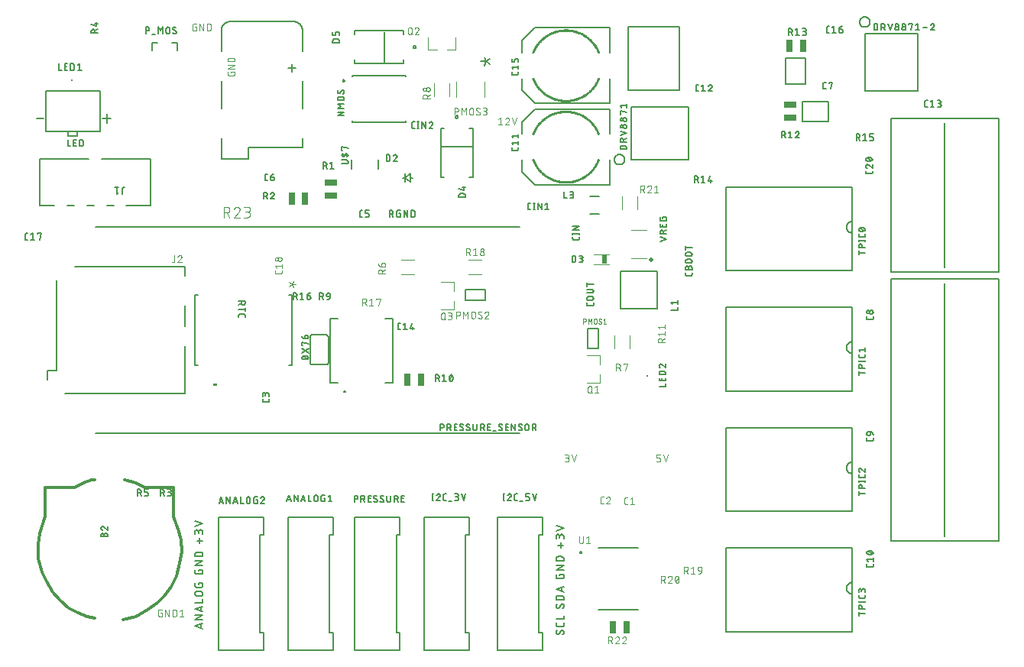
<source format=gbr>
G04 EAGLE Gerber RS-274X export*
G75*
%MOMM*%
%FSLAX34Y34*%
%LPD*%
%INSilkscreen Top*%
%IPPOS*%
%AMOC8*
5,1,8,0,0,1.08239X$1,22.5*%
G01*
%ADD10C,0.152400*%
%ADD11C,0.127000*%
%ADD12C,0.203200*%
%ADD13R,1.400000X0.650000*%
%ADD14R,0.650000X1.400000*%
%ADD15C,0.177800*%
%ADD16C,0.076200*%
%ADD17C,0.304800*%
%ADD18R,0.200000X0.200000*%
%ADD19C,0.500000*%
%ADD20C,0.120000*%
%ADD21C,0.101600*%
%ADD22R,0.600000X1.100000*%
%ADD23C,0.020319*%
%ADD24C,0.200000*%
%ADD25C,0.050800*%

G36*
X201297Y293626D02*
X201297Y293626D01*
X201299Y293625D01*
X201342Y293645D01*
X201386Y293663D01*
X201386Y293665D01*
X201388Y293666D01*
X201421Y293751D01*
X201421Y296291D01*
X201420Y296293D01*
X201421Y296295D01*
X201401Y296338D01*
X201383Y296382D01*
X201381Y296382D01*
X201380Y296384D01*
X201295Y296417D01*
X197485Y296417D01*
X197483Y296416D01*
X197481Y296417D01*
X197438Y296397D01*
X197394Y296379D01*
X197394Y296377D01*
X197392Y296376D01*
X197359Y296291D01*
X197359Y293751D01*
X197360Y293749D01*
X197359Y293747D01*
X197379Y293704D01*
X197397Y293660D01*
X197399Y293660D01*
X197400Y293658D01*
X197485Y293625D01*
X201295Y293625D01*
X201297Y293626D01*
G37*
D10*
X585978Y21421D02*
X585976Y21507D01*
X585970Y21593D01*
X585961Y21679D01*
X585947Y21764D01*
X585930Y21848D01*
X585909Y21932D01*
X585884Y22014D01*
X585856Y22095D01*
X585824Y22175D01*
X585788Y22254D01*
X585749Y22330D01*
X585706Y22405D01*
X585661Y22478D01*
X585612Y22549D01*
X585559Y22617D01*
X585504Y22684D01*
X585446Y22747D01*
X585385Y22808D01*
X585322Y22866D01*
X585255Y22921D01*
X585187Y22974D01*
X585116Y23023D01*
X585043Y23068D01*
X584968Y23111D01*
X584892Y23150D01*
X584813Y23186D01*
X584733Y23218D01*
X584652Y23246D01*
X584570Y23271D01*
X584486Y23292D01*
X584402Y23309D01*
X584317Y23323D01*
X584231Y23332D01*
X584145Y23338D01*
X584059Y23340D01*
X585978Y21421D02*
X585976Y21298D01*
X585971Y21175D01*
X585961Y21052D01*
X585948Y20930D01*
X585931Y20808D01*
X585911Y20686D01*
X585887Y20566D01*
X585859Y20446D01*
X585828Y20327D01*
X585792Y20209D01*
X585754Y20092D01*
X585712Y19976D01*
X585666Y19862D01*
X585617Y19749D01*
X585565Y19638D01*
X585509Y19528D01*
X585450Y19420D01*
X585387Y19314D01*
X585322Y19210D01*
X585253Y19107D01*
X585181Y19007D01*
X585106Y18910D01*
X585029Y18814D01*
X584948Y18721D01*
X584865Y18630D01*
X584779Y18542D01*
X579261Y18782D02*
X579175Y18784D01*
X579089Y18790D01*
X579003Y18799D01*
X578918Y18813D01*
X578834Y18830D01*
X578750Y18851D01*
X578668Y18876D01*
X578587Y18904D01*
X578507Y18936D01*
X578428Y18972D01*
X578352Y19011D01*
X578277Y19054D01*
X578204Y19099D01*
X578133Y19148D01*
X578065Y19201D01*
X577998Y19256D01*
X577935Y19314D01*
X577874Y19375D01*
X577816Y19438D01*
X577761Y19505D01*
X577708Y19573D01*
X577659Y19644D01*
X577614Y19717D01*
X577571Y19792D01*
X577532Y19868D01*
X577496Y19947D01*
X577464Y20027D01*
X577436Y20108D01*
X577411Y20190D01*
X577390Y20274D01*
X577373Y20358D01*
X577359Y20443D01*
X577350Y20529D01*
X577344Y20615D01*
X577342Y20701D01*
X577344Y20817D01*
X577349Y20932D01*
X577359Y21048D01*
X577372Y21163D01*
X577388Y21277D01*
X577409Y21391D01*
X577433Y21505D01*
X577461Y21617D01*
X577492Y21728D01*
X577527Y21839D01*
X577565Y21948D01*
X577607Y22056D01*
X577652Y22162D01*
X577701Y22268D01*
X577753Y22371D01*
X577808Y22473D01*
X577867Y22572D01*
X577929Y22670D01*
X577994Y22766D01*
X578062Y22860D01*
X580940Y19742D02*
X580894Y19667D01*
X580844Y19594D01*
X580791Y19524D01*
X580735Y19456D01*
X580676Y19391D01*
X580614Y19328D01*
X580550Y19269D01*
X580482Y19212D01*
X580412Y19158D01*
X580340Y19108D01*
X580266Y19061D01*
X580190Y19017D01*
X580111Y18977D01*
X580031Y18941D01*
X579950Y18908D01*
X579867Y18879D01*
X579782Y18853D01*
X579697Y18831D01*
X579611Y18814D01*
X579524Y18800D01*
X579437Y18790D01*
X579349Y18784D01*
X579261Y18782D01*
X582380Y22381D02*
X582426Y22455D01*
X582476Y22528D01*
X582529Y22598D01*
X582585Y22666D01*
X582644Y22731D01*
X582706Y22794D01*
X582771Y22853D01*
X582838Y22910D01*
X582908Y22964D01*
X582980Y23014D01*
X583054Y23061D01*
X583130Y23105D01*
X583209Y23145D01*
X583289Y23181D01*
X583370Y23214D01*
X583453Y23244D01*
X583538Y23269D01*
X583623Y23291D01*
X583709Y23308D01*
X583796Y23322D01*
X583883Y23332D01*
X583971Y23338D01*
X584059Y23340D01*
X582380Y22380D02*
X580940Y19741D01*
X585978Y29262D02*
X585978Y31181D01*
X585978Y29262D02*
X585976Y29176D01*
X585970Y29090D01*
X585961Y29004D01*
X585947Y28919D01*
X585930Y28835D01*
X585909Y28751D01*
X585884Y28669D01*
X585856Y28588D01*
X585824Y28508D01*
X585788Y28429D01*
X585749Y28353D01*
X585706Y28278D01*
X585661Y28205D01*
X585612Y28134D01*
X585559Y28066D01*
X585504Y27999D01*
X585446Y27936D01*
X585385Y27875D01*
X585322Y27817D01*
X585255Y27762D01*
X585187Y27710D01*
X585116Y27660D01*
X585043Y27615D01*
X584968Y27572D01*
X584892Y27533D01*
X584813Y27497D01*
X584733Y27465D01*
X584652Y27437D01*
X584570Y27412D01*
X584486Y27391D01*
X584402Y27374D01*
X584317Y27360D01*
X584231Y27351D01*
X584145Y27345D01*
X584059Y27343D01*
X579261Y27343D01*
X579175Y27345D01*
X579089Y27351D01*
X579003Y27360D01*
X578918Y27374D01*
X578834Y27391D01*
X578750Y27412D01*
X578668Y27437D01*
X578587Y27465D01*
X578507Y27497D01*
X578428Y27533D01*
X578352Y27572D01*
X578277Y27615D01*
X578204Y27660D01*
X578133Y27709D01*
X578065Y27762D01*
X577998Y27817D01*
X577935Y27875D01*
X577874Y27936D01*
X577816Y27999D01*
X577761Y28066D01*
X577709Y28134D01*
X577659Y28205D01*
X577614Y28278D01*
X577571Y28353D01*
X577532Y28429D01*
X577496Y28508D01*
X577464Y28588D01*
X577436Y28669D01*
X577411Y28751D01*
X577390Y28835D01*
X577373Y28919D01*
X577359Y29004D01*
X577350Y29090D01*
X577344Y29176D01*
X577342Y29262D01*
X577342Y31181D01*
X577342Y35332D02*
X585978Y35332D01*
X585978Y39170D01*
X585978Y50377D02*
X585976Y50463D01*
X585970Y50549D01*
X585961Y50635D01*
X585947Y50720D01*
X585930Y50804D01*
X585909Y50888D01*
X585884Y50970D01*
X585856Y51051D01*
X585824Y51131D01*
X585788Y51210D01*
X585749Y51286D01*
X585706Y51361D01*
X585661Y51434D01*
X585612Y51505D01*
X585559Y51573D01*
X585504Y51640D01*
X585446Y51703D01*
X585385Y51764D01*
X585322Y51822D01*
X585255Y51877D01*
X585187Y51930D01*
X585116Y51979D01*
X585043Y52024D01*
X584968Y52067D01*
X584892Y52106D01*
X584813Y52142D01*
X584733Y52174D01*
X584652Y52202D01*
X584570Y52227D01*
X584486Y52248D01*
X584402Y52265D01*
X584317Y52279D01*
X584231Y52288D01*
X584145Y52294D01*
X584059Y52296D01*
X585978Y50377D02*
X585976Y50254D01*
X585971Y50131D01*
X585961Y50008D01*
X585948Y49886D01*
X585931Y49764D01*
X585911Y49642D01*
X585887Y49522D01*
X585859Y49402D01*
X585828Y49283D01*
X585792Y49165D01*
X585754Y49048D01*
X585712Y48932D01*
X585666Y48818D01*
X585617Y48705D01*
X585565Y48594D01*
X585509Y48484D01*
X585450Y48376D01*
X585387Y48270D01*
X585322Y48166D01*
X585253Y48063D01*
X585181Y47963D01*
X585106Y47866D01*
X585029Y47770D01*
X584948Y47677D01*
X584865Y47586D01*
X584779Y47498D01*
X579261Y47738D02*
X579175Y47740D01*
X579089Y47746D01*
X579003Y47755D01*
X578918Y47769D01*
X578834Y47786D01*
X578750Y47807D01*
X578668Y47832D01*
X578587Y47860D01*
X578507Y47892D01*
X578428Y47928D01*
X578352Y47967D01*
X578277Y48010D01*
X578204Y48055D01*
X578133Y48104D01*
X578065Y48157D01*
X577998Y48212D01*
X577935Y48270D01*
X577874Y48331D01*
X577816Y48394D01*
X577761Y48461D01*
X577708Y48529D01*
X577659Y48600D01*
X577614Y48673D01*
X577571Y48748D01*
X577532Y48824D01*
X577496Y48903D01*
X577464Y48983D01*
X577436Y49064D01*
X577411Y49146D01*
X577390Y49230D01*
X577373Y49314D01*
X577359Y49399D01*
X577350Y49485D01*
X577344Y49571D01*
X577342Y49657D01*
X577344Y49773D01*
X577349Y49888D01*
X577359Y50004D01*
X577372Y50119D01*
X577388Y50233D01*
X577409Y50347D01*
X577433Y50461D01*
X577461Y50573D01*
X577492Y50684D01*
X577527Y50795D01*
X577565Y50904D01*
X577607Y51012D01*
X577652Y51118D01*
X577701Y51224D01*
X577753Y51327D01*
X577808Y51429D01*
X577867Y51528D01*
X577929Y51626D01*
X577994Y51722D01*
X578062Y51816D01*
X580940Y48698D02*
X580894Y48623D01*
X580844Y48550D01*
X580791Y48480D01*
X580735Y48412D01*
X580676Y48347D01*
X580614Y48284D01*
X580550Y48225D01*
X580482Y48168D01*
X580412Y48114D01*
X580340Y48064D01*
X580266Y48017D01*
X580190Y47973D01*
X580111Y47933D01*
X580031Y47897D01*
X579950Y47864D01*
X579867Y47835D01*
X579782Y47809D01*
X579697Y47787D01*
X579611Y47770D01*
X579524Y47756D01*
X579437Y47746D01*
X579349Y47740D01*
X579261Y47738D01*
X582380Y51336D02*
X582426Y51410D01*
X582476Y51483D01*
X582529Y51553D01*
X582585Y51621D01*
X582644Y51686D01*
X582706Y51749D01*
X582771Y51808D01*
X582838Y51865D01*
X582908Y51919D01*
X582980Y51969D01*
X583054Y52016D01*
X583130Y52060D01*
X583209Y52100D01*
X583289Y52136D01*
X583370Y52169D01*
X583453Y52199D01*
X583538Y52224D01*
X583623Y52246D01*
X583709Y52263D01*
X583796Y52277D01*
X583883Y52287D01*
X583971Y52293D01*
X584059Y52295D01*
X582380Y51336D02*
X580940Y48697D01*
X577342Y56642D02*
X585978Y56642D01*
X577342Y56642D02*
X577342Y59041D01*
X577344Y59138D01*
X577350Y59234D01*
X577359Y59330D01*
X577373Y59426D01*
X577390Y59521D01*
X577412Y59615D01*
X577437Y59708D01*
X577465Y59801D01*
X577498Y59892D01*
X577534Y59981D01*
X577574Y60069D01*
X577617Y60156D01*
X577663Y60241D01*
X577713Y60323D01*
X577767Y60404D01*
X577823Y60482D01*
X577883Y60558D01*
X577945Y60632D01*
X578011Y60703D01*
X578079Y60771D01*
X578150Y60837D01*
X578224Y60899D01*
X578300Y60959D01*
X578378Y61015D01*
X578459Y61069D01*
X578542Y61119D01*
X578626Y61165D01*
X578713Y61208D01*
X578801Y61248D01*
X578890Y61284D01*
X578981Y61317D01*
X579074Y61345D01*
X579167Y61370D01*
X579261Y61392D01*
X579356Y61409D01*
X579452Y61423D01*
X579548Y61432D01*
X579644Y61438D01*
X579741Y61440D01*
X583579Y61440D01*
X583676Y61438D01*
X583772Y61432D01*
X583868Y61423D01*
X583964Y61409D01*
X584059Y61392D01*
X584153Y61370D01*
X584246Y61345D01*
X584339Y61317D01*
X584430Y61284D01*
X584519Y61248D01*
X584607Y61208D01*
X584694Y61165D01*
X584779Y61119D01*
X584861Y61069D01*
X584942Y61015D01*
X585020Y60959D01*
X585096Y60899D01*
X585170Y60837D01*
X585241Y60771D01*
X585309Y60703D01*
X585375Y60632D01*
X585437Y60558D01*
X585497Y60482D01*
X585553Y60404D01*
X585607Y60323D01*
X585657Y60241D01*
X585703Y60156D01*
X585746Y60069D01*
X585786Y59981D01*
X585822Y59892D01*
X585855Y59801D01*
X585883Y59708D01*
X585908Y59615D01*
X585930Y59521D01*
X585947Y59426D01*
X585961Y59330D01*
X585970Y59234D01*
X585976Y59138D01*
X585978Y59041D01*
X585978Y56642D01*
X585978Y65611D02*
X577342Y68489D01*
X585978Y71368D01*
X583819Y70648D02*
X583819Y66330D01*
X581180Y83775D02*
X581180Y85214D01*
X585978Y85214D01*
X585978Y82335D01*
X585976Y82249D01*
X585970Y82163D01*
X585961Y82077D01*
X585947Y81992D01*
X585930Y81908D01*
X585909Y81824D01*
X585884Y81742D01*
X585856Y81661D01*
X585824Y81581D01*
X585788Y81502D01*
X585749Y81426D01*
X585706Y81351D01*
X585661Y81278D01*
X585612Y81207D01*
X585559Y81139D01*
X585504Y81072D01*
X585446Y81009D01*
X585385Y80948D01*
X585322Y80890D01*
X585255Y80835D01*
X585187Y80783D01*
X585116Y80733D01*
X585043Y80688D01*
X584968Y80645D01*
X584892Y80606D01*
X584813Y80570D01*
X584733Y80538D01*
X584652Y80510D01*
X584570Y80485D01*
X584486Y80464D01*
X584402Y80447D01*
X584317Y80433D01*
X584231Y80424D01*
X584145Y80418D01*
X584059Y80416D01*
X579261Y80416D01*
X579175Y80418D01*
X579089Y80424D01*
X579003Y80433D01*
X578918Y80447D01*
X578834Y80464D01*
X578750Y80485D01*
X578668Y80510D01*
X578587Y80538D01*
X578507Y80570D01*
X578428Y80606D01*
X578352Y80645D01*
X578277Y80688D01*
X578204Y80733D01*
X578133Y80782D01*
X578065Y80835D01*
X577998Y80890D01*
X577935Y80948D01*
X577874Y81009D01*
X577816Y81072D01*
X577761Y81139D01*
X577709Y81207D01*
X577659Y81278D01*
X577614Y81351D01*
X577571Y81426D01*
X577532Y81502D01*
X577496Y81581D01*
X577464Y81661D01*
X577436Y81742D01*
X577411Y81824D01*
X577390Y81908D01*
X577373Y81992D01*
X577359Y82077D01*
X577350Y82163D01*
X577344Y82249D01*
X577342Y82335D01*
X577342Y85214D01*
X577342Y90170D02*
X585978Y90170D01*
X585978Y94967D02*
X577342Y90170D01*
X577342Y94967D02*
X585978Y94967D01*
X585978Y99923D02*
X577342Y99923D01*
X577342Y102322D01*
X577344Y102419D01*
X577350Y102515D01*
X577359Y102611D01*
X577373Y102707D01*
X577390Y102802D01*
X577412Y102896D01*
X577437Y102989D01*
X577465Y103082D01*
X577498Y103173D01*
X577534Y103262D01*
X577574Y103350D01*
X577617Y103437D01*
X577663Y103522D01*
X577713Y103604D01*
X577767Y103685D01*
X577823Y103763D01*
X577883Y103839D01*
X577945Y103913D01*
X578011Y103984D01*
X578079Y104052D01*
X578150Y104118D01*
X578224Y104180D01*
X578300Y104240D01*
X578378Y104296D01*
X578459Y104350D01*
X578542Y104400D01*
X578626Y104446D01*
X578713Y104489D01*
X578801Y104529D01*
X578890Y104565D01*
X578981Y104598D01*
X579074Y104626D01*
X579167Y104651D01*
X579261Y104673D01*
X579356Y104690D01*
X579452Y104704D01*
X579548Y104713D01*
X579644Y104719D01*
X579741Y104721D01*
X583579Y104721D01*
X583676Y104719D01*
X583772Y104713D01*
X583868Y104704D01*
X583964Y104690D01*
X584059Y104673D01*
X584153Y104651D01*
X584246Y104626D01*
X584339Y104598D01*
X584430Y104565D01*
X584519Y104529D01*
X584607Y104489D01*
X584694Y104446D01*
X584779Y104400D01*
X584861Y104350D01*
X584942Y104296D01*
X585020Y104240D01*
X585096Y104180D01*
X585170Y104118D01*
X585241Y104052D01*
X585309Y103984D01*
X585375Y103913D01*
X585437Y103839D01*
X585497Y103763D01*
X585553Y103685D01*
X585607Y103604D01*
X585657Y103522D01*
X585703Y103437D01*
X585746Y103350D01*
X585786Y103262D01*
X585822Y103173D01*
X585855Y103082D01*
X585883Y102989D01*
X585908Y102896D01*
X585930Y102802D01*
X585947Y102707D01*
X585961Y102611D01*
X585970Y102515D01*
X585976Y102419D01*
X585978Y102322D01*
X585978Y99923D01*
X582620Y114379D02*
X582620Y120136D01*
X585498Y117257D02*
X579741Y117257D01*
X585978Y124612D02*
X585978Y127011D01*
X585976Y127108D01*
X585970Y127204D01*
X585961Y127300D01*
X585947Y127396D01*
X585930Y127491D01*
X585908Y127585D01*
X585883Y127678D01*
X585855Y127771D01*
X585822Y127862D01*
X585786Y127951D01*
X585746Y128039D01*
X585703Y128126D01*
X585657Y128211D01*
X585607Y128293D01*
X585553Y128374D01*
X585497Y128452D01*
X585437Y128528D01*
X585375Y128602D01*
X585309Y128673D01*
X585241Y128741D01*
X585170Y128807D01*
X585096Y128869D01*
X585020Y128929D01*
X584942Y128985D01*
X584861Y129039D01*
X584779Y129089D01*
X584694Y129135D01*
X584607Y129178D01*
X584519Y129218D01*
X584430Y129254D01*
X584339Y129287D01*
X584246Y129315D01*
X584153Y129340D01*
X584059Y129362D01*
X583964Y129379D01*
X583868Y129393D01*
X583772Y129402D01*
X583676Y129408D01*
X583579Y129410D01*
X583482Y129408D01*
X583386Y129402D01*
X583290Y129393D01*
X583194Y129379D01*
X583099Y129362D01*
X583005Y129340D01*
X582912Y129315D01*
X582819Y129287D01*
X582728Y129254D01*
X582639Y129218D01*
X582551Y129178D01*
X582464Y129135D01*
X582380Y129089D01*
X582297Y129039D01*
X582216Y128985D01*
X582138Y128929D01*
X582062Y128869D01*
X581988Y128807D01*
X581917Y128741D01*
X581849Y128673D01*
X581783Y128602D01*
X581721Y128528D01*
X581661Y128452D01*
X581605Y128374D01*
X581551Y128293D01*
X581501Y128211D01*
X581455Y128126D01*
X581412Y128039D01*
X581372Y127951D01*
X581336Y127862D01*
X581303Y127771D01*
X581275Y127678D01*
X581250Y127585D01*
X581228Y127491D01*
X581211Y127396D01*
X581197Y127300D01*
X581188Y127204D01*
X581182Y127108D01*
X581180Y127011D01*
X577342Y127491D02*
X577342Y124612D01*
X577342Y127491D02*
X577344Y127577D01*
X577350Y127663D01*
X577359Y127749D01*
X577373Y127834D01*
X577390Y127918D01*
X577411Y128002D01*
X577436Y128084D01*
X577464Y128165D01*
X577496Y128245D01*
X577532Y128324D01*
X577571Y128400D01*
X577614Y128475D01*
X577659Y128548D01*
X577708Y128619D01*
X577761Y128687D01*
X577816Y128754D01*
X577874Y128817D01*
X577935Y128878D01*
X577998Y128936D01*
X578065Y128991D01*
X578133Y129044D01*
X578204Y129093D01*
X578277Y129138D01*
X578352Y129181D01*
X578428Y129220D01*
X578507Y129256D01*
X578587Y129288D01*
X578668Y129316D01*
X578750Y129341D01*
X578834Y129362D01*
X578918Y129379D01*
X579003Y129393D01*
X579089Y129402D01*
X579175Y129408D01*
X579261Y129410D01*
X579347Y129408D01*
X579433Y129402D01*
X579519Y129393D01*
X579604Y129379D01*
X579688Y129362D01*
X579772Y129341D01*
X579854Y129316D01*
X579935Y129288D01*
X580015Y129256D01*
X580094Y129220D01*
X580170Y129181D01*
X580245Y129138D01*
X580318Y129093D01*
X580389Y129044D01*
X580457Y128991D01*
X580524Y128936D01*
X580587Y128878D01*
X580648Y128817D01*
X580706Y128754D01*
X580761Y128687D01*
X580814Y128619D01*
X580863Y128548D01*
X580908Y128475D01*
X580951Y128400D01*
X580990Y128324D01*
X581026Y128245D01*
X581058Y128165D01*
X581086Y128084D01*
X581111Y128002D01*
X581132Y127918D01*
X581149Y127834D01*
X581163Y127749D01*
X581172Y127663D01*
X581178Y127577D01*
X581180Y127491D01*
X581180Y125572D01*
X577342Y133276D02*
X585978Y136155D01*
X577342Y139033D01*
X185928Y24892D02*
X177292Y27771D01*
X185928Y30649D01*
X183769Y29930D02*
X183769Y25612D01*
X185928Y34821D02*
X177292Y34821D01*
X185928Y39618D01*
X177292Y39618D01*
X177292Y46668D02*
X185928Y43790D01*
X185928Y49547D02*
X177292Y46668D01*
X183769Y48827D02*
X183769Y44509D01*
X185928Y53744D02*
X177292Y53744D01*
X185928Y53744D02*
X185928Y57582D01*
X183529Y61338D02*
X179691Y61338D01*
X179594Y61340D01*
X179498Y61346D01*
X179402Y61355D01*
X179306Y61369D01*
X179211Y61386D01*
X179117Y61408D01*
X179024Y61433D01*
X178931Y61461D01*
X178840Y61494D01*
X178751Y61530D01*
X178663Y61570D01*
X178576Y61613D01*
X178491Y61659D01*
X178409Y61709D01*
X178328Y61763D01*
X178250Y61819D01*
X178174Y61879D01*
X178100Y61941D01*
X178029Y62007D01*
X177961Y62075D01*
X177895Y62146D01*
X177833Y62220D01*
X177773Y62296D01*
X177717Y62374D01*
X177663Y62455D01*
X177613Y62538D01*
X177567Y62622D01*
X177524Y62709D01*
X177484Y62797D01*
X177448Y62886D01*
X177415Y62977D01*
X177387Y63070D01*
X177362Y63163D01*
X177340Y63257D01*
X177323Y63352D01*
X177309Y63448D01*
X177300Y63544D01*
X177294Y63640D01*
X177292Y63737D01*
X177294Y63834D01*
X177300Y63930D01*
X177309Y64026D01*
X177323Y64122D01*
X177340Y64217D01*
X177362Y64311D01*
X177387Y64404D01*
X177415Y64497D01*
X177448Y64588D01*
X177484Y64677D01*
X177524Y64765D01*
X177567Y64852D01*
X177613Y64937D01*
X177663Y65019D01*
X177717Y65100D01*
X177773Y65178D01*
X177833Y65254D01*
X177895Y65328D01*
X177961Y65399D01*
X178029Y65467D01*
X178100Y65533D01*
X178174Y65595D01*
X178250Y65655D01*
X178328Y65711D01*
X178409Y65765D01*
X178492Y65815D01*
X178576Y65861D01*
X178663Y65904D01*
X178751Y65944D01*
X178840Y65980D01*
X178931Y66013D01*
X179024Y66041D01*
X179117Y66066D01*
X179211Y66088D01*
X179306Y66105D01*
X179402Y66119D01*
X179498Y66128D01*
X179594Y66134D01*
X179691Y66136D01*
X183529Y66136D01*
X183626Y66134D01*
X183722Y66128D01*
X183818Y66119D01*
X183914Y66105D01*
X184009Y66088D01*
X184103Y66066D01*
X184196Y66041D01*
X184289Y66013D01*
X184380Y65980D01*
X184469Y65944D01*
X184557Y65904D01*
X184644Y65861D01*
X184729Y65815D01*
X184811Y65765D01*
X184892Y65711D01*
X184970Y65655D01*
X185046Y65595D01*
X185120Y65533D01*
X185191Y65467D01*
X185259Y65399D01*
X185325Y65328D01*
X185387Y65254D01*
X185447Y65178D01*
X185503Y65100D01*
X185557Y65019D01*
X185607Y64936D01*
X185653Y64852D01*
X185696Y64765D01*
X185736Y64677D01*
X185772Y64588D01*
X185805Y64497D01*
X185833Y64404D01*
X185858Y64311D01*
X185880Y64217D01*
X185897Y64122D01*
X185911Y64026D01*
X185920Y63930D01*
X185926Y63834D01*
X185928Y63737D01*
X185926Y63640D01*
X185920Y63544D01*
X185911Y63448D01*
X185897Y63352D01*
X185880Y63257D01*
X185858Y63163D01*
X185833Y63070D01*
X185805Y62977D01*
X185772Y62886D01*
X185736Y62797D01*
X185696Y62709D01*
X185653Y62622D01*
X185607Y62537D01*
X185557Y62455D01*
X185503Y62374D01*
X185447Y62296D01*
X185387Y62220D01*
X185325Y62146D01*
X185259Y62075D01*
X185191Y62007D01*
X185120Y61941D01*
X185046Y61879D01*
X184970Y61819D01*
X184892Y61763D01*
X184811Y61709D01*
X184729Y61659D01*
X184644Y61613D01*
X184557Y61570D01*
X184469Y61530D01*
X184380Y61494D01*
X184289Y61461D01*
X184196Y61433D01*
X184103Y61408D01*
X184009Y61386D01*
X183914Y61369D01*
X183818Y61355D01*
X183722Y61346D01*
X183626Y61340D01*
X183529Y61338D01*
X181130Y74145D02*
X181130Y75585D01*
X185928Y75585D01*
X185928Y72706D01*
X185926Y72620D01*
X185920Y72534D01*
X185911Y72448D01*
X185897Y72363D01*
X185880Y72279D01*
X185859Y72195D01*
X185834Y72113D01*
X185806Y72032D01*
X185774Y71952D01*
X185738Y71873D01*
X185699Y71797D01*
X185656Y71722D01*
X185611Y71649D01*
X185562Y71578D01*
X185509Y71510D01*
X185454Y71443D01*
X185396Y71380D01*
X185335Y71319D01*
X185272Y71261D01*
X185205Y71206D01*
X185137Y71154D01*
X185066Y71104D01*
X184993Y71059D01*
X184918Y71016D01*
X184842Y70977D01*
X184763Y70941D01*
X184683Y70909D01*
X184602Y70881D01*
X184520Y70856D01*
X184436Y70835D01*
X184352Y70818D01*
X184267Y70804D01*
X184181Y70795D01*
X184095Y70789D01*
X184009Y70787D01*
X179211Y70787D01*
X179125Y70789D01*
X179039Y70795D01*
X178953Y70804D01*
X178868Y70818D01*
X178784Y70835D01*
X178700Y70856D01*
X178618Y70881D01*
X178537Y70909D01*
X178457Y70941D01*
X178378Y70977D01*
X178302Y71016D01*
X178227Y71059D01*
X178154Y71104D01*
X178083Y71153D01*
X178015Y71206D01*
X177948Y71261D01*
X177885Y71319D01*
X177824Y71380D01*
X177766Y71443D01*
X177711Y71510D01*
X177659Y71578D01*
X177609Y71649D01*
X177564Y71722D01*
X177521Y71797D01*
X177482Y71873D01*
X177446Y71952D01*
X177414Y72032D01*
X177386Y72113D01*
X177361Y72195D01*
X177340Y72279D01*
X177323Y72363D01*
X177309Y72448D01*
X177300Y72534D01*
X177294Y72620D01*
X177292Y72706D01*
X177292Y75585D01*
X181130Y88776D02*
X181130Y90215D01*
X185928Y90215D01*
X185928Y87336D01*
X185926Y87250D01*
X185920Y87164D01*
X185911Y87078D01*
X185897Y86993D01*
X185880Y86909D01*
X185859Y86825D01*
X185834Y86743D01*
X185806Y86662D01*
X185774Y86582D01*
X185738Y86503D01*
X185699Y86427D01*
X185656Y86352D01*
X185611Y86279D01*
X185562Y86208D01*
X185509Y86140D01*
X185454Y86073D01*
X185396Y86010D01*
X185335Y85949D01*
X185272Y85891D01*
X185205Y85836D01*
X185137Y85784D01*
X185066Y85734D01*
X184993Y85689D01*
X184918Y85646D01*
X184842Y85607D01*
X184763Y85571D01*
X184683Y85539D01*
X184602Y85511D01*
X184520Y85486D01*
X184436Y85465D01*
X184352Y85448D01*
X184267Y85434D01*
X184181Y85425D01*
X184095Y85419D01*
X184009Y85417D01*
X179211Y85417D01*
X179125Y85419D01*
X179039Y85425D01*
X178953Y85434D01*
X178868Y85448D01*
X178784Y85465D01*
X178700Y85486D01*
X178618Y85511D01*
X178537Y85539D01*
X178457Y85571D01*
X178378Y85607D01*
X178302Y85646D01*
X178227Y85689D01*
X178154Y85734D01*
X178083Y85783D01*
X178015Y85836D01*
X177948Y85891D01*
X177885Y85949D01*
X177824Y86010D01*
X177766Y86073D01*
X177711Y86140D01*
X177659Y86208D01*
X177609Y86279D01*
X177564Y86352D01*
X177521Y86427D01*
X177482Y86503D01*
X177446Y86582D01*
X177414Y86662D01*
X177386Y86743D01*
X177361Y86825D01*
X177340Y86909D01*
X177323Y86993D01*
X177309Y87078D01*
X177300Y87164D01*
X177294Y87250D01*
X177292Y87336D01*
X177292Y90215D01*
X177292Y95171D02*
X185928Y95171D01*
X185928Y99968D02*
X177292Y95171D01*
X177292Y99968D02*
X185928Y99968D01*
X185928Y104924D02*
X177292Y104924D01*
X177292Y107323D01*
X177294Y107420D01*
X177300Y107516D01*
X177309Y107612D01*
X177323Y107708D01*
X177340Y107803D01*
X177362Y107897D01*
X177387Y107990D01*
X177415Y108083D01*
X177448Y108174D01*
X177484Y108263D01*
X177524Y108351D01*
X177567Y108438D01*
X177613Y108523D01*
X177663Y108605D01*
X177717Y108686D01*
X177773Y108764D01*
X177833Y108840D01*
X177895Y108914D01*
X177961Y108985D01*
X178029Y109053D01*
X178100Y109119D01*
X178174Y109181D01*
X178250Y109241D01*
X178328Y109297D01*
X178409Y109351D01*
X178492Y109401D01*
X178576Y109447D01*
X178663Y109490D01*
X178751Y109530D01*
X178840Y109566D01*
X178931Y109599D01*
X179024Y109627D01*
X179117Y109652D01*
X179211Y109674D01*
X179306Y109691D01*
X179402Y109705D01*
X179498Y109714D01*
X179594Y109720D01*
X179691Y109722D01*
X183529Y109722D01*
X183626Y109720D01*
X183722Y109714D01*
X183818Y109705D01*
X183914Y109691D01*
X184009Y109674D01*
X184103Y109652D01*
X184196Y109627D01*
X184289Y109599D01*
X184380Y109566D01*
X184469Y109530D01*
X184557Y109490D01*
X184644Y109447D01*
X184729Y109401D01*
X184811Y109351D01*
X184892Y109297D01*
X184970Y109241D01*
X185046Y109181D01*
X185120Y109119D01*
X185191Y109053D01*
X185259Y108985D01*
X185325Y108914D01*
X185387Y108840D01*
X185447Y108764D01*
X185503Y108686D01*
X185557Y108605D01*
X185607Y108523D01*
X185653Y108438D01*
X185696Y108351D01*
X185736Y108263D01*
X185772Y108174D01*
X185805Y108083D01*
X185833Y107990D01*
X185858Y107897D01*
X185880Y107803D01*
X185897Y107708D01*
X185911Y107612D01*
X185920Y107516D01*
X185926Y107420D01*
X185928Y107323D01*
X185928Y104924D01*
X182570Y119380D02*
X182570Y125137D01*
X185448Y122258D02*
X179691Y122258D01*
X185928Y129613D02*
X185928Y132012D01*
X185926Y132109D01*
X185920Y132205D01*
X185911Y132301D01*
X185897Y132397D01*
X185880Y132492D01*
X185858Y132586D01*
X185833Y132679D01*
X185805Y132772D01*
X185772Y132863D01*
X185736Y132952D01*
X185696Y133040D01*
X185653Y133127D01*
X185607Y133212D01*
X185557Y133294D01*
X185503Y133375D01*
X185447Y133453D01*
X185387Y133529D01*
X185325Y133603D01*
X185259Y133674D01*
X185191Y133742D01*
X185120Y133808D01*
X185046Y133870D01*
X184970Y133930D01*
X184892Y133986D01*
X184811Y134040D01*
X184729Y134090D01*
X184644Y134136D01*
X184557Y134179D01*
X184469Y134219D01*
X184380Y134255D01*
X184289Y134288D01*
X184196Y134316D01*
X184103Y134341D01*
X184009Y134363D01*
X183914Y134380D01*
X183818Y134394D01*
X183722Y134403D01*
X183626Y134409D01*
X183529Y134411D01*
X183432Y134409D01*
X183336Y134403D01*
X183240Y134394D01*
X183144Y134380D01*
X183049Y134363D01*
X182955Y134341D01*
X182862Y134316D01*
X182769Y134288D01*
X182678Y134255D01*
X182589Y134219D01*
X182501Y134179D01*
X182414Y134136D01*
X182330Y134090D01*
X182247Y134040D01*
X182166Y133986D01*
X182088Y133930D01*
X182012Y133870D01*
X181938Y133808D01*
X181867Y133742D01*
X181799Y133674D01*
X181733Y133603D01*
X181671Y133529D01*
X181611Y133453D01*
X181555Y133375D01*
X181501Y133294D01*
X181451Y133212D01*
X181405Y133127D01*
X181362Y133040D01*
X181322Y132952D01*
X181286Y132863D01*
X181253Y132772D01*
X181225Y132679D01*
X181200Y132586D01*
X181178Y132492D01*
X181161Y132397D01*
X181147Y132301D01*
X181138Y132205D01*
X181132Y132109D01*
X181130Y132012D01*
X177292Y132492D02*
X177292Y129613D01*
X177292Y132492D02*
X177294Y132578D01*
X177300Y132664D01*
X177309Y132750D01*
X177323Y132835D01*
X177340Y132919D01*
X177361Y133003D01*
X177386Y133085D01*
X177414Y133166D01*
X177446Y133246D01*
X177482Y133325D01*
X177521Y133401D01*
X177564Y133476D01*
X177609Y133549D01*
X177658Y133620D01*
X177711Y133688D01*
X177766Y133755D01*
X177824Y133818D01*
X177885Y133879D01*
X177948Y133937D01*
X178015Y133992D01*
X178083Y134045D01*
X178154Y134094D01*
X178227Y134139D01*
X178302Y134182D01*
X178378Y134221D01*
X178457Y134257D01*
X178537Y134289D01*
X178618Y134317D01*
X178700Y134342D01*
X178784Y134363D01*
X178868Y134380D01*
X178953Y134394D01*
X179039Y134403D01*
X179125Y134409D01*
X179211Y134411D01*
X179297Y134409D01*
X179383Y134403D01*
X179469Y134394D01*
X179554Y134380D01*
X179638Y134363D01*
X179722Y134342D01*
X179804Y134317D01*
X179885Y134289D01*
X179965Y134257D01*
X180044Y134221D01*
X180120Y134182D01*
X180195Y134139D01*
X180268Y134094D01*
X180339Y134045D01*
X180407Y133992D01*
X180474Y133937D01*
X180537Y133879D01*
X180598Y133818D01*
X180656Y133755D01*
X180711Y133688D01*
X180764Y133620D01*
X180813Y133549D01*
X180858Y133476D01*
X180901Y133401D01*
X180940Y133325D01*
X180976Y133246D01*
X181008Y133166D01*
X181036Y133085D01*
X181061Y133003D01*
X181082Y132919D01*
X181099Y132835D01*
X181113Y132750D01*
X181122Y132664D01*
X181128Y132578D01*
X181130Y132492D01*
X181130Y130573D01*
X177292Y138277D02*
X185928Y141156D01*
X177292Y144035D01*
D11*
X69655Y685165D02*
X62425Y685165D01*
X62425Y687173D01*
X62427Y687262D01*
X62433Y687350D01*
X62443Y687439D01*
X62456Y687527D01*
X62474Y687614D01*
X62495Y687700D01*
X62521Y687785D01*
X62549Y687869D01*
X62582Y687952D01*
X62618Y688033D01*
X62658Y688112D01*
X62701Y688190D01*
X62748Y688265D01*
X62798Y688339D01*
X62851Y688410D01*
X62908Y688479D01*
X62967Y688545D01*
X63029Y688608D01*
X63094Y688669D01*
X63161Y688727D01*
X63231Y688782D01*
X63304Y688833D01*
X63378Y688882D01*
X63455Y688927D01*
X63533Y688968D01*
X63614Y689006D01*
X63695Y689041D01*
X63779Y689071D01*
X63863Y689099D01*
X63949Y689122D01*
X64036Y689141D01*
X64123Y689157D01*
X64211Y689169D01*
X64300Y689177D01*
X64389Y689181D01*
X64477Y689181D01*
X64566Y689177D01*
X64655Y689169D01*
X64743Y689157D01*
X64830Y689141D01*
X64917Y689122D01*
X65003Y689099D01*
X65087Y689071D01*
X65171Y689041D01*
X65252Y689006D01*
X65333Y688968D01*
X65411Y688927D01*
X65488Y688882D01*
X65562Y688833D01*
X65635Y688782D01*
X65705Y688727D01*
X65772Y688669D01*
X65837Y688608D01*
X65899Y688545D01*
X65958Y688479D01*
X66015Y688410D01*
X66068Y688339D01*
X66118Y688265D01*
X66165Y688190D01*
X66208Y688112D01*
X66248Y688033D01*
X66284Y687952D01*
X66317Y687869D01*
X66345Y687785D01*
X66371Y687700D01*
X66392Y687614D01*
X66410Y687527D01*
X66423Y687439D01*
X66433Y687350D01*
X66439Y687262D01*
X66441Y687173D01*
X66442Y687173D02*
X66442Y685165D01*
X66442Y687575D02*
X69655Y689182D01*
X68048Y692744D02*
X62425Y694351D01*
X68048Y692744D02*
X68048Y696761D01*
X66442Y695556D02*
X69655Y695556D01*
D12*
X129510Y673750D02*
X135510Y673750D01*
X129510Y673750D02*
X129510Y665750D01*
X151510Y673750D02*
X157510Y673750D01*
X157510Y665750D01*
D11*
X122728Y684285D02*
X122728Y691515D01*
X124736Y691515D01*
X124825Y691513D01*
X124913Y691507D01*
X125002Y691497D01*
X125090Y691484D01*
X125177Y691466D01*
X125263Y691445D01*
X125348Y691419D01*
X125432Y691391D01*
X125515Y691358D01*
X125596Y691322D01*
X125675Y691282D01*
X125753Y691239D01*
X125828Y691192D01*
X125902Y691142D01*
X125973Y691089D01*
X126042Y691032D01*
X126108Y690973D01*
X126171Y690911D01*
X126232Y690846D01*
X126290Y690779D01*
X126345Y690709D01*
X126396Y690636D01*
X126445Y690562D01*
X126490Y690485D01*
X126531Y690407D01*
X126569Y690326D01*
X126604Y690245D01*
X126634Y690161D01*
X126662Y690077D01*
X126685Y689991D01*
X126704Y689904D01*
X126720Y689817D01*
X126732Y689729D01*
X126740Y689640D01*
X126744Y689551D01*
X126744Y689463D01*
X126740Y689374D01*
X126732Y689285D01*
X126720Y689197D01*
X126704Y689110D01*
X126685Y689023D01*
X126662Y688937D01*
X126634Y688853D01*
X126604Y688769D01*
X126569Y688688D01*
X126531Y688607D01*
X126490Y688529D01*
X126445Y688452D01*
X126396Y688378D01*
X126345Y688305D01*
X126290Y688235D01*
X126232Y688168D01*
X126171Y688103D01*
X126108Y688041D01*
X126042Y687982D01*
X125973Y687925D01*
X125902Y687872D01*
X125828Y687822D01*
X125753Y687775D01*
X125675Y687732D01*
X125596Y687692D01*
X125515Y687656D01*
X125432Y687623D01*
X125348Y687595D01*
X125263Y687569D01*
X125177Y687548D01*
X125090Y687530D01*
X125002Y687517D01*
X124913Y687507D01*
X124825Y687501D01*
X124736Y687499D01*
X124736Y687498D02*
X122728Y687498D01*
X129597Y683482D02*
X132810Y683482D01*
X136444Y684285D02*
X136444Y691515D01*
X138854Y687498D01*
X141264Y691515D01*
X141264Y684285D01*
X145260Y686293D02*
X145260Y689507D01*
X145261Y689507D02*
X145263Y689596D01*
X145269Y689684D01*
X145279Y689773D01*
X145292Y689861D01*
X145310Y689948D01*
X145331Y690034D01*
X145357Y690119D01*
X145385Y690203D01*
X145418Y690286D01*
X145454Y690367D01*
X145494Y690446D01*
X145537Y690524D01*
X145584Y690599D01*
X145634Y690673D01*
X145687Y690744D01*
X145744Y690813D01*
X145803Y690879D01*
X145865Y690942D01*
X145930Y691003D01*
X145997Y691061D01*
X146067Y691116D01*
X146140Y691167D01*
X146214Y691216D01*
X146291Y691261D01*
X146369Y691302D01*
X146450Y691340D01*
X146531Y691375D01*
X146615Y691405D01*
X146699Y691433D01*
X146785Y691456D01*
X146872Y691475D01*
X146959Y691491D01*
X147047Y691503D01*
X147136Y691511D01*
X147225Y691515D01*
X147313Y691515D01*
X147402Y691511D01*
X147491Y691503D01*
X147579Y691491D01*
X147666Y691475D01*
X147753Y691456D01*
X147839Y691433D01*
X147923Y691405D01*
X148007Y691375D01*
X148088Y691340D01*
X148169Y691302D01*
X148247Y691261D01*
X148324Y691216D01*
X148398Y691167D01*
X148471Y691116D01*
X148541Y691061D01*
X148608Y691003D01*
X148673Y690942D01*
X148735Y690879D01*
X148794Y690813D01*
X148851Y690744D01*
X148904Y690673D01*
X148954Y690599D01*
X149001Y690524D01*
X149044Y690446D01*
X149084Y690367D01*
X149120Y690286D01*
X149153Y690203D01*
X149181Y690119D01*
X149207Y690034D01*
X149228Y689948D01*
X149246Y689861D01*
X149259Y689773D01*
X149269Y689684D01*
X149275Y689596D01*
X149277Y689507D01*
X149277Y686293D01*
X149275Y686204D01*
X149269Y686116D01*
X149259Y686027D01*
X149246Y685939D01*
X149228Y685852D01*
X149207Y685766D01*
X149181Y685681D01*
X149153Y685597D01*
X149120Y685514D01*
X149084Y685433D01*
X149044Y685354D01*
X149001Y685276D01*
X148954Y685201D01*
X148904Y685127D01*
X148851Y685056D01*
X148794Y684987D01*
X148735Y684921D01*
X148673Y684858D01*
X148608Y684797D01*
X148541Y684739D01*
X148471Y684684D01*
X148398Y684633D01*
X148324Y684584D01*
X148247Y684539D01*
X148169Y684498D01*
X148088Y684460D01*
X148007Y684425D01*
X147923Y684395D01*
X147839Y684367D01*
X147753Y684344D01*
X147666Y684325D01*
X147579Y684309D01*
X147491Y684297D01*
X147402Y684289D01*
X147313Y684285D01*
X147225Y684285D01*
X147136Y684289D01*
X147047Y684297D01*
X146959Y684309D01*
X146872Y684325D01*
X146785Y684344D01*
X146699Y684367D01*
X146615Y684395D01*
X146531Y684425D01*
X146450Y684460D01*
X146369Y684498D01*
X146291Y684539D01*
X146214Y684584D01*
X146140Y684633D01*
X146067Y684684D01*
X145997Y684739D01*
X145930Y684797D01*
X145865Y684858D01*
X145803Y684921D01*
X145744Y684987D01*
X145687Y685056D01*
X145634Y685127D01*
X145584Y685201D01*
X145537Y685276D01*
X145494Y685354D01*
X145454Y685433D01*
X145418Y685514D01*
X145385Y685597D01*
X145357Y685681D01*
X145331Y685766D01*
X145310Y685852D01*
X145292Y685939D01*
X145279Y686027D01*
X145269Y686116D01*
X145263Y686204D01*
X145261Y686293D01*
X155065Y684285D02*
X155144Y684287D01*
X155223Y684293D01*
X155301Y684302D01*
X155379Y684316D01*
X155455Y684333D01*
X155532Y684354D01*
X155606Y684379D01*
X155680Y684407D01*
X155752Y684439D01*
X155823Y684475D01*
X155891Y684514D01*
X155958Y684556D01*
X156022Y684601D01*
X156084Y684650D01*
X156144Y684701D01*
X156201Y684756D01*
X156256Y684813D01*
X156307Y684873D01*
X156356Y684935D01*
X156401Y684999D01*
X156443Y685066D01*
X156482Y685134D01*
X156518Y685205D01*
X156550Y685277D01*
X156578Y685351D01*
X156603Y685426D01*
X156624Y685502D01*
X156641Y685578D01*
X156655Y685656D01*
X156664Y685734D01*
X156670Y685813D01*
X156672Y685892D01*
X155065Y684285D02*
X154953Y684287D01*
X154842Y684292D01*
X154731Y684302D01*
X154620Y684314D01*
X154509Y684331D01*
X154399Y684351D01*
X154290Y684375D01*
X154182Y684402D01*
X154075Y684433D01*
X153968Y684467D01*
X153863Y684505D01*
X153760Y684546D01*
X153657Y684591D01*
X153556Y684639D01*
X153457Y684690D01*
X153360Y684744D01*
X153264Y684802D01*
X153171Y684863D01*
X153079Y684927D01*
X152989Y684994D01*
X152902Y685063D01*
X152817Y685136D01*
X152735Y685211D01*
X152655Y685289D01*
X152856Y689908D02*
X152858Y689987D01*
X152864Y690066D01*
X152873Y690144D01*
X152887Y690222D01*
X152904Y690298D01*
X152925Y690374D01*
X152950Y690449D01*
X152978Y690523D01*
X153010Y690595D01*
X153046Y690666D01*
X153085Y690734D01*
X153127Y690801D01*
X153172Y690865D01*
X153221Y690927D01*
X153272Y690987D01*
X153327Y691044D01*
X153384Y691099D01*
X153444Y691150D01*
X153506Y691199D01*
X153570Y691244D01*
X153637Y691286D01*
X153705Y691325D01*
X153776Y691361D01*
X153848Y691393D01*
X153922Y691421D01*
X153997Y691446D01*
X154073Y691467D01*
X154149Y691484D01*
X154227Y691498D01*
X154305Y691507D01*
X154384Y691513D01*
X154463Y691515D01*
X154463Y691516D02*
X154571Y691514D01*
X154678Y691508D01*
X154786Y691499D01*
X154892Y691485D01*
X154999Y691468D01*
X155104Y691447D01*
X155209Y691422D01*
X155313Y691394D01*
X155416Y691361D01*
X155517Y691326D01*
X155618Y691286D01*
X155716Y691243D01*
X155813Y691196D01*
X155909Y691146D01*
X156002Y691093D01*
X156094Y691036D01*
X156183Y690976D01*
X156271Y690913D01*
X153659Y688502D02*
X153591Y688545D01*
X153525Y688591D01*
X153461Y688640D01*
X153399Y688692D01*
X153341Y688747D01*
X153285Y688806D01*
X153232Y688866D01*
X153182Y688930D01*
X153135Y688996D01*
X153091Y689064D01*
X153051Y689134D01*
X153015Y689206D01*
X152982Y689279D01*
X152953Y689354D01*
X152927Y689431D01*
X152906Y689509D01*
X152888Y689587D01*
X152874Y689667D01*
X152864Y689747D01*
X152858Y689827D01*
X152856Y689908D01*
X155869Y687298D02*
X155937Y687255D01*
X156003Y687209D01*
X156067Y687160D01*
X156129Y687108D01*
X156187Y687053D01*
X156243Y686994D01*
X156296Y686934D01*
X156346Y686870D01*
X156393Y686804D01*
X156437Y686736D01*
X156477Y686666D01*
X156513Y686594D01*
X156546Y686521D01*
X156575Y686446D01*
X156601Y686369D01*
X156622Y686291D01*
X156640Y686213D01*
X156654Y686133D01*
X156664Y686053D01*
X156670Y685973D01*
X156672Y685892D01*
X155869Y687298D02*
X153660Y688503D01*
D10*
X36910Y575550D02*
X11910Y575550D01*
X36910Y575550D02*
X46910Y575550D01*
X71910Y575550D01*
X71910Y620550D01*
X11910Y620550D01*
X11910Y575550D01*
X36910Y575550D02*
X36910Y570550D01*
X46910Y570550D01*
X46910Y575550D01*
X9410Y590550D02*
X1910Y590550D01*
X74410Y590550D02*
X84410Y590550D01*
X79410Y595550D02*
X79410Y585550D01*
D11*
X36195Y566665D02*
X36195Y559435D01*
X39408Y559435D01*
X42825Y559435D02*
X46038Y559435D01*
X42825Y559435D02*
X42825Y566665D01*
X46038Y566665D01*
X45235Y563452D02*
X42825Y563452D01*
X49433Y566665D02*
X49433Y559435D01*
X49433Y566665D02*
X51442Y566665D01*
X51530Y566663D01*
X51617Y566657D01*
X51704Y566648D01*
X51791Y566634D01*
X51877Y566617D01*
X51962Y566597D01*
X52046Y566572D01*
X52129Y566544D01*
X52210Y566512D01*
X52291Y566477D01*
X52369Y566438D01*
X52446Y566396D01*
X52521Y566351D01*
X52594Y566302D01*
X52664Y566250D01*
X52733Y566195D01*
X52799Y566137D01*
X52862Y566077D01*
X52922Y566014D01*
X52980Y565948D01*
X53035Y565879D01*
X53087Y565809D01*
X53136Y565736D01*
X53181Y565661D01*
X53223Y565584D01*
X53262Y565506D01*
X53297Y565425D01*
X53329Y565344D01*
X53357Y565261D01*
X53382Y565177D01*
X53402Y565092D01*
X53419Y565006D01*
X53433Y564919D01*
X53442Y564832D01*
X53448Y564745D01*
X53450Y564657D01*
X53450Y561443D01*
X53448Y561355D01*
X53442Y561268D01*
X53433Y561181D01*
X53419Y561094D01*
X53402Y561008D01*
X53382Y560923D01*
X53357Y560839D01*
X53329Y560756D01*
X53297Y560675D01*
X53262Y560594D01*
X53223Y560516D01*
X53181Y560439D01*
X53136Y560364D01*
X53087Y560291D01*
X53035Y560221D01*
X52980Y560152D01*
X52922Y560086D01*
X52862Y560023D01*
X52799Y559963D01*
X52733Y559905D01*
X52664Y559850D01*
X52594Y559798D01*
X52521Y559749D01*
X52446Y559704D01*
X52369Y559662D01*
X52291Y559623D01*
X52210Y559588D01*
X52129Y559556D01*
X52046Y559528D01*
X51962Y559503D01*
X51877Y559483D01*
X51791Y559466D01*
X51704Y559452D01*
X51617Y559443D01*
X51530Y559437D01*
X51442Y559435D01*
X49433Y559435D01*
D10*
X67310Y241300D02*
X537210Y241300D01*
X537210Y469900D02*
X67310Y469900D01*
D13*
X327645Y519124D03*
X327645Y504392D03*
D11*
X319239Y534425D02*
X319239Y541655D01*
X321247Y541655D01*
X321336Y541653D01*
X321424Y541647D01*
X321513Y541637D01*
X321601Y541624D01*
X321688Y541606D01*
X321774Y541585D01*
X321859Y541559D01*
X321943Y541531D01*
X322026Y541498D01*
X322107Y541462D01*
X322186Y541422D01*
X322264Y541379D01*
X322339Y541332D01*
X322413Y541282D01*
X322484Y541229D01*
X322553Y541172D01*
X322619Y541113D01*
X322682Y541051D01*
X322743Y540986D01*
X322801Y540919D01*
X322856Y540849D01*
X322907Y540776D01*
X322956Y540702D01*
X323001Y540625D01*
X323042Y540547D01*
X323080Y540466D01*
X323115Y540385D01*
X323145Y540301D01*
X323173Y540217D01*
X323196Y540131D01*
X323215Y540044D01*
X323231Y539957D01*
X323243Y539869D01*
X323251Y539780D01*
X323255Y539691D01*
X323255Y539603D01*
X323251Y539514D01*
X323243Y539425D01*
X323231Y539337D01*
X323215Y539250D01*
X323196Y539163D01*
X323173Y539077D01*
X323145Y538993D01*
X323115Y538909D01*
X323080Y538828D01*
X323042Y538747D01*
X323001Y538669D01*
X322956Y538592D01*
X322907Y538518D01*
X322856Y538445D01*
X322801Y538375D01*
X322743Y538308D01*
X322682Y538243D01*
X322619Y538181D01*
X322553Y538122D01*
X322484Y538065D01*
X322413Y538012D01*
X322339Y537962D01*
X322264Y537915D01*
X322186Y537872D01*
X322107Y537832D01*
X322026Y537796D01*
X321943Y537763D01*
X321859Y537735D01*
X321774Y537709D01*
X321688Y537688D01*
X321601Y537670D01*
X321513Y537657D01*
X321424Y537647D01*
X321336Y537641D01*
X321247Y537639D01*
X321247Y537638D02*
X319239Y537638D01*
X321649Y537638D02*
X323256Y534425D01*
X326818Y540048D02*
X328827Y541655D01*
X328827Y534425D01*
X330835Y534425D02*
X326818Y534425D01*
D14*
X299414Y501665D03*
X284682Y501665D03*
D11*
X253365Y501015D02*
X253365Y508245D01*
X255373Y508245D01*
X255462Y508243D01*
X255550Y508237D01*
X255639Y508227D01*
X255727Y508214D01*
X255814Y508196D01*
X255900Y508175D01*
X255985Y508149D01*
X256069Y508121D01*
X256152Y508088D01*
X256233Y508052D01*
X256312Y508012D01*
X256390Y507969D01*
X256465Y507922D01*
X256539Y507872D01*
X256610Y507819D01*
X256679Y507762D01*
X256745Y507703D01*
X256808Y507641D01*
X256869Y507576D01*
X256927Y507509D01*
X256982Y507439D01*
X257033Y507366D01*
X257082Y507292D01*
X257127Y507215D01*
X257168Y507137D01*
X257206Y507056D01*
X257241Y506975D01*
X257271Y506891D01*
X257299Y506807D01*
X257322Y506721D01*
X257341Y506634D01*
X257357Y506547D01*
X257369Y506459D01*
X257377Y506370D01*
X257381Y506281D01*
X257381Y506193D01*
X257377Y506104D01*
X257369Y506015D01*
X257357Y505927D01*
X257341Y505840D01*
X257322Y505753D01*
X257299Y505667D01*
X257271Y505583D01*
X257241Y505499D01*
X257206Y505418D01*
X257168Y505337D01*
X257127Y505259D01*
X257082Y505182D01*
X257033Y505108D01*
X256982Y505035D01*
X256927Y504965D01*
X256869Y504898D01*
X256808Y504833D01*
X256745Y504771D01*
X256679Y504712D01*
X256610Y504655D01*
X256539Y504602D01*
X256465Y504552D01*
X256390Y504505D01*
X256312Y504462D01*
X256233Y504422D01*
X256152Y504386D01*
X256069Y504353D01*
X255985Y504325D01*
X255900Y504299D01*
X255814Y504278D01*
X255727Y504260D01*
X255639Y504247D01*
X255550Y504237D01*
X255462Y504231D01*
X255373Y504229D01*
X255373Y504228D02*
X253365Y504228D01*
X255775Y504228D02*
X257382Y501015D01*
X263153Y508246D02*
X263236Y508244D01*
X263320Y508238D01*
X263403Y508229D01*
X263485Y508215D01*
X263567Y508198D01*
X263648Y508177D01*
X263728Y508152D01*
X263806Y508124D01*
X263883Y508092D01*
X263959Y508056D01*
X264033Y508018D01*
X264105Y507975D01*
X264175Y507930D01*
X264243Y507881D01*
X264308Y507829D01*
X264371Y507774D01*
X264431Y507716D01*
X264489Y507656D01*
X264544Y507593D01*
X264596Y507528D01*
X264645Y507460D01*
X264690Y507390D01*
X264733Y507318D01*
X264771Y507244D01*
X264807Y507168D01*
X264839Y507091D01*
X264867Y507013D01*
X264892Y506933D01*
X264913Y506852D01*
X264930Y506770D01*
X264944Y506688D01*
X264953Y506605D01*
X264959Y506521D01*
X264961Y506438D01*
X263153Y508245D02*
X263059Y508243D01*
X262965Y508237D01*
X262871Y508228D01*
X262778Y508214D01*
X262685Y508197D01*
X262593Y508177D01*
X262502Y508152D01*
X262413Y508124D01*
X262324Y508092D01*
X262237Y508057D01*
X262151Y508018D01*
X262067Y507975D01*
X261984Y507930D01*
X261904Y507880D01*
X261826Y507828D01*
X261749Y507773D01*
X261676Y507714D01*
X261604Y507653D01*
X261535Y507589D01*
X261469Y507522D01*
X261406Y507452D01*
X261345Y507380D01*
X261287Y507305D01*
X261233Y507229D01*
X261181Y507150D01*
X261133Y507069D01*
X261089Y506986D01*
X261047Y506901D01*
X261009Y506815D01*
X260975Y506727D01*
X260944Y506638D01*
X264359Y505032D02*
X264420Y505094D01*
X264480Y505158D01*
X264536Y505225D01*
X264589Y505295D01*
X264638Y505366D01*
X264685Y505440D01*
X264728Y505516D01*
X264768Y505594D01*
X264804Y505673D01*
X264837Y505754D01*
X264866Y505837D01*
X264891Y505920D01*
X264912Y506005D01*
X264930Y506091D01*
X264943Y506177D01*
X264953Y506264D01*
X264959Y506351D01*
X264961Y506438D01*
X264358Y505032D02*
X260944Y501015D01*
X264961Y501015D01*
X139065Y179315D02*
X139065Y172085D01*
X139065Y179315D02*
X141073Y179315D01*
X141162Y179313D01*
X141250Y179307D01*
X141339Y179297D01*
X141427Y179284D01*
X141514Y179266D01*
X141600Y179245D01*
X141685Y179219D01*
X141769Y179191D01*
X141852Y179158D01*
X141933Y179122D01*
X142012Y179082D01*
X142090Y179039D01*
X142165Y178992D01*
X142239Y178942D01*
X142310Y178889D01*
X142379Y178832D01*
X142445Y178773D01*
X142508Y178711D01*
X142569Y178646D01*
X142627Y178579D01*
X142682Y178509D01*
X142733Y178436D01*
X142782Y178362D01*
X142827Y178285D01*
X142868Y178207D01*
X142906Y178126D01*
X142941Y178045D01*
X142971Y177961D01*
X142999Y177877D01*
X143022Y177791D01*
X143041Y177704D01*
X143057Y177617D01*
X143069Y177529D01*
X143077Y177440D01*
X143081Y177351D01*
X143081Y177263D01*
X143077Y177174D01*
X143069Y177085D01*
X143057Y176997D01*
X143041Y176910D01*
X143022Y176823D01*
X142999Y176737D01*
X142971Y176653D01*
X142941Y176569D01*
X142906Y176488D01*
X142868Y176407D01*
X142827Y176329D01*
X142782Y176252D01*
X142733Y176178D01*
X142682Y176105D01*
X142627Y176035D01*
X142569Y175968D01*
X142508Y175903D01*
X142445Y175841D01*
X142379Y175782D01*
X142310Y175725D01*
X142239Y175672D01*
X142165Y175622D01*
X142090Y175575D01*
X142012Y175532D01*
X141933Y175492D01*
X141852Y175456D01*
X141769Y175423D01*
X141685Y175395D01*
X141600Y175369D01*
X141514Y175348D01*
X141427Y175330D01*
X141339Y175317D01*
X141250Y175307D01*
X141162Y175301D01*
X141073Y175299D01*
X141073Y175298D02*
X139065Y175298D01*
X141475Y175298D02*
X143082Y172085D01*
X146644Y172085D02*
X148653Y172085D01*
X148742Y172087D01*
X148830Y172093D01*
X148919Y172103D01*
X149007Y172116D01*
X149094Y172134D01*
X149180Y172155D01*
X149265Y172181D01*
X149349Y172209D01*
X149432Y172242D01*
X149513Y172278D01*
X149592Y172318D01*
X149670Y172361D01*
X149745Y172408D01*
X149819Y172458D01*
X149890Y172511D01*
X149959Y172568D01*
X150025Y172627D01*
X150088Y172689D01*
X150149Y172754D01*
X150207Y172821D01*
X150262Y172891D01*
X150313Y172964D01*
X150362Y173038D01*
X150407Y173115D01*
X150448Y173193D01*
X150486Y173274D01*
X150521Y173355D01*
X150551Y173439D01*
X150579Y173523D01*
X150602Y173609D01*
X150621Y173696D01*
X150637Y173783D01*
X150649Y173871D01*
X150657Y173960D01*
X150661Y174049D01*
X150661Y174137D01*
X150657Y174226D01*
X150649Y174315D01*
X150637Y174403D01*
X150621Y174490D01*
X150602Y174577D01*
X150579Y174663D01*
X150551Y174747D01*
X150521Y174831D01*
X150486Y174912D01*
X150448Y174993D01*
X150407Y175071D01*
X150362Y175148D01*
X150313Y175222D01*
X150262Y175295D01*
X150207Y175365D01*
X150149Y175432D01*
X150088Y175497D01*
X150025Y175559D01*
X149959Y175618D01*
X149890Y175675D01*
X149819Y175728D01*
X149745Y175778D01*
X149670Y175825D01*
X149592Y175868D01*
X149513Y175908D01*
X149432Y175944D01*
X149349Y175977D01*
X149265Y176005D01*
X149180Y176031D01*
X149094Y176052D01*
X149007Y176070D01*
X148919Y176083D01*
X148830Y176093D01*
X148742Y176099D01*
X148653Y176101D01*
X149054Y179315D02*
X146644Y179315D01*
X149054Y179315D02*
X149133Y179313D01*
X149212Y179307D01*
X149290Y179298D01*
X149368Y179284D01*
X149444Y179267D01*
X149520Y179246D01*
X149595Y179221D01*
X149669Y179193D01*
X149741Y179161D01*
X149812Y179125D01*
X149880Y179086D01*
X149947Y179044D01*
X150011Y178999D01*
X150073Y178950D01*
X150133Y178899D01*
X150190Y178844D01*
X150245Y178787D01*
X150296Y178727D01*
X150345Y178665D01*
X150390Y178601D01*
X150432Y178534D01*
X150471Y178466D01*
X150507Y178395D01*
X150539Y178323D01*
X150567Y178249D01*
X150592Y178174D01*
X150613Y178098D01*
X150630Y178022D01*
X150644Y177944D01*
X150653Y177866D01*
X150659Y177787D01*
X150661Y177708D01*
X150659Y177629D01*
X150653Y177550D01*
X150644Y177472D01*
X150630Y177394D01*
X150613Y177318D01*
X150592Y177242D01*
X150567Y177167D01*
X150539Y177093D01*
X150507Y177021D01*
X150471Y176950D01*
X150432Y176882D01*
X150390Y176815D01*
X150345Y176751D01*
X150296Y176689D01*
X150245Y176629D01*
X150190Y176572D01*
X150133Y176517D01*
X150073Y176466D01*
X150011Y176417D01*
X149947Y176372D01*
X149880Y176330D01*
X149812Y176291D01*
X149741Y176255D01*
X149669Y176223D01*
X149595Y176195D01*
X149520Y176170D01*
X149444Y176149D01*
X149368Y176132D01*
X149290Y176118D01*
X149212Y176109D01*
X149133Y176103D01*
X149054Y176101D01*
X149054Y176102D02*
X147448Y176102D01*
X113665Y179315D02*
X113665Y172085D01*
X113665Y179315D02*
X115673Y179315D01*
X115762Y179313D01*
X115850Y179307D01*
X115939Y179297D01*
X116027Y179284D01*
X116114Y179266D01*
X116200Y179245D01*
X116285Y179219D01*
X116369Y179191D01*
X116452Y179158D01*
X116533Y179122D01*
X116612Y179082D01*
X116690Y179039D01*
X116765Y178992D01*
X116839Y178942D01*
X116910Y178889D01*
X116979Y178832D01*
X117045Y178773D01*
X117108Y178711D01*
X117169Y178646D01*
X117227Y178579D01*
X117282Y178509D01*
X117333Y178436D01*
X117382Y178362D01*
X117427Y178285D01*
X117468Y178207D01*
X117506Y178126D01*
X117541Y178045D01*
X117571Y177961D01*
X117599Y177877D01*
X117622Y177791D01*
X117641Y177704D01*
X117657Y177617D01*
X117669Y177529D01*
X117677Y177440D01*
X117681Y177351D01*
X117681Y177263D01*
X117677Y177174D01*
X117669Y177085D01*
X117657Y176997D01*
X117641Y176910D01*
X117622Y176823D01*
X117599Y176737D01*
X117571Y176653D01*
X117541Y176569D01*
X117506Y176488D01*
X117468Y176407D01*
X117427Y176329D01*
X117382Y176252D01*
X117333Y176178D01*
X117282Y176105D01*
X117227Y176035D01*
X117169Y175968D01*
X117108Y175903D01*
X117045Y175841D01*
X116979Y175782D01*
X116910Y175725D01*
X116839Y175672D01*
X116765Y175622D01*
X116690Y175575D01*
X116612Y175532D01*
X116533Y175492D01*
X116452Y175456D01*
X116369Y175423D01*
X116285Y175395D01*
X116200Y175369D01*
X116114Y175348D01*
X116027Y175330D01*
X115939Y175317D01*
X115850Y175307D01*
X115762Y175301D01*
X115673Y175299D01*
X115673Y175298D02*
X113665Y175298D01*
X116075Y175298D02*
X117682Y172085D01*
X121244Y172085D02*
X123654Y172085D01*
X123733Y172087D01*
X123812Y172093D01*
X123890Y172102D01*
X123968Y172116D01*
X124044Y172133D01*
X124120Y172154D01*
X124195Y172179D01*
X124269Y172207D01*
X124341Y172239D01*
X124412Y172275D01*
X124480Y172314D01*
X124547Y172356D01*
X124611Y172401D01*
X124673Y172450D01*
X124733Y172501D01*
X124790Y172556D01*
X124845Y172613D01*
X124896Y172673D01*
X124945Y172735D01*
X124990Y172799D01*
X125032Y172866D01*
X125071Y172934D01*
X125107Y173005D01*
X125139Y173077D01*
X125167Y173151D01*
X125192Y173226D01*
X125213Y173302D01*
X125230Y173379D01*
X125244Y173456D01*
X125253Y173535D01*
X125259Y173613D01*
X125261Y173692D01*
X125261Y174495D01*
X125259Y174574D01*
X125253Y174653D01*
X125244Y174731D01*
X125230Y174809D01*
X125213Y174885D01*
X125192Y174961D01*
X125167Y175036D01*
X125139Y175110D01*
X125107Y175182D01*
X125071Y175253D01*
X125032Y175321D01*
X124990Y175388D01*
X124945Y175452D01*
X124896Y175514D01*
X124845Y175574D01*
X124790Y175631D01*
X124733Y175686D01*
X124673Y175737D01*
X124611Y175786D01*
X124547Y175831D01*
X124480Y175873D01*
X124412Y175912D01*
X124341Y175948D01*
X124269Y175980D01*
X124195Y176008D01*
X124120Y176033D01*
X124044Y176054D01*
X123968Y176071D01*
X123890Y176085D01*
X123812Y176094D01*
X123733Y176100D01*
X123654Y176102D01*
X121244Y176102D01*
X121244Y179315D01*
X125261Y179315D01*
X296460Y687700D02*
X296457Y687942D01*
X296448Y688183D01*
X296434Y688424D01*
X296413Y688665D01*
X296387Y688905D01*
X296355Y689145D01*
X296317Y689384D01*
X296274Y689621D01*
X296224Y689858D01*
X296169Y690093D01*
X296109Y690327D01*
X296042Y690559D01*
X295971Y690790D01*
X295893Y691019D01*
X295810Y691246D01*
X295722Y691471D01*
X295628Y691694D01*
X295529Y691914D01*
X295424Y692132D01*
X295315Y692347D01*
X295200Y692560D01*
X295080Y692770D01*
X294955Y692976D01*
X294825Y693180D01*
X294690Y693381D01*
X294550Y693578D01*
X294406Y693772D01*
X294257Y693962D01*
X294103Y694148D01*
X293945Y694331D01*
X293783Y694510D01*
X293616Y694685D01*
X293445Y694856D01*
X293270Y695023D01*
X293091Y695185D01*
X292908Y695343D01*
X292722Y695497D01*
X292532Y695646D01*
X292338Y695790D01*
X292141Y695930D01*
X291940Y696065D01*
X291736Y696195D01*
X291530Y696320D01*
X291320Y696440D01*
X291107Y696555D01*
X290892Y696664D01*
X290674Y696769D01*
X290454Y696868D01*
X290231Y696962D01*
X290006Y697050D01*
X289779Y697133D01*
X289550Y697211D01*
X289319Y697282D01*
X289087Y697349D01*
X288853Y697409D01*
X288618Y697464D01*
X288381Y697514D01*
X288144Y697557D01*
X287905Y697595D01*
X287665Y697627D01*
X287425Y697653D01*
X287184Y697674D01*
X286943Y697688D01*
X286702Y697697D01*
X286460Y697700D01*
X216460Y697700D01*
X216218Y697697D01*
X215977Y697688D01*
X215736Y697674D01*
X215495Y697653D01*
X215255Y697627D01*
X215015Y697595D01*
X214776Y697557D01*
X214539Y697514D01*
X214302Y697464D01*
X214067Y697409D01*
X213833Y697349D01*
X213601Y697282D01*
X213370Y697211D01*
X213141Y697133D01*
X212914Y697050D01*
X212689Y696962D01*
X212466Y696868D01*
X212246Y696769D01*
X212028Y696664D01*
X211813Y696555D01*
X211600Y696440D01*
X211390Y696320D01*
X211184Y696195D01*
X210980Y696065D01*
X210779Y695930D01*
X210582Y695790D01*
X210388Y695646D01*
X210198Y695497D01*
X210012Y695343D01*
X209829Y695185D01*
X209650Y695023D01*
X209475Y694856D01*
X209304Y694685D01*
X209137Y694510D01*
X208975Y694331D01*
X208817Y694148D01*
X208663Y693962D01*
X208514Y693772D01*
X208370Y693578D01*
X208230Y693381D01*
X208095Y693180D01*
X207965Y692976D01*
X207840Y692770D01*
X207720Y692560D01*
X207605Y692347D01*
X207496Y692132D01*
X207391Y691914D01*
X207292Y691694D01*
X207198Y691471D01*
X207110Y691246D01*
X207027Y691019D01*
X206949Y690790D01*
X206878Y690559D01*
X206811Y690327D01*
X206751Y690093D01*
X206696Y689858D01*
X206646Y689621D01*
X206603Y689384D01*
X206565Y689145D01*
X206533Y688905D01*
X206507Y688665D01*
X206486Y688424D01*
X206472Y688183D01*
X206463Y687942D01*
X206460Y687700D01*
X206460Y545160D02*
X236540Y545160D01*
X236540Y557700D01*
X296460Y557700D01*
X296460Y664380D02*
X296460Y687700D01*
X296460Y631820D02*
X296460Y600880D01*
X296460Y568320D02*
X296460Y557700D01*
X206460Y664540D02*
X206460Y687700D01*
X206460Y631820D02*
X206460Y601040D01*
X206460Y568320D02*
X206460Y545160D01*
D15*
X280289Y645809D02*
X288586Y645809D01*
X284438Y641660D02*
X284438Y649958D01*
D16*
X217015Y641873D02*
X217015Y640646D01*
X217015Y641873D02*
X221107Y641873D01*
X221107Y639418D01*
X221105Y639340D01*
X221100Y639262D01*
X221090Y639185D01*
X221077Y639108D01*
X221061Y639032D01*
X221041Y638957D01*
X221017Y638883D01*
X220990Y638810D01*
X220959Y638738D01*
X220925Y638668D01*
X220888Y638600D01*
X220847Y638533D01*
X220803Y638468D01*
X220757Y638406D01*
X220707Y638346D01*
X220655Y638288D01*
X220600Y638233D01*
X220542Y638181D01*
X220482Y638131D01*
X220420Y638085D01*
X220355Y638041D01*
X220289Y638000D01*
X220220Y637963D01*
X220150Y637929D01*
X220078Y637898D01*
X220005Y637871D01*
X219931Y637847D01*
X219856Y637827D01*
X219780Y637811D01*
X219703Y637798D01*
X219626Y637788D01*
X219548Y637783D01*
X219470Y637781D01*
X215378Y637781D01*
X215298Y637783D01*
X215218Y637789D01*
X215138Y637799D01*
X215059Y637812D01*
X214980Y637830D01*
X214903Y637851D01*
X214827Y637877D01*
X214752Y637906D01*
X214678Y637938D01*
X214606Y637974D01*
X214536Y638014D01*
X214469Y638057D01*
X214403Y638103D01*
X214340Y638153D01*
X214279Y638205D01*
X214220Y638260D01*
X214165Y638319D01*
X214113Y638379D01*
X214063Y638443D01*
X214017Y638508D01*
X213974Y638576D01*
X213934Y638646D01*
X213898Y638718D01*
X213866Y638792D01*
X213837Y638866D01*
X213812Y638943D01*
X213790Y639020D01*
X213772Y639099D01*
X213759Y639178D01*
X213749Y639257D01*
X213743Y639338D01*
X213741Y639418D01*
X213741Y641873D01*
X213741Y645584D02*
X221107Y645584D01*
X221107Y649676D02*
X213741Y645584D01*
X213741Y649676D02*
X221107Y649676D01*
X221107Y653387D02*
X213741Y653387D01*
X213741Y655433D01*
X213743Y655522D01*
X213749Y655611D01*
X213759Y655700D01*
X213772Y655788D01*
X213789Y655876D01*
X213811Y655963D01*
X213836Y656048D01*
X213864Y656133D01*
X213897Y656216D01*
X213933Y656298D01*
X213972Y656378D01*
X214015Y656456D01*
X214061Y656532D01*
X214111Y656607D01*
X214164Y656679D01*
X214220Y656748D01*
X214279Y656815D01*
X214340Y656880D01*
X214405Y656941D01*
X214472Y657000D01*
X214541Y657056D01*
X214613Y657109D01*
X214688Y657159D01*
X214764Y657205D01*
X214842Y657248D01*
X214922Y657287D01*
X215004Y657323D01*
X215087Y657356D01*
X215172Y657384D01*
X215257Y657409D01*
X215344Y657431D01*
X215432Y657448D01*
X215520Y657461D01*
X215609Y657471D01*
X215698Y657477D01*
X215787Y657479D01*
X219061Y657479D01*
X219150Y657477D01*
X219239Y657471D01*
X219328Y657461D01*
X219416Y657448D01*
X219504Y657431D01*
X219591Y657409D01*
X219676Y657384D01*
X219761Y657356D01*
X219844Y657323D01*
X219926Y657287D01*
X220006Y657248D01*
X220084Y657205D01*
X220160Y657159D01*
X220235Y657109D01*
X220307Y657056D01*
X220376Y657000D01*
X220443Y656941D01*
X220508Y656880D01*
X220569Y656815D01*
X220628Y656748D01*
X220684Y656679D01*
X220737Y656607D01*
X220787Y656532D01*
X220833Y656456D01*
X220876Y656378D01*
X220915Y656298D01*
X220951Y656216D01*
X220984Y656133D01*
X221012Y656048D01*
X221037Y655963D01*
X221059Y655876D01*
X221076Y655788D01*
X221089Y655700D01*
X221099Y655611D01*
X221105Y655522D01*
X221107Y655433D01*
X221107Y653387D01*
D10*
X177292Y394716D02*
X177292Y316484D01*
X180594Y316484D01*
X284988Y316484D02*
X284988Y394716D01*
X281686Y394716D01*
X180594Y394716D02*
X177292Y394716D01*
X281686Y316484D02*
X284988Y316484D01*
D16*
X284678Y406689D02*
X288657Y406689D01*
X284678Y406689D02*
X281693Y404368D01*
X284678Y406689D02*
X281693Y409011D01*
X284678Y406689D02*
X286004Y403042D01*
X284678Y406689D02*
X286004Y410337D01*
D11*
X232655Y387731D02*
X225425Y387731D01*
X232655Y387731D02*
X232655Y385723D01*
X232653Y385634D01*
X232647Y385546D01*
X232637Y385457D01*
X232624Y385369D01*
X232606Y385282D01*
X232585Y385196D01*
X232559Y385111D01*
X232531Y385027D01*
X232498Y384944D01*
X232462Y384863D01*
X232422Y384784D01*
X232379Y384706D01*
X232332Y384631D01*
X232282Y384557D01*
X232229Y384486D01*
X232172Y384417D01*
X232113Y384351D01*
X232051Y384288D01*
X231986Y384227D01*
X231919Y384169D01*
X231849Y384114D01*
X231776Y384063D01*
X231702Y384014D01*
X231625Y383969D01*
X231547Y383928D01*
X231466Y383890D01*
X231385Y383855D01*
X231301Y383825D01*
X231217Y383797D01*
X231131Y383774D01*
X231044Y383755D01*
X230957Y383739D01*
X230869Y383727D01*
X230780Y383719D01*
X230691Y383715D01*
X230603Y383715D01*
X230514Y383719D01*
X230425Y383727D01*
X230337Y383739D01*
X230250Y383755D01*
X230163Y383774D01*
X230077Y383797D01*
X229993Y383825D01*
X229909Y383855D01*
X229828Y383890D01*
X229747Y383928D01*
X229669Y383969D01*
X229592Y384014D01*
X229518Y384063D01*
X229445Y384114D01*
X229375Y384169D01*
X229308Y384227D01*
X229243Y384288D01*
X229181Y384351D01*
X229122Y384417D01*
X229065Y384486D01*
X229012Y384557D01*
X228962Y384631D01*
X228915Y384706D01*
X228872Y384784D01*
X228832Y384863D01*
X228796Y384944D01*
X228763Y385027D01*
X228735Y385111D01*
X228709Y385196D01*
X228688Y385282D01*
X228670Y385369D01*
X228657Y385457D01*
X228647Y385546D01*
X228641Y385634D01*
X228639Y385723D01*
X228638Y385723D02*
X228638Y387731D01*
X228638Y385321D02*
X225425Y383714D01*
X225425Y378653D02*
X232655Y378653D01*
X232655Y376645D02*
X232655Y380662D01*
X225425Y371947D02*
X225425Y370340D01*
X225425Y371947D02*
X225427Y372026D01*
X225433Y372105D01*
X225442Y372183D01*
X225456Y372261D01*
X225473Y372337D01*
X225494Y372413D01*
X225519Y372488D01*
X225547Y372562D01*
X225579Y372634D01*
X225615Y372705D01*
X225654Y372773D01*
X225696Y372840D01*
X225741Y372904D01*
X225790Y372966D01*
X225841Y373026D01*
X225896Y373083D01*
X225953Y373138D01*
X226013Y373189D01*
X226075Y373238D01*
X226139Y373283D01*
X226206Y373325D01*
X226274Y373364D01*
X226345Y373400D01*
X226417Y373432D01*
X226491Y373460D01*
X226566Y373485D01*
X226642Y373506D01*
X226719Y373523D01*
X226796Y373537D01*
X226875Y373546D01*
X226953Y373552D01*
X227032Y373554D01*
X231048Y373554D01*
X231127Y373552D01*
X231206Y373546D01*
X231284Y373537D01*
X231362Y373523D01*
X231438Y373506D01*
X231514Y373485D01*
X231589Y373460D01*
X231663Y373432D01*
X231735Y373400D01*
X231806Y373364D01*
X231874Y373325D01*
X231941Y373283D01*
X232005Y373238D01*
X232067Y373189D01*
X232127Y373138D01*
X232184Y373083D01*
X232239Y373026D01*
X232290Y372966D01*
X232339Y372904D01*
X232384Y372840D01*
X232426Y372773D01*
X232465Y372705D01*
X232501Y372634D01*
X232533Y372562D01*
X232561Y372488D01*
X232586Y372414D01*
X232607Y372338D01*
X232624Y372261D01*
X232638Y372183D01*
X232647Y372105D01*
X232653Y372026D01*
X232655Y371947D01*
X232655Y370340D01*
X259325Y279175D02*
X259325Y277568D01*
X259323Y277489D01*
X259317Y277410D01*
X259308Y277332D01*
X259294Y277254D01*
X259277Y277178D01*
X259256Y277102D01*
X259231Y277027D01*
X259203Y276953D01*
X259171Y276881D01*
X259135Y276810D01*
X259096Y276742D01*
X259054Y276675D01*
X259009Y276611D01*
X258960Y276549D01*
X258909Y276489D01*
X258854Y276432D01*
X258797Y276377D01*
X258737Y276326D01*
X258675Y276277D01*
X258611Y276232D01*
X258544Y276190D01*
X258476Y276151D01*
X258405Y276115D01*
X258333Y276083D01*
X258259Y276055D01*
X258185Y276030D01*
X258108Y276009D01*
X258032Y275992D01*
X257954Y275978D01*
X257876Y275969D01*
X257797Y275963D01*
X257718Y275961D01*
X257718Y275962D02*
X253702Y275962D01*
X253702Y275961D02*
X253623Y275963D01*
X253544Y275969D01*
X253466Y275978D01*
X253388Y275992D01*
X253312Y276009D01*
X253236Y276030D01*
X253161Y276055D01*
X253087Y276083D01*
X253015Y276115D01*
X252944Y276151D01*
X252876Y276190D01*
X252809Y276232D01*
X252745Y276277D01*
X252683Y276326D01*
X252623Y276377D01*
X252566Y276432D01*
X252511Y276489D01*
X252460Y276549D01*
X252411Y276611D01*
X252366Y276675D01*
X252324Y276742D01*
X252285Y276810D01*
X252249Y276881D01*
X252217Y276953D01*
X252189Y277027D01*
X252164Y277101D01*
X252143Y277178D01*
X252126Y277254D01*
X252112Y277332D01*
X252103Y277410D01*
X252097Y277489D01*
X252095Y277568D01*
X252095Y279175D01*
X259325Y282368D02*
X259325Y284377D01*
X259323Y284466D01*
X259317Y284554D01*
X259307Y284643D01*
X259294Y284731D01*
X259276Y284818D01*
X259255Y284904D01*
X259229Y284989D01*
X259201Y285073D01*
X259168Y285156D01*
X259132Y285237D01*
X259092Y285316D01*
X259049Y285394D01*
X259002Y285469D01*
X258952Y285543D01*
X258899Y285614D01*
X258842Y285683D01*
X258783Y285749D01*
X258721Y285812D01*
X258656Y285873D01*
X258589Y285931D01*
X258519Y285986D01*
X258446Y286037D01*
X258372Y286086D01*
X258295Y286131D01*
X258217Y286172D01*
X258136Y286210D01*
X258055Y286245D01*
X257971Y286275D01*
X257887Y286303D01*
X257801Y286326D01*
X257714Y286345D01*
X257627Y286361D01*
X257539Y286373D01*
X257450Y286381D01*
X257361Y286385D01*
X257273Y286385D01*
X257184Y286381D01*
X257095Y286373D01*
X257007Y286361D01*
X256920Y286345D01*
X256833Y286326D01*
X256747Y286303D01*
X256663Y286275D01*
X256579Y286245D01*
X256498Y286210D01*
X256417Y286172D01*
X256339Y286131D01*
X256262Y286086D01*
X256188Y286037D01*
X256115Y285986D01*
X256045Y285931D01*
X255978Y285873D01*
X255913Y285812D01*
X255851Y285749D01*
X255792Y285683D01*
X255735Y285614D01*
X255682Y285543D01*
X255632Y285469D01*
X255585Y285394D01*
X255542Y285316D01*
X255502Y285237D01*
X255466Y285156D01*
X255433Y285073D01*
X255405Y284989D01*
X255379Y284904D01*
X255358Y284818D01*
X255340Y284731D01*
X255327Y284643D01*
X255317Y284554D01*
X255311Y284466D01*
X255309Y284377D01*
X252095Y284778D02*
X252095Y282368D01*
X252095Y284778D02*
X252097Y284857D01*
X252103Y284936D01*
X252112Y285014D01*
X252126Y285092D01*
X252143Y285168D01*
X252164Y285244D01*
X252189Y285319D01*
X252217Y285393D01*
X252249Y285465D01*
X252285Y285536D01*
X252324Y285604D01*
X252366Y285671D01*
X252411Y285735D01*
X252460Y285797D01*
X252511Y285857D01*
X252566Y285914D01*
X252623Y285969D01*
X252683Y286020D01*
X252745Y286069D01*
X252809Y286114D01*
X252876Y286156D01*
X252944Y286195D01*
X253015Y286231D01*
X253087Y286263D01*
X253161Y286291D01*
X253236Y286316D01*
X253312Y286337D01*
X253388Y286354D01*
X253466Y286368D01*
X253544Y286377D01*
X253623Y286383D01*
X253702Y286385D01*
X253781Y286383D01*
X253860Y286377D01*
X253938Y286368D01*
X254016Y286354D01*
X254092Y286337D01*
X254168Y286316D01*
X254243Y286291D01*
X254317Y286263D01*
X254389Y286231D01*
X254460Y286195D01*
X254528Y286156D01*
X254595Y286114D01*
X254659Y286069D01*
X254721Y286020D01*
X254781Y285969D01*
X254838Y285914D01*
X254893Y285857D01*
X254944Y285797D01*
X254993Y285735D01*
X255038Y285671D01*
X255080Y285604D01*
X255119Y285536D01*
X255155Y285465D01*
X255187Y285393D01*
X255215Y285319D01*
X255240Y285244D01*
X255261Y285168D01*
X255278Y285092D01*
X255292Y285014D01*
X255301Y284936D01*
X255307Y284857D01*
X255309Y284778D01*
X255308Y284778D02*
X255308Y283172D01*
D17*
X66550Y36490D02*
X57550Y38490D01*
X47550Y42490D01*
X37550Y47490D01*
X27550Y56490D01*
X19550Y65490D01*
X12550Y77490D01*
X7550Y87490D01*
X3550Y102490D01*
X3550Y117490D01*
X5550Y130490D01*
X97550Y34490D02*
X111550Y38490D01*
X124550Y45490D01*
X135550Y53490D01*
X143550Y61490D01*
X150550Y71490D01*
X156550Y83490D01*
X160550Y97490D01*
X162550Y110490D01*
X161550Y122490D01*
X158550Y135490D01*
X11550Y149990D02*
X11550Y181490D01*
X153550Y181490D02*
X153550Y149990D01*
X44550Y181490D02*
X11550Y181490D01*
X44550Y181490D02*
X53550Y186490D01*
X62550Y189490D01*
X66550Y189490D01*
X121550Y181490D02*
X153550Y181490D01*
X121550Y181490D02*
X111550Y186490D01*
X99550Y189490D01*
X153550Y149490D02*
X158550Y134490D01*
X11550Y149490D02*
X5550Y130490D01*
D11*
X76498Y128863D02*
X76498Y126855D01*
X76499Y128863D02*
X76501Y128952D01*
X76507Y129040D01*
X76517Y129129D01*
X76530Y129217D01*
X76548Y129304D01*
X76569Y129390D01*
X76595Y129475D01*
X76623Y129559D01*
X76656Y129642D01*
X76692Y129723D01*
X76732Y129802D01*
X76775Y129880D01*
X76822Y129955D01*
X76872Y130029D01*
X76925Y130100D01*
X76982Y130169D01*
X77041Y130235D01*
X77103Y130298D01*
X77168Y130359D01*
X77235Y130417D01*
X77305Y130472D01*
X77378Y130523D01*
X77452Y130572D01*
X77529Y130617D01*
X77607Y130658D01*
X77688Y130696D01*
X77769Y130731D01*
X77853Y130761D01*
X77937Y130789D01*
X78023Y130812D01*
X78110Y130831D01*
X78197Y130847D01*
X78285Y130859D01*
X78374Y130867D01*
X78463Y130871D01*
X78551Y130871D01*
X78640Y130867D01*
X78729Y130859D01*
X78817Y130847D01*
X78904Y130831D01*
X78991Y130812D01*
X79077Y130789D01*
X79161Y130761D01*
X79245Y130731D01*
X79326Y130696D01*
X79407Y130658D01*
X79485Y130617D01*
X79562Y130572D01*
X79636Y130523D01*
X79709Y130472D01*
X79779Y130417D01*
X79846Y130359D01*
X79911Y130298D01*
X79973Y130235D01*
X80032Y130169D01*
X80089Y130100D01*
X80142Y130029D01*
X80192Y129955D01*
X80239Y129880D01*
X80282Y129802D01*
X80322Y129723D01*
X80358Y129642D01*
X80391Y129559D01*
X80419Y129475D01*
X80445Y129390D01*
X80466Y129304D01*
X80484Y129217D01*
X80497Y129129D01*
X80507Y129040D01*
X80513Y128952D01*
X80515Y128863D01*
X80515Y126855D01*
X73285Y126855D01*
X73285Y128863D01*
X73287Y128942D01*
X73293Y129021D01*
X73302Y129099D01*
X73316Y129177D01*
X73333Y129253D01*
X73354Y129329D01*
X73379Y129404D01*
X73407Y129478D01*
X73439Y129550D01*
X73475Y129621D01*
X73514Y129689D01*
X73556Y129756D01*
X73601Y129820D01*
X73650Y129882D01*
X73701Y129942D01*
X73756Y129999D01*
X73813Y130054D01*
X73873Y130105D01*
X73935Y130154D01*
X73999Y130199D01*
X74066Y130241D01*
X74134Y130280D01*
X74205Y130316D01*
X74277Y130348D01*
X74351Y130376D01*
X74426Y130401D01*
X74502Y130422D01*
X74578Y130439D01*
X74656Y130453D01*
X74734Y130462D01*
X74813Y130468D01*
X74892Y130470D01*
X74971Y130468D01*
X75050Y130462D01*
X75128Y130453D01*
X75206Y130439D01*
X75282Y130422D01*
X75358Y130401D01*
X75433Y130376D01*
X75507Y130348D01*
X75579Y130316D01*
X75650Y130280D01*
X75718Y130241D01*
X75785Y130199D01*
X75849Y130154D01*
X75911Y130105D01*
X75971Y130054D01*
X76028Y129999D01*
X76083Y129942D01*
X76134Y129882D01*
X76183Y129820D01*
X76228Y129756D01*
X76270Y129689D01*
X76309Y129621D01*
X76345Y129550D01*
X76377Y129478D01*
X76405Y129404D01*
X76430Y129329D01*
X76451Y129253D01*
X76468Y129177D01*
X76482Y129099D01*
X76491Y129021D01*
X76497Y128942D01*
X76499Y128863D01*
X73285Y136297D02*
X73287Y136380D01*
X73293Y136464D01*
X73302Y136547D01*
X73316Y136629D01*
X73333Y136711D01*
X73354Y136792D01*
X73379Y136872D01*
X73407Y136950D01*
X73439Y137027D01*
X73475Y137103D01*
X73513Y137177D01*
X73556Y137249D01*
X73601Y137319D01*
X73650Y137387D01*
X73702Y137452D01*
X73757Y137515D01*
X73815Y137575D01*
X73875Y137633D01*
X73938Y137688D01*
X74003Y137740D01*
X74071Y137789D01*
X74141Y137834D01*
X74213Y137877D01*
X74287Y137915D01*
X74363Y137951D01*
X74440Y137983D01*
X74518Y138011D01*
X74598Y138036D01*
X74679Y138057D01*
X74761Y138074D01*
X74843Y138088D01*
X74926Y138097D01*
X75010Y138103D01*
X75093Y138105D01*
X73285Y136297D02*
X73287Y136203D01*
X73293Y136109D01*
X73302Y136015D01*
X73316Y135922D01*
X73333Y135829D01*
X73353Y135737D01*
X73378Y135646D01*
X73406Y135557D01*
X73438Y135468D01*
X73473Y135381D01*
X73512Y135295D01*
X73555Y135211D01*
X73600Y135128D01*
X73650Y135048D01*
X73702Y134970D01*
X73757Y134893D01*
X73816Y134820D01*
X73877Y134748D01*
X73941Y134679D01*
X74008Y134613D01*
X74078Y134550D01*
X74150Y134489D01*
X74225Y134431D01*
X74301Y134377D01*
X74380Y134325D01*
X74461Y134277D01*
X74544Y134233D01*
X74629Y134191D01*
X74715Y134153D01*
X74803Y134119D01*
X74892Y134088D01*
X76499Y137502D02*
X76437Y137563D01*
X76373Y137622D01*
X76306Y137679D01*
X76236Y137732D01*
X76165Y137781D01*
X76091Y137828D01*
X76015Y137871D01*
X75937Y137911D01*
X75858Y137947D01*
X75777Y137980D01*
X75694Y138009D01*
X75611Y138034D01*
X75526Y138055D01*
X75440Y138073D01*
X75354Y138086D01*
X75267Y138096D01*
X75180Y138102D01*
X75093Y138104D01*
X76498Y137502D02*
X80515Y134087D01*
X80515Y138104D01*
D18*
X40910Y632460D03*
D11*
X26275Y643645D02*
X26275Y650875D01*
X26275Y643645D02*
X29488Y643645D01*
X32905Y643645D02*
X36118Y643645D01*
X32905Y643645D02*
X32905Y650875D01*
X36118Y650875D01*
X35315Y647662D02*
X32905Y647662D01*
X39513Y650875D02*
X39513Y643645D01*
X39513Y650875D02*
X41522Y650875D01*
X41610Y650873D01*
X41697Y650867D01*
X41784Y650858D01*
X41871Y650844D01*
X41957Y650827D01*
X42042Y650807D01*
X42126Y650782D01*
X42209Y650754D01*
X42290Y650722D01*
X42371Y650687D01*
X42449Y650648D01*
X42526Y650606D01*
X42601Y650561D01*
X42674Y650512D01*
X42744Y650460D01*
X42813Y650405D01*
X42879Y650347D01*
X42942Y650287D01*
X43002Y650224D01*
X43060Y650158D01*
X43115Y650089D01*
X43167Y650019D01*
X43216Y649946D01*
X43261Y649871D01*
X43303Y649794D01*
X43342Y649716D01*
X43377Y649635D01*
X43409Y649554D01*
X43437Y649471D01*
X43462Y649387D01*
X43482Y649302D01*
X43499Y649216D01*
X43513Y649129D01*
X43522Y649042D01*
X43528Y648955D01*
X43530Y648867D01*
X43530Y645653D01*
X43528Y645565D01*
X43522Y645478D01*
X43513Y645391D01*
X43499Y645304D01*
X43482Y645218D01*
X43462Y645133D01*
X43437Y645049D01*
X43409Y644966D01*
X43377Y644885D01*
X43342Y644804D01*
X43303Y644726D01*
X43261Y644649D01*
X43216Y644574D01*
X43167Y644501D01*
X43115Y644431D01*
X43060Y644362D01*
X43002Y644296D01*
X42942Y644233D01*
X42879Y644173D01*
X42813Y644115D01*
X42744Y644060D01*
X42674Y644008D01*
X42601Y643959D01*
X42526Y643914D01*
X42449Y643872D01*
X42371Y643833D01*
X42290Y643798D01*
X42209Y643766D01*
X42126Y643738D01*
X42042Y643713D01*
X41957Y643693D01*
X41871Y643676D01*
X41784Y643662D01*
X41697Y643653D01*
X41610Y643647D01*
X41522Y643645D01*
X39513Y643645D01*
X47418Y649268D02*
X49427Y650875D01*
X49427Y643645D01*
X51435Y643645D02*
X47418Y643645D01*
D19*
X682840Y433325D03*
D20*
X677790Y435225D02*
X660790Y435225D01*
X660790Y466475D02*
X677790Y466475D01*
D11*
X692490Y453931D02*
X699720Y456341D01*
X692490Y458751D01*
X692490Y462308D02*
X699720Y462308D01*
X692490Y462308D02*
X692490Y464317D01*
X692492Y464406D01*
X692498Y464494D01*
X692508Y464583D01*
X692521Y464671D01*
X692539Y464758D01*
X692560Y464844D01*
X692586Y464929D01*
X692614Y465013D01*
X692647Y465096D01*
X692683Y465177D01*
X692723Y465256D01*
X692766Y465334D01*
X692813Y465409D01*
X692863Y465483D01*
X692916Y465554D01*
X692973Y465623D01*
X693032Y465689D01*
X693094Y465752D01*
X693159Y465813D01*
X693226Y465871D01*
X693296Y465926D01*
X693369Y465977D01*
X693443Y466026D01*
X693520Y466071D01*
X693598Y466112D01*
X693679Y466150D01*
X693760Y466185D01*
X693844Y466215D01*
X693928Y466243D01*
X694014Y466266D01*
X694101Y466285D01*
X694188Y466301D01*
X694276Y466313D01*
X694365Y466321D01*
X694454Y466325D01*
X694542Y466325D01*
X694631Y466321D01*
X694720Y466313D01*
X694808Y466301D01*
X694895Y466285D01*
X694982Y466266D01*
X695068Y466243D01*
X695152Y466215D01*
X695236Y466185D01*
X695317Y466150D01*
X695398Y466112D01*
X695476Y466071D01*
X695553Y466026D01*
X695627Y465977D01*
X695700Y465926D01*
X695770Y465871D01*
X695837Y465813D01*
X695902Y465752D01*
X695964Y465689D01*
X696023Y465623D01*
X696080Y465554D01*
X696133Y465483D01*
X696183Y465409D01*
X696230Y465334D01*
X696273Y465256D01*
X696313Y465177D01*
X696349Y465096D01*
X696382Y465013D01*
X696410Y464929D01*
X696436Y464844D01*
X696457Y464758D01*
X696475Y464671D01*
X696488Y464583D01*
X696498Y464494D01*
X696504Y464406D01*
X696506Y464317D01*
X696507Y464317D02*
X696507Y462308D01*
X696507Y464718D02*
X699720Y466325D01*
X699720Y470164D02*
X699720Y473378D01*
X699720Y470164D02*
X692490Y470164D01*
X692490Y473378D01*
X695703Y472574D02*
X695703Y470164D01*
X695703Y479584D02*
X695703Y480789D01*
X699720Y480789D01*
X699720Y478379D01*
X699718Y478300D01*
X699712Y478221D01*
X699703Y478143D01*
X699689Y478065D01*
X699672Y477989D01*
X699651Y477913D01*
X699626Y477838D01*
X699598Y477764D01*
X699566Y477692D01*
X699530Y477621D01*
X699491Y477553D01*
X699449Y477486D01*
X699404Y477422D01*
X699355Y477360D01*
X699304Y477300D01*
X699249Y477243D01*
X699192Y477188D01*
X699132Y477137D01*
X699070Y477088D01*
X699006Y477043D01*
X698939Y477001D01*
X698871Y476962D01*
X698800Y476926D01*
X698728Y476894D01*
X698654Y476866D01*
X698580Y476841D01*
X698503Y476820D01*
X698427Y476803D01*
X698349Y476789D01*
X698271Y476780D01*
X698192Y476774D01*
X698113Y476772D01*
X694097Y476772D01*
X694018Y476774D01*
X693939Y476780D01*
X693861Y476789D01*
X693783Y476803D01*
X693707Y476820D01*
X693631Y476841D01*
X693556Y476866D01*
X693482Y476894D01*
X693410Y476926D01*
X693339Y476962D01*
X693271Y477001D01*
X693204Y477043D01*
X693140Y477088D01*
X693078Y477137D01*
X693018Y477188D01*
X692961Y477243D01*
X692906Y477300D01*
X692855Y477360D01*
X692806Y477422D01*
X692761Y477486D01*
X692719Y477553D01*
X692680Y477621D01*
X692644Y477692D01*
X692612Y477764D01*
X692584Y477838D01*
X692559Y477912D01*
X692538Y477989D01*
X692521Y478065D01*
X692507Y478143D01*
X692498Y478221D01*
X692492Y478300D01*
X692490Y478379D01*
X692490Y480789D01*
X727955Y419295D02*
X727955Y417688D01*
X727953Y417609D01*
X727947Y417530D01*
X727938Y417452D01*
X727924Y417374D01*
X727907Y417298D01*
X727886Y417222D01*
X727861Y417147D01*
X727833Y417073D01*
X727801Y417001D01*
X727765Y416930D01*
X727726Y416862D01*
X727684Y416795D01*
X727639Y416731D01*
X727590Y416669D01*
X727539Y416609D01*
X727484Y416552D01*
X727427Y416497D01*
X727367Y416446D01*
X727305Y416397D01*
X727241Y416352D01*
X727174Y416310D01*
X727106Y416271D01*
X727035Y416235D01*
X726963Y416203D01*
X726889Y416175D01*
X726815Y416150D01*
X726738Y416129D01*
X726662Y416112D01*
X726584Y416098D01*
X726506Y416089D01*
X726427Y416083D01*
X726348Y416081D01*
X726348Y416082D02*
X722332Y416082D01*
X722332Y416081D02*
X722253Y416083D01*
X722174Y416089D01*
X722096Y416098D01*
X722018Y416112D01*
X721942Y416129D01*
X721866Y416150D01*
X721791Y416175D01*
X721717Y416203D01*
X721645Y416235D01*
X721574Y416271D01*
X721506Y416310D01*
X721439Y416352D01*
X721375Y416397D01*
X721313Y416446D01*
X721253Y416497D01*
X721196Y416552D01*
X721141Y416609D01*
X721090Y416669D01*
X721041Y416731D01*
X720996Y416795D01*
X720954Y416862D01*
X720915Y416930D01*
X720879Y417001D01*
X720847Y417073D01*
X720819Y417147D01*
X720794Y417221D01*
X720773Y417298D01*
X720756Y417374D01*
X720742Y417452D01*
X720733Y417530D01*
X720727Y417609D01*
X720725Y417688D01*
X720725Y419295D01*
X723938Y422906D02*
X723938Y424914D01*
X723939Y424914D02*
X723941Y425003D01*
X723947Y425091D01*
X723957Y425180D01*
X723970Y425268D01*
X723988Y425355D01*
X724009Y425441D01*
X724035Y425526D01*
X724063Y425610D01*
X724096Y425693D01*
X724132Y425774D01*
X724172Y425853D01*
X724215Y425931D01*
X724262Y426006D01*
X724312Y426080D01*
X724365Y426151D01*
X724422Y426220D01*
X724481Y426286D01*
X724543Y426349D01*
X724608Y426410D01*
X724675Y426468D01*
X724745Y426523D01*
X724818Y426574D01*
X724892Y426623D01*
X724969Y426668D01*
X725047Y426709D01*
X725128Y426747D01*
X725209Y426782D01*
X725293Y426812D01*
X725377Y426840D01*
X725463Y426863D01*
X725550Y426882D01*
X725637Y426898D01*
X725725Y426910D01*
X725814Y426918D01*
X725903Y426922D01*
X725991Y426922D01*
X726080Y426918D01*
X726169Y426910D01*
X726257Y426898D01*
X726344Y426882D01*
X726431Y426863D01*
X726517Y426840D01*
X726601Y426812D01*
X726685Y426782D01*
X726766Y426747D01*
X726847Y426709D01*
X726925Y426668D01*
X727002Y426623D01*
X727076Y426574D01*
X727149Y426523D01*
X727219Y426468D01*
X727286Y426410D01*
X727351Y426349D01*
X727413Y426286D01*
X727472Y426220D01*
X727529Y426151D01*
X727582Y426080D01*
X727632Y426006D01*
X727679Y425931D01*
X727722Y425853D01*
X727762Y425774D01*
X727798Y425693D01*
X727831Y425610D01*
X727859Y425526D01*
X727885Y425441D01*
X727906Y425355D01*
X727924Y425268D01*
X727937Y425180D01*
X727947Y425091D01*
X727953Y425003D01*
X727955Y424914D01*
X727955Y422906D01*
X720725Y422906D01*
X720725Y424914D01*
X720727Y424993D01*
X720733Y425072D01*
X720742Y425150D01*
X720756Y425228D01*
X720773Y425304D01*
X720794Y425380D01*
X720819Y425455D01*
X720847Y425529D01*
X720879Y425601D01*
X720915Y425672D01*
X720954Y425740D01*
X720996Y425807D01*
X721041Y425871D01*
X721090Y425933D01*
X721141Y425993D01*
X721196Y426050D01*
X721253Y426105D01*
X721313Y426156D01*
X721375Y426205D01*
X721439Y426250D01*
X721506Y426292D01*
X721574Y426331D01*
X721645Y426367D01*
X721717Y426399D01*
X721791Y426427D01*
X721866Y426452D01*
X721942Y426473D01*
X722018Y426490D01*
X722096Y426504D01*
X722174Y426513D01*
X722253Y426519D01*
X722332Y426521D01*
X722411Y426519D01*
X722490Y426513D01*
X722568Y426504D01*
X722646Y426490D01*
X722722Y426473D01*
X722798Y426452D01*
X722873Y426427D01*
X722947Y426399D01*
X723019Y426367D01*
X723090Y426331D01*
X723158Y426292D01*
X723225Y426250D01*
X723289Y426205D01*
X723351Y426156D01*
X723411Y426105D01*
X723468Y426050D01*
X723523Y425993D01*
X723574Y425933D01*
X723623Y425871D01*
X723668Y425807D01*
X723710Y425740D01*
X723749Y425672D01*
X723785Y425601D01*
X723817Y425529D01*
X723845Y425455D01*
X723870Y425380D01*
X723891Y425304D01*
X723908Y425228D01*
X723922Y425150D01*
X723931Y425072D01*
X723937Y424993D01*
X723939Y424914D01*
X722733Y430138D02*
X725947Y430138D01*
X722733Y430139D02*
X722644Y430141D01*
X722556Y430147D01*
X722467Y430157D01*
X722379Y430170D01*
X722292Y430188D01*
X722206Y430209D01*
X722121Y430235D01*
X722037Y430263D01*
X721954Y430296D01*
X721873Y430332D01*
X721794Y430372D01*
X721716Y430415D01*
X721641Y430462D01*
X721567Y430512D01*
X721496Y430565D01*
X721427Y430622D01*
X721361Y430681D01*
X721298Y430743D01*
X721237Y430808D01*
X721179Y430875D01*
X721124Y430945D01*
X721073Y431018D01*
X721024Y431092D01*
X720979Y431169D01*
X720938Y431247D01*
X720900Y431328D01*
X720865Y431409D01*
X720835Y431493D01*
X720807Y431577D01*
X720784Y431663D01*
X720765Y431750D01*
X720749Y431837D01*
X720737Y431925D01*
X720729Y432014D01*
X720725Y432103D01*
X720725Y432191D01*
X720729Y432280D01*
X720737Y432369D01*
X720749Y432457D01*
X720765Y432544D01*
X720784Y432631D01*
X720807Y432717D01*
X720835Y432801D01*
X720865Y432885D01*
X720900Y432966D01*
X720938Y433047D01*
X720979Y433125D01*
X721024Y433202D01*
X721073Y433276D01*
X721124Y433349D01*
X721179Y433419D01*
X721237Y433486D01*
X721298Y433551D01*
X721361Y433613D01*
X721427Y433672D01*
X721496Y433729D01*
X721567Y433782D01*
X721641Y433832D01*
X721716Y433879D01*
X721794Y433922D01*
X721873Y433962D01*
X721954Y433998D01*
X722037Y434031D01*
X722121Y434059D01*
X722206Y434085D01*
X722292Y434106D01*
X722379Y434124D01*
X722467Y434137D01*
X722556Y434147D01*
X722644Y434153D01*
X722733Y434155D01*
X725947Y434155D01*
X726036Y434153D01*
X726124Y434147D01*
X726213Y434137D01*
X726301Y434124D01*
X726388Y434106D01*
X726474Y434085D01*
X726559Y434059D01*
X726643Y434031D01*
X726726Y433998D01*
X726807Y433962D01*
X726886Y433922D01*
X726964Y433879D01*
X727039Y433832D01*
X727113Y433782D01*
X727184Y433729D01*
X727253Y433672D01*
X727319Y433613D01*
X727382Y433551D01*
X727443Y433486D01*
X727501Y433419D01*
X727556Y433349D01*
X727607Y433276D01*
X727656Y433202D01*
X727701Y433125D01*
X727742Y433047D01*
X727780Y432966D01*
X727815Y432885D01*
X727845Y432801D01*
X727873Y432717D01*
X727896Y432631D01*
X727915Y432544D01*
X727931Y432457D01*
X727943Y432369D01*
X727951Y432280D01*
X727955Y432191D01*
X727955Y432103D01*
X727951Y432014D01*
X727943Y431925D01*
X727931Y431837D01*
X727915Y431750D01*
X727896Y431663D01*
X727873Y431577D01*
X727845Y431493D01*
X727815Y431409D01*
X727780Y431328D01*
X727742Y431247D01*
X727701Y431169D01*
X727656Y431092D01*
X727607Y431018D01*
X727556Y430945D01*
X727501Y430875D01*
X727443Y430808D01*
X727382Y430743D01*
X727319Y430681D01*
X727253Y430622D01*
X727184Y430565D01*
X727113Y430512D01*
X727039Y430462D01*
X726964Y430415D01*
X726886Y430372D01*
X726807Y430332D01*
X726726Y430296D01*
X726643Y430263D01*
X726559Y430235D01*
X726474Y430209D01*
X726388Y430188D01*
X726301Y430170D01*
X726213Y430157D01*
X726124Y430147D01*
X726036Y430141D01*
X725947Y430139D01*
X725947Y437788D02*
X722733Y437788D01*
X722733Y437789D02*
X722644Y437791D01*
X722556Y437797D01*
X722467Y437807D01*
X722379Y437820D01*
X722292Y437838D01*
X722206Y437859D01*
X722121Y437885D01*
X722037Y437913D01*
X721954Y437946D01*
X721873Y437982D01*
X721794Y438022D01*
X721716Y438065D01*
X721641Y438112D01*
X721567Y438162D01*
X721496Y438215D01*
X721427Y438272D01*
X721361Y438331D01*
X721298Y438393D01*
X721237Y438458D01*
X721179Y438525D01*
X721124Y438595D01*
X721073Y438668D01*
X721024Y438742D01*
X720979Y438819D01*
X720938Y438897D01*
X720900Y438978D01*
X720865Y439059D01*
X720835Y439143D01*
X720807Y439227D01*
X720784Y439313D01*
X720765Y439400D01*
X720749Y439487D01*
X720737Y439575D01*
X720729Y439664D01*
X720725Y439753D01*
X720725Y439841D01*
X720729Y439930D01*
X720737Y440019D01*
X720749Y440107D01*
X720765Y440194D01*
X720784Y440281D01*
X720807Y440367D01*
X720835Y440451D01*
X720865Y440535D01*
X720900Y440616D01*
X720938Y440697D01*
X720979Y440775D01*
X721024Y440852D01*
X721073Y440926D01*
X721124Y440999D01*
X721179Y441069D01*
X721237Y441136D01*
X721298Y441201D01*
X721361Y441263D01*
X721427Y441322D01*
X721496Y441379D01*
X721567Y441432D01*
X721641Y441482D01*
X721716Y441529D01*
X721794Y441572D01*
X721873Y441612D01*
X721954Y441648D01*
X722037Y441681D01*
X722121Y441709D01*
X722206Y441735D01*
X722292Y441756D01*
X722379Y441774D01*
X722467Y441787D01*
X722556Y441797D01*
X722644Y441803D01*
X722733Y441805D01*
X725947Y441805D01*
X726036Y441803D01*
X726124Y441797D01*
X726213Y441787D01*
X726301Y441774D01*
X726388Y441756D01*
X726474Y441735D01*
X726559Y441709D01*
X726643Y441681D01*
X726726Y441648D01*
X726807Y441612D01*
X726886Y441572D01*
X726964Y441529D01*
X727039Y441482D01*
X727113Y441432D01*
X727184Y441379D01*
X727253Y441322D01*
X727319Y441263D01*
X727382Y441201D01*
X727443Y441136D01*
X727501Y441069D01*
X727556Y440999D01*
X727607Y440926D01*
X727656Y440852D01*
X727701Y440775D01*
X727742Y440697D01*
X727780Y440616D01*
X727815Y440535D01*
X727845Y440451D01*
X727873Y440367D01*
X727896Y440281D01*
X727915Y440194D01*
X727931Y440107D01*
X727943Y440019D01*
X727951Y439930D01*
X727955Y439841D01*
X727955Y439753D01*
X727951Y439664D01*
X727943Y439575D01*
X727931Y439487D01*
X727915Y439400D01*
X727896Y439313D01*
X727873Y439227D01*
X727845Y439143D01*
X727815Y439059D01*
X727780Y438978D01*
X727742Y438897D01*
X727701Y438819D01*
X727656Y438742D01*
X727607Y438668D01*
X727556Y438595D01*
X727501Y438525D01*
X727443Y438458D01*
X727382Y438393D01*
X727319Y438331D01*
X727253Y438272D01*
X727184Y438215D01*
X727113Y438162D01*
X727039Y438112D01*
X726964Y438065D01*
X726886Y438022D01*
X726807Y437982D01*
X726726Y437946D01*
X726643Y437913D01*
X726559Y437885D01*
X726474Y437859D01*
X726388Y437838D01*
X726301Y437820D01*
X726213Y437807D01*
X726124Y437797D01*
X726036Y437791D01*
X725947Y437789D01*
X727955Y446937D02*
X720725Y446937D01*
X720725Y448945D02*
X720725Y444928D01*
X618735Y385795D02*
X618735Y384188D01*
X618733Y384109D01*
X618727Y384030D01*
X618718Y383952D01*
X618704Y383874D01*
X618687Y383798D01*
X618666Y383722D01*
X618641Y383647D01*
X618613Y383573D01*
X618581Y383501D01*
X618545Y383430D01*
X618506Y383362D01*
X618464Y383295D01*
X618419Y383231D01*
X618370Y383169D01*
X618319Y383109D01*
X618264Y383052D01*
X618207Y382997D01*
X618147Y382946D01*
X618085Y382897D01*
X618021Y382852D01*
X617954Y382810D01*
X617886Y382771D01*
X617815Y382735D01*
X617743Y382703D01*
X617669Y382675D01*
X617595Y382650D01*
X617518Y382629D01*
X617442Y382612D01*
X617364Y382598D01*
X617286Y382589D01*
X617207Y382583D01*
X617128Y382581D01*
X617128Y382582D02*
X613112Y382582D01*
X613112Y382581D02*
X613033Y382583D01*
X612954Y382589D01*
X612876Y382598D01*
X612798Y382612D01*
X612722Y382629D01*
X612646Y382650D01*
X612571Y382675D01*
X612497Y382703D01*
X612425Y382735D01*
X612354Y382771D01*
X612286Y382810D01*
X612219Y382852D01*
X612155Y382897D01*
X612093Y382946D01*
X612033Y382997D01*
X611976Y383052D01*
X611921Y383109D01*
X611870Y383169D01*
X611821Y383231D01*
X611776Y383295D01*
X611734Y383362D01*
X611695Y383430D01*
X611659Y383501D01*
X611627Y383573D01*
X611599Y383647D01*
X611574Y383721D01*
X611553Y383798D01*
X611536Y383874D01*
X611522Y383952D01*
X611513Y384030D01*
X611507Y384109D01*
X611505Y384188D01*
X611505Y385795D01*
X613513Y388988D02*
X616727Y388988D01*
X613513Y388989D02*
X613424Y388991D01*
X613336Y388997D01*
X613247Y389007D01*
X613159Y389020D01*
X613072Y389038D01*
X612986Y389059D01*
X612901Y389085D01*
X612817Y389113D01*
X612734Y389146D01*
X612653Y389182D01*
X612574Y389222D01*
X612496Y389265D01*
X612421Y389312D01*
X612347Y389362D01*
X612276Y389415D01*
X612207Y389472D01*
X612141Y389531D01*
X612078Y389593D01*
X612017Y389658D01*
X611959Y389725D01*
X611904Y389795D01*
X611853Y389868D01*
X611804Y389942D01*
X611759Y390019D01*
X611718Y390097D01*
X611680Y390178D01*
X611645Y390259D01*
X611615Y390343D01*
X611587Y390427D01*
X611564Y390513D01*
X611545Y390600D01*
X611529Y390687D01*
X611517Y390775D01*
X611509Y390864D01*
X611505Y390953D01*
X611505Y391041D01*
X611509Y391130D01*
X611517Y391219D01*
X611529Y391307D01*
X611545Y391394D01*
X611564Y391481D01*
X611587Y391567D01*
X611615Y391651D01*
X611645Y391735D01*
X611680Y391816D01*
X611718Y391897D01*
X611759Y391975D01*
X611804Y392052D01*
X611853Y392126D01*
X611904Y392199D01*
X611959Y392269D01*
X612017Y392336D01*
X612078Y392401D01*
X612141Y392463D01*
X612207Y392522D01*
X612276Y392579D01*
X612347Y392632D01*
X612421Y392682D01*
X612496Y392729D01*
X612574Y392772D01*
X612653Y392812D01*
X612734Y392848D01*
X612817Y392881D01*
X612901Y392909D01*
X612986Y392935D01*
X613072Y392956D01*
X613159Y392974D01*
X613247Y392987D01*
X613336Y392997D01*
X613424Y393003D01*
X613513Y393005D01*
X616727Y393005D01*
X616816Y393003D01*
X616904Y392997D01*
X616993Y392987D01*
X617081Y392974D01*
X617168Y392956D01*
X617254Y392935D01*
X617339Y392909D01*
X617423Y392881D01*
X617506Y392848D01*
X617587Y392812D01*
X617666Y392772D01*
X617744Y392729D01*
X617819Y392682D01*
X617893Y392632D01*
X617964Y392579D01*
X618033Y392522D01*
X618099Y392463D01*
X618162Y392401D01*
X618223Y392336D01*
X618281Y392269D01*
X618336Y392199D01*
X618387Y392126D01*
X618436Y392052D01*
X618481Y391975D01*
X618522Y391897D01*
X618560Y391816D01*
X618595Y391735D01*
X618625Y391651D01*
X618653Y391567D01*
X618676Y391481D01*
X618695Y391394D01*
X618711Y391307D01*
X618723Y391219D01*
X618731Y391130D01*
X618735Y391041D01*
X618735Y390953D01*
X618731Y390864D01*
X618723Y390775D01*
X618711Y390687D01*
X618695Y390600D01*
X618676Y390513D01*
X618653Y390427D01*
X618625Y390343D01*
X618595Y390259D01*
X618560Y390178D01*
X618522Y390097D01*
X618481Y390019D01*
X618436Y389942D01*
X618387Y389868D01*
X618336Y389795D01*
X618281Y389725D01*
X618223Y389658D01*
X618162Y389593D01*
X618099Y389531D01*
X618033Y389472D01*
X617964Y389415D01*
X617893Y389362D01*
X617819Y389312D01*
X617744Y389265D01*
X617666Y389222D01*
X617587Y389182D01*
X617506Y389146D01*
X617423Y389113D01*
X617339Y389085D01*
X617254Y389059D01*
X617168Y389038D01*
X617081Y389020D01*
X616993Y389007D01*
X616904Y388997D01*
X616816Y388991D01*
X616727Y388989D01*
X616727Y396893D02*
X611505Y396893D01*
X616727Y396894D02*
X616816Y396896D01*
X616904Y396902D01*
X616993Y396912D01*
X617081Y396925D01*
X617168Y396943D01*
X617254Y396964D01*
X617339Y396990D01*
X617423Y397018D01*
X617506Y397051D01*
X617587Y397087D01*
X617666Y397127D01*
X617744Y397170D01*
X617819Y397217D01*
X617893Y397267D01*
X617964Y397320D01*
X618033Y397377D01*
X618099Y397436D01*
X618162Y397498D01*
X618223Y397563D01*
X618281Y397630D01*
X618336Y397700D01*
X618387Y397773D01*
X618436Y397847D01*
X618481Y397924D01*
X618522Y398002D01*
X618560Y398083D01*
X618595Y398164D01*
X618625Y398248D01*
X618653Y398332D01*
X618676Y398418D01*
X618695Y398505D01*
X618711Y398592D01*
X618723Y398680D01*
X618731Y398769D01*
X618735Y398858D01*
X618735Y398946D01*
X618731Y399035D01*
X618723Y399124D01*
X618711Y399212D01*
X618695Y399299D01*
X618676Y399386D01*
X618653Y399472D01*
X618625Y399556D01*
X618595Y399640D01*
X618560Y399721D01*
X618522Y399802D01*
X618481Y399880D01*
X618436Y399957D01*
X618387Y400031D01*
X618336Y400104D01*
X618281Y400174D01*
X618223Y400241D01*
X618162Y400306D01*
X618099Y400368D01*
X618033Y400427D01*
X617964Y400484D01*
X617893Y400537D01*
X617819Y400587D01*
X617744Y400634D01*
X617666Y400677D01*
X617587Y400717D01*
X617506Y400753D01*
X617423Y400786D01*
X617339Y400814D01*
X617254Y400840D01*
X617168Y400861D01*
X617081Y400879D01*
X616993Y400892D01*
X616904Y400902D01*
X616816Y400908D01*
X616727Y400910D01*
X611505Y400910D01*
X611505Y406297D02*
X618735Y406297D01*
X611505Y404288D02*
X611505Y408305D01*
X603045Y457412D02*
X603045Y459018D01*
X603045Y457412D02*
X603043Y457333D01*
X603037Y457254D01*
X603028Y457176D01*
X603014Y457098D01*
X602997Y457022D01*
X602976Y456946D01*
X602951Y456871D01*
X602923Y456797D01*
X602891Y456725D01*
X602855Y456654D01*
X602816Y456586D01*
X602774Y456519D01*
X602729Y456455D01*
X602680Y456393D01*
X602629Y456333D01*
X602574Y456276D01*
X602517Y456221D01*
X602457Y456170D01*
X602395Y456121D01*
X602331Y456076D01*
X602264Y456034D01*
X602196Y455995D01*
X602125Y455959D01*
X602053Y455927D01*
X601979Y455899D01*
X601905Y455874D01*
X601828Y455853D01*
X601752Y455836D01*
X601674Y455822D01*
X601596Y455813D01*
X601517Y455807D01*
X601438Y455805D01*
X597422Y455805D01*
X597343Y455807D01*
X597264Y455813D01*
X597186Y455822D01*
X597108Y455836D01*
X597032Y455853D01*
X596956Y455874D01*
X596881Y455899D01*
X596807Y455927D01*
X596735Y455959D01*
X596664Y455995D01*
X596596Y456034D01*
X596529Y456076D01*
X596465Y456121D01*
X596403Y456170D01*
X596343Y456221D01*
X596286Y456276D01*
X596231Y456333D01*
X596180Y456393D01*
X596131Y456455D01*
X596086Y456519D01*
X596044Y456586D01*
X596005Y456654D01*
X595969Y456725D01*
X595937Y456797D01*
X595909Y456871D01*
X595884Y456945D01*
X595863Y457022D01*
X595846Y457098D01*
X595832Y457176D01*
X595823Y457254D01*
X595817Y457333D01*
X595815Y457412D01*
X595815Y459018D01*
X595815Y462690D02*
X603045Y462690D01*
X603045Y461887D02*
X603045Y463493D01*
X595815Y463493D02*
X595815Y461887D01*
X595815Y467057D02*
X603045Y467057D01*
X603045Y471073D02*
X595815Y467057D01*
X595815Y471073D02*
X603045Y471073D01*
X689790Y420550D02*
X689790Y379550D01*
X648790Y379550D01*
X648790Y420550D01*
X689790Y420550D01*
X704775Y378165D02*
X712005Y378165D01*
X712005Y381378D01*
X706382Y384518D02*
X704775Y386527D01*
X712005Y386527D01*
X712005Y388535D02*
X712005Y384518D01*
D21*
X635880Y428840D02*
X618880Y428840D01*
X618880Y439840D02*
X635880Y439840D01*
D22*
X630880Y434340D03*
D11*
X595005Y431045D02*
X595005Y438275D01*
X597013Y438275D01*
X597101Y438273D01*
X597188Y438267D01*
X597275Y438258D01*
X597362Y438244D01*
X597448Y438227D01*
X597533Y438207D01*
X597617Y438182D01*
X597700Y438154D01*
X597781Y438122D01*
X597862Y438087D01*
X597940Y438048D01*
X598017Y438006D01*
X598092Y437961D01*
X598165Y437912D01*
X598235Y437860D01*
X598304Y437805D01*
X598370Y437747D01*
X598433Y437687D01*
X598493Y437624D01*
X598551Y437558D01*
X598606Y437489D01*
X598658Y437419D01*
X598707Y437346D01*
X598752Y437271D01*
X598794Y437194D01*
X598833Y437116D01*
X598868Y437035D01*
X598900Y436954D01*
X598928Y436871D01*
X598953Y436787D01*
X598973Y436702D01*
X598990Y436616D01*
X599004Y436529D01*
X599013Y436442D01*
X599019Y436355D01*
X599021Y436267D01*
X599022Y436267D02*
X599022Y433053D01*
X599021Y433053D02*
X599019Y432965D01*
X599013Y432878D01*
X599004Y432791D01*
X598990Y432704D01*
X598973Y432618D01*
X598953Y432533D01*
X598928Y432449D01*
X598900Y432366D01*
X598868Y432285D01*
X598833Y432204D01*
X598794Y432126D01*
X598752Y432049D01*
X598707Y431974D01*
X598658Y431901D01*
X598606Y431831D01*
X598551Y431762D01*
X598493Y431696D01*
X598433Y431633D01*
X598370Y431573D01*
X598304Y431515D01*
X598235Y431460D01*
X598165Y431408D01*
X598092Y431359D01*
X598017Y431314D01*
X597940Y431272D01*
X597862Y431233D01*
X597781Y431198D01*
X597700Y431166D01*
X597617Y431138D01*
X597533Y431113D01*
X597448Y431093D01*
X597362Y431076D01*
X597275Y431062D01*
X597188Y431053D01*
X597101Y431047D01*
X597013Y431045D01*
X595005Y431045D01*
X602910Y431045D02*
X604918Y431045D01*
X605007Y431047D01*
X605095Y431053D01*
X605184Y431063D01*
X605272Y431076D01*
X605359Y431094D01*
X605445Y431115D01*
X605530Y431141D01*
X605614Y431169D01*
X605697Y431202D01*
X605778Y431238D01*
X605857Y431278D01*
X605935Y431321D01*
X606010Y431368D01*
X606084Y431418D01*
X606155Y431471D01*
X606224Y431528D01*
X606290Y431587D01*
X606353Y431649D01*
X606414Y431714D01*
X606472Y431781D01*
X606527Y431851D01*
X606578Y431924D01*
X606627Y431998D01*
X606672Y432075D01*
X606713Y432153D01*
X606751Y432234D01*
X606786Y432315D01*
X606816Y432399D01*
X606844Y432483D01*
X606867Y432569D01*
X606886Y432656D01*
X606902Y432743D01*
X606914Y432831D01*
X606922Y432920D01*
X606926Y433009D01*
X606926Y433097D01*
X606922Y433186D01*
X606914Y433275D01*
X606902Y433363D01*
X606886Y433450D01*
X606867Y433537D01*
X606844Y433623D01*
X606816Y433707D01*
X606786Y433791D01*
X606751Y433872D01*
X606713Y433953D01*
X606672Y434031D01*
X606627Y434108D01*
X606578Y434182D01*
X606527Y434255D01*
X606472Y434325D01*
X606414Y434392D01*
X606353Y434457D01*
X606290Y434519D01*
X606224Y434578D01*
X606155Y434635D01*
X606084Y434688D01*
X606010Y434738D01*
X605935Y434785D01*
X605857Y434828D01*
X605778Y434868D01*
X605697Y434904D01*
X605614Y434937D01*
X605530Y434965D01*
X605445Y434991D01*
X605359Y435012D01*
X605272Y435030D01*
X605184Y435043D01*
X605095Y435053D01*
X605007Y435059D01*
X604918Y435061D01*
X605320Y438275D02*
X602910Y438275D01*
X605320Y438275D02*
X605399Y438273D01*
X605478Y438267D01*
X605556Y438258D01*
X605634Y438244D01*
X605710Y438227D01*
X605786Y438206D01*
X605861Y438181D01*
X605935Y438153D01*
X606007Y438121D01*
X606078Y438085D01*
X606146Y438046D01*
X606213Y438004D01*
X606277Y437959D01*
X606339Y437910D01*
X606399Y437859D01*
X606456Y437804D01*
X606511Y437747D01*
X606562Y437687D01*
X606611Y437625D01*
X606656Y437561D01*
X606698Y437494D01*
X606737Y437426D01*
X606773Y437355D01*
X606805Y437283D01*
X606833Y437209D01*
X606858Y437134D01*
X606879Y437058D01*
X606896Y436982D01*
X606910Y436904D01*
X606919Y436826D01*
X606925Y436747D01*
X606927Y436668D01*
X606925Y436589D01*
X606919Y436510D01*
X606910Y436432D01*
X606896Y436354D01*
X606879Y436278D01*
X606858Y436202D01*
X606833Y436127D01*
X606805Y436053D01*
X606773Y435981D01*
X606737Y435910D01*
X606698Y435842D01*
X606656Y435775D01*
X606611Y435711D01*
X606562Y435649D01*
X606511Y435589D01*
X606456Y435532D01*
X606399Y435477D01*
X606339Y435426D01*
X606277Y435377D01*
X606213Y435332D01*
X606146Y435290D01*
X606078Y435251D01*
X606007Y435215D01*
X605935Y435183D01*
X605861Y435155D01*
X605786Y435130D01*
X605710Y435109D01*
X605634Y435092D01*
X605556Y435078D01*
X605478Y435069D01*
X605399Y435063D01*
X605320Y435061D01*
X605320Y435062D02*
X603713Y435062D01*
D18*
X678180Y305070D03*
D11*
X691515Y292975D02*
X698745Y292975D01*
X698745Y296188D01*
X698745Y299605D02*
X698745Y302818D01*
X698745Y299605D02*
X691515Y299605D01*
X691515Y302818D01*
X694728Y302015D02*
X694728Y299605D01*
X691515Y306213D02*
X698745Y306213D01*
X691515Y306213D02*
X691515Y308222D01*
X691517Y308310D01*
X691523Y308397D01*
X691532Y308484D01*
X691546Y308571D01*
X691563Y308657D01*
X691583Y308742D01*
X691608Y308826D01*
X691636Y308909D01*
X691668Y308990D01*
X691703Y309071D01*
X691742Y309149D01*
X691784Y309226D01*
X691829Y309301D01*
X691878Y309374D01*
X691930Y309444D01*
X691985Y309513D01*
X692043Y309579D01*
X692103Y309642D01*
X692166Y309702D01*
X692232Y309760D01*
X692301Y309815D01*
X692371Y309867D01*
X692444Y309916D01*
X692519Y309961D01*
X692596Y310003D01*
X692674Y310042D01*
X692755Y310077D01*
X692836Y310109D01*
X692919Y310137D01*
X693003Y310162D01*
X693088Y310182D01*
X693174Y310199D01*
X693261Y310213D01*
X693348Y310222D01*
X693435Y310228D01*
X693523Y310230D01*
X696737Y310230D01*
X696825Y310228D01*
X696912Y310222D01*
X696999Y310213D01*
X697086Y310199D01*
X697172Y310182D01*
X697257Y310162D01*
X697341Y310137D01*
X697424Y310109D01*
X697505Y310077D01*
X697586Y310042D01*
X697664Y310003D01*
X697741Y309961D01*
X697816Y309916D01*
X697889Y309867D01*
X697959Y309815D01*
X698028Y309760D01*
X698094Y309702D01*
X698157Y309642D01*
X698217Y309579D01*
X698275Y309513D01*
X698330Y309444D01*
X698382Y309374D01*
X698431Y309301D01*
X698476Y309226D01*
X698518Y309149D01*
X698557Y309071D01*
X698592Y308990D01*
X698624Y308909D01*
X698652Y308826D01*
X698677Y308742D01*
X698697Y308657D01*
X698714Y308571D01*
X698728Y308484D01*
X698737Y308397D01*
X698743Y308310D01*
X698745Y308222D01*
X698745Y306213D01*
X691515Y316328D02*
X691517Y316411D01*
X691523Y316495D01*
X691532Y316578D01*
X691546Y316660D01*
X691563Y316742D01*
X691584Y316823D01*
X691609Y316903D01*
X691637Y316981D01*
X691669Y317058D01*
X691705Y317134D01*
X691743Y317208D01*
X691786Y317280D01*
X691831Y317350D01*
X691880Y317418D01*
X691932Y317483D01*
X691987Y317546D01*
X692045Y317606D01*
X692105Y317664D01*
X692168Y317719D01*
X692233Y317771D01*
X692301Y317820D01*
X692371Y317865D01*
X692443Y317908D01*
X692517Y317946D01*
X692593Y317982D01*
X692670Y318014D01*
X692748Y318042D01*
X692828Y318067D01*
X692909Y318088D01*
X692991Y318105D01*
X693073Y318119D01*
X693156Y318128D01*
X693240Y318134D01*
X693323Y318136D01*
X691515Y316328D02*
X691517Y316234D01*
X691523Y316140D01*
X691532Y316046D01*
X691546Y315953D01*
X691563Y315860D01*
X691583Y315768D01*
X691608Y315677D01*
X691636Y315588D01*
X691668Y315499D01*
X691703Y315412D01*
X691742Y315326D01*
X691785Y315242D01*
X691830Y315159D01*
X691880Y315079D01*
X691932Y315001D01*
X691987Y314924D01*
X692046Y314851D01*
X692107Y314779D01*
X692171Y314710D01*
X692238Y314644D01*
X692308Y314581D01*
X692380Y314520D01*
X692455Y314462D01*
X692531Y314408D01*
X692610Y314356D01*
X692691Y314308D01*
X692774Y314264D01*
X692859Y314222D01*
X692945Y314184D01*
X693033Y314150D01*
X693122Y314119D01*
X694729Y317533D02*
X694667Y317594D01*
X694603Y317653D01*
X694536Y317710D01*
X694466Y317763D01*
X694395Y317812D01*
X694321Y317859D01*
X694245Y317902D01*
X694167Y317942D01*
X694088Y317978D01*
X694007Y318011D01*
X693924Y318040D01*
X693841Y318065D01*
X693756Y318086D01*
X693670Y318104D01*
X693584Y318117D01*
X693497Y318127D01*
X693410Y318133D01*
X693323Y318135D01*
X694728Y317533D02*
X698745Y314118D01*
X698745Y318135D01*
X624760Y504030D02*
X614760Y504030D01*
X614760Y484030D02*
X624760Y484030D01*
X586135Y501875D02*
X586135Y509105D01*
X586135Y501875D02*
X589348Y501875D01*
X592488Y501875D02*
X594497Y501875D01*
X594586Y501877D01*
X594674Y501883D01*
X594763Y501893D01*
X594851Y501906D01*
X594938Y501924D01*
X595024Y501945D01*
X595109Y501971D01*
X595193Y501999D01*
X595276Y502032D01*
X595357Y502068D01*
X595436Y502108D01*
X595514Y502151D01*
X595589Y502198D01*
X595663Y502248D01*
X595734Y502301D01*
X595803Y502358D01*
X595869Y502417D01*
X595932Y502479D01*
X595993Y502544D01*
X596051Y502611D01*
X596106Y502681D01*
X596157Y502754D01*
X596206Y502828D01*
X596251Y502905D01*
X596292Y502983D01*
X596330Y503064D01*
X596365Y503145D01*
X596395Y503229D01*
X596423Y503313D01*
X596446Y503399D01*
X596465Y503486D01*
X596481Y503573D01*
X596493Y503661D01*
X596501Y503750D01*
X596505Y503839D01*
X596505Y503927D01*
X596501Y504016D01*
X596493Y504105D01*
X596481Y504193D01*
X596465Y504280D01*
X596446Y504367D01*
X596423Y504453D01*
X596395Y504537D01*
X596365Y504621D01*
X596330Y504702D01*
X596292Y504783D01*
X596251Y504861D01*
X596206Y504938D01*
X596157Y505012D01*
X596106Y505085D01*
X596051Y505155D01*
X595993Y505222D01*
X595932Y505287D01*
X595869Y505349D01*
X595803Y505408D01*
X595734Y505465D01*
X595663Y505518D01*
X595589Y505568D01*
X595514Y505615D01*
X595436Y505658D01*
X595357Y505698D01*
X595276Y505734D01*
X595193Y505767D01*
X595109Y505795D01*
X595024Y505821D01*
X594938Y505842D01*
X594851Y505860D01*
X594763Y505873D01*
X594674Y505883D01*
X594586Y505889D01*
X594497Y505891D01*
X594898Y509105D02*
X592488Y509105D01*
X594898Y509105D02*
X594977Y509103D01*
X595056Y509097D01*
X595134Y509088D01*
X595212Y509074D01*
X595288Y509057D01*
X595364Y509036D01*
X595439Y509011D01*
X595513Y508983D01*
X595585Y508951D01*
X595656Y508915D01*
X595724Y508876D01*
X595791Y508834D01*
X595855Y508789D01*
X595917Y508740D01*
X595977Y508689D01*
X596034Y508634D01*
X596089Y508577D01*
X596140Y508517D01*
X596189Y508455D01*
X596234Y508391D01*
X596276Y508324D01*
X596315Y508256D01*
X596351Y508185D01*
X596383Y508113D01*
X596411Y508039D01*
X596436Y507964D01*
X596457Y507888D01*
X596474Y507812D01*
X596488Y507734D01*
X596497Y507656D01*
X596503Y507577D01*
X596505Y507498D01*
X596503Y507419D01*
X596497Y507340D01*
X596488Y507262D01*
X596474Y507184D01*
X596457Y507108D01*
X596436Y507032D01*
X596411Y506957D01*
X596383Y506883D01*
X596351Y506811D01*
X596315Y506740D01*
X596276Y506672D01*
X596234Y506605D01*
X596189Y506541D01*
X596140Y506479D01*
X596089Y506419D01*
X596034Y506362D01*
X595977Y506307D01*
X595917Y506256D01*
X595855Y506207D01*
X595791Y506162D01*
X595724Y506120D01*
X595656Y506081D01*
X595585Y506045D01*
X595513Y506013D01*
X595439Y505985D01*
X595364Y505960D01*
X595288Y505939D01*
X595212Y505922D01*
X595134Y505908D01*
X595056Y505899D01*
X594977Y505893D01*
X594898Y505891D01*
X594898Y505892D02*
X593292Y505892D01*
X549125Y489135D02*
X547518Y489135D01*
X547439Y489137D01*
X547360Y489143D01*
X547282Y489152D01*
X547204Y489166D01*
X547128Y489183D01*
X547052Y489204D01*
X546977Y489229D01*
X546903Y489257D01*
X546831Y489289D01*
X546760Y489325D01*
X546692Y489364D01*
X546625Y489406D01*
X546561Y489451D01*
X546499Y489500D01*
X546439Y489551D01*
X546382Y489606D01*
X546327Y489663D01*
X546276Y489723D01*
X546227Y489785D01*
X546182Y489849D01*
X546140Y489916D01*
X546101Y489984D01*
X546065Y490055D01*
X546033Y490127D01*
X546005Y490201D01*
X545980Y490276D01*
X545959Y490352D01*
X545942Y490428D01*
X545928Y490506D01*
X545919Y490584D01*
X545913Y490663D01*
X545911Y490742D01*
X545912Y490742D02*
X545912Y494758D01*
X545911Y494758D02*
X545913Y494837D01*
X545919Y494916D01*
X545928Y494994D01*
X545942Y495072D01*
X545959Y495148D01*
X545980Y495224D01*
X546005Y495299D01*
X546033Y495373D01*
X546065Y495445D01*
X546101Y495516D01*
X546140Y495584D01*
X546182Y495651D01*
X546227Y495715D01*
X546276Y495777D01*
X546327Y495837D01*
X546382Y495894D01*
X546439Y495949D01*
X546499Y496000D01*
X546561Y496049D01*
X546625Y496094D01*
X546692Y496136D01*
X546760Y496175D01*
X546831Y496211D01*
X546903Y496243D01*
X546977Y496271D01*
X547051Y496296D01*
X547128Y496317D01*
X547204Y496334D01*
X547282Y496348D01*
X547360Y496357D01*
X547439Y496363D01*
X547518Y496365D01*
X549125Y496365D01*
X552797Y496365D02*
X552797Y489135D01*
X553600Y489135D02*
X551993Y489135D01*
X551993Y496365D02*
X553600Y496365D01*
X557163Y496365D02*
X557163Y489135D01*
X561180Y489135D02*
X557163Y496365D01*
X561180Y496365D02*
X561180Y489135D01*
X565068Y494758D02*
X567077Y496365D01*
X567077Y489135D01*
X569085Y489135D02*
X565068Y489135D01*
D10*
X765810Y514350D02*
X905510Y514350D01*
X765810Y514350D02*
X765810Y421640D01*
X905510Y421640D01*
X905510Y463550D01*
X905510Y476250D01*
X905510Y514350D01*
X905510Y476250D02*
X905352Y476248D01*
X905193Y476242D01*
X905035Y476232D01*
X904878Y476218D01*
X904720Y476201D01*
X904564Y476179D01*
X904407Y476154D01*
X904252Y476124D01*
X904097Y476091D01*
X903943Y476054D01*
X903790Y476013D01*
X903638Y475968D01*
X903488Y475919D01*
X903338Y475867D01*
X903190Y475811D01*
X903043Y475751D01*
X902898Y475688D01*
X902755Y475621D01*
X902613Y475551D01*
X902473Y475477D01*
X902335Y475399D01*
X902199Y475318D01*
X902065Y475234D01*
X901933Y475147D01*
X901803Y475056D01*
X901676Y474962D01*
X901551Y474865D01*
X901428Y474764D01*
X901308Y474661D01*
X901191Y474555D01*
X901076Y474446D01*
X900964Y474334D01*
X900855Y474219D01*
X900749Y474102D01*
X900646Y473982D01*
X900545Y473859D01*
X900448Y473734D01*
X900354Y473607D01*
X900263Y473477D01*
X900176Y473345D01*
X900092Y473211D01*
X900011Y473075D01*
X899933Y472937D01*
X899859Y472797D01*
X899789Y472655D01*
X899722Y472512D01*
X899659Y472367D01*
X899599Y472220D01*
X899543Y472072D01*
X899491Y471922D01*
X899442Y471772D01*
X899397Y471620D01*
X899356Y471467D01*
X899319Y471313D01*
X899286Y471158D01*
X899256Y471003D01*
X899231Y470846D01*
X899209Y470690D01*
X899192Y470532D01*
X899178Y470375D01*
X899168Y470217D01*
X899162Y470058D01*
X899160Y469900D01*
X899162Y469742D01*
X899168Y469583D01*
X899178Y469425D01*
X899192Y469268D01*
X899209Y469110D01*
X899231Y468954D01*
X899256Y468797D01*
X899286Y468642D01*
X899319Y468487D01*
X899356Y468333D01*
X899397Y468180D01*
X899442Y468028D01*
X899491Y467878D01*
X899543Y467728D01*
X899599Y467580D01*
X899659Y467433D01*
X899722Y467288D01*
X899789Y467145D01*
X899859Y467003D01*
X899933Y466863D01*
X900011Y466725D01*
X900092Y466589D01*
X900176Y466455D01*
X900263Y466323D01*
X900354Y466193D01*
X900448Y466066D01*
X900545Y465941D01*
X900646Y465818D01*
X900749Y465698D01*
X900855Y465581D01*
X900964Y465466D01*
X901076Y465354D01*
X901191Y465245D01*
X901308Y465139D01*
X901428Y465036D01*
X901551Y464935D01*
X901676Y464838D01*
X901803Y464744D01*
X901933Y464653D01*
X902065Y464566D01*
X902199Y464482D01*
X902335Y464401D01*
X902473Y464323D01*
X902613Y464249D01*
X902755Y464179D01*
X902898Y464112D01*
X903043Y464049D01*
X903190Y463989D01*
X903338Y463933D01*
X903488Y463881D01*
X903638Y463832D01*
X903790Y463787D01*
X903943Y463746D01*
X904097Y463709D01*
X904252Y463676D01*
X904407Y463646D01*
X904564Y463621D01*
X904720Y463599D01*
X904878Y463582D01*
X905035Y463568D01*
X905193Y463558D01*
X905352Y463552D01*
X905510Y463550D01*
D11*
X912495Y441502D02*
X919725Y441502D01*
X912495Y439493D02*
X912495Y443510D01*
X912495Y447051D02*
X919725Y447051D01*
X912495Y447051D02*
X912495Y449059D01*
X912497Y449148D01*
X912503Y449236D01*
X912513Y449325D01*
X912526Y449413D01*
X912544Y449500D01*
X912565Y449586D01*
X912591Y449671D01*
X912619Y449755D01*
X912652Y449838D01*
X912688Y449919D01*
X912728Y449998D01*
X912771Y450076D01*
X912818Y450151D01*
X912868Y450225D01*
X912921Y450296D01*
X912978Y450365D01*
X913037Y450431D01*
X913099Y450494D01*
X913164Y450555D01*
X913231Y450613D01*
X913301Y450668D01*
X913374Y450719D01*
X913448Y450768D01*
X913525Y450813D01*
X913603Y450854D01*
X913684Y450892D01*
X913765Y450927D01*
X913849Y450957D01*
X913933Y450985D01*
X914019Y451008D01*
X914106Y451027D01*
X914193Y451043D01*
X914281Y451055D01*
X914370Y451063D01*
X914459Y451067D01*
X914547Y451067D01*
X914636Y451063D01*
X914725Y451055D01*
X914813Y451043D01*
X914900Y451027D01*
X914987Y451008D01*
X915073Y450985D01*
X915157Y450957D01*
X915241Y450927D01*
X915322Y450892D01*
X915403Y450854D01*
X915481Y450813D01*
X915558Y450768D01*
X915632Y450719D01*
X915705Y450668D01*
X915775Y450613D01*
X915842Y450555D01*
X915907Y450494D01*
X915969Y450431D01*
X916028Y450365D01*
X916085Y450296D01*
X916138Y450225D01*
X916188Y450151D01*
X916235Y450076D01*
X916278Y449998D01*
X916318Y449919D01*
X916354Y449838D01*
X916387Y449755D01*
X916415Y449671D01*
X916441Y449586D01*
X916462Y449500D01*
X916480Y449413D01*
X916493Y449325D01*
X916503Y449236D01*
X916509Y449148D01*
X916511Y449059D01*
X916512Y449059D02*
X916512Y447051D01*
X919725Y454762D02*
X912495Y454762D01*
X919725Y453958D02*
X919725Y455565D01*
X912495Y455565D02*
X912495Y453958D01*
X919725Y460448D02*
X919725Y462055D01*
X919725Y460448D02*
X919723Y460369D01*
X919717Y460290D01*
X919708Y460212D01*
X919694Y460134D01*
X919677Y460058D01*
X919656Y459982D01*
X919631Y459907D01*
X919603Y459833D01*
X919571Y459761D01*
X919535Y459690D01*
X919496Y459622D01*
X919454Y459555D01*
X919409Y459491D01*
X919360Y459429D01*
X919309Y459369D01*
X919254Y459312D01*
X919197Y459257D01*
X919137Y459206D01*
X919075Y459157D01*
X919011Y459112D01*
X918944Y459070D01*
X918876Y459031D01*
X918805Y458995D01*
X918733Y458963D01*
X918659Y458935D01*
X918585Y458910D01*
X918508Y458889D01*
X918432Y458872D01*
X918354Y458858D01*
X918276Y458849D01*
X918197Y458843D01*
X918118Y458841D01*
X918118Y458842D02*
X914102Y458842D01*
X914102Y458841D02*
X914023Y458843D01*
X913944Y458849D01*
X913866Y458858D01*
X913788Y458872D01*
X913712Y458889D01*
X913636Y458910D01*
X913561Y458935D01*
X913487Y458963D01*
X913415Y458995D01*
X913344Y459031D01*
X913276Y459070D01*
X913209Y459112D01*
X913145Y459157D01*
X913083Y459206D01*
X913023Y459257D01*
X912966Y459312D01*
X912911Y459369D01*
X912860Y459429D01*
X912811Y459491D01*
X912766Y459555D01*
X912724Y459622D01*
X912685Y459690D01*
X912649Y459761D01*
X912617Y459833D01*
X912589Y459907D01*
X912564Y459981D01*
X912543Y460058D01*
X912526Y460134D01*
X912512Y460212D01*
X912503Y460290D01*
X912497Y460369D01*
X912495Y460448D01*
X912495Y462055D01*
X913499Y465851D02*
X913635Y465786D01*
X913772Y465726D01*
X913911Y465669D01*
X914051Y465615D01*
X914193Y465565D01*
X914336Y465518D01*
X914480Y465475D01*
X914624Y465436D01*
X914770Y465401D01*
X914917Y465369D01*
X915064Y465340D01*
X915213Y465316D01*
X915361Y465295D01*
X915510Y465278D01*
X915660Y465265D01*
X915810Y465256D01*
X915960Y465250D01*
X916110Y465248D01*
X913499Y465851D02*
X913430Y465877D01*
X913362Y465906D01*
X913296Y465938D01*
X913231Y465974D01*
X913169Y466013D01*
X913108Y466055D01*
X913049Y466099D01*
X912993Y466147D01*
X912939Y466197D01*
X912888Y466250D01*
X912839Y466306D01*
X912794Y466364D01*
X912751Y466424D01*
X912711Y466486D01*
X912674Y466550D01*
X912641Y466615D01*
X912611Y466682D01*
X912584Y466751D01*
X912560Y466821D01*
X912541Y466892D01*
X912524Y466964D01*
X912511Y467037D01*
X912502Y467110D01*
X912497Y467183D01*
X912495Y467257D01*
X912497Y467331D01*
X912502Y467404D01*
X912511Y467477D01*
X912524Y467550D01*
X912541Y467622D01*
X912560Y467693D01*
X912584Y467763D01*
X912611Y467832D01*
X912641Y467899D01*
X912674Y467964D01*
X912711Y468028D01*
X912751Y468090D01*
X912794Y468150D01*
X912839Y468208D01*
X912888Y468264D01*
X912939Y468317D01*
X912993Y468367D01*
X913049Y468415D01*
X913108Y468459D01*
X913169Y468501D01*
X913231Y468540D01*
X913296Y468576D01*
X913362Y468608D01*
X913430Y468637D01*
X913499Y468663D01*
X913499Y468662D02*
X913635Y468727D01*
X913772Y468787D01*
X913911Y468844D01*
X914051Y468898D01*
X914193Y468948D01*
X914336Y468995D01*
X914480Y469038D01*
X914624Y469077D01*
X914770Y469112D01*
X914917Y469144D01*
X915064Y469173D01*
X915213Y469197D01*
X915361Y469218D01*
X915510Y469235D01*
X915660Y469248D01*
X915810Y469257D01*
X915960Y469263D01*
X916110Y469265D01*
X916110Y465248D02*
X916260Y465250D01*
X916410Y465256D01*
X916560Y465265D01*
X916710Y465278D01*
X916859Y465295D01*
X917007Y465316D01*
X917156Y465340D01*
X917303Y465369D01*
X917450Y465401D01*
X917596Y465436D01*
X917740Y465475D01*
X917884Y465518D01*
X918027Y465565D01*
X918169Y465615D01*
X918309Y465669D01*
X918448Y465726D01*
X918585Y465786D01*
X918721Y465851D01*
X918790Y465877D01*
X918858Y465906D01*
X918924Y465938D01*
X918989Y465974D01*
X919051Y466013D01*
X919112Y466055D01*
X919171Y466099D01*
X919227Y466147D01*
X919281Y466197D01*
X919332Y466250D01*
X919381Y466306D01*
X919426Y466364D01*
X919469Y466424D01*
X919509Y466486D01*
X919546Y466550D01*
X919579Y466615D01*
X919609Y466682D01*
X919636Y466751D01*
X919660Y466821D01*
X919680Y466892D01*
X919696Y466964D01*
X919709Y467037D01*
X919718Y467110D01*
X919723Y467183D01*
X919725Y467257D01*
X918721Y468662D02*
X918585Y468727D01*
X918448Y468787D01*
X918309Y468844D01*
X918169Y468898D01*
X918027Y468948D01*
X917884Y468995D01*
X917740Y469038D01*
X917596Y469077D01*
X917450Y469112D01*
X917303Y469144D01*
X917156Y469173D01*
X917007Y469197D01*
X916859Y469218D01*
X916710Y469235D01*
X916560Y469248D01*
X916410Y469257D01*
X916260Y469263D01*
X916110Y469265D01*
X918721Y468663D02*
X918790Y468637D01*
X918858Y468608D01*
X918924Y468576D01*
X918989Y468540D01*
X919051Y468501D01*
X919112Y468459D01*
X919171Y468415D01*
X919227Y468367D01*
X919281Y468317D01*
X919332Y468264D01*
X919381Y468208D01*
X919426Y468150D01*
X919469Y468090D01*
X919509Y468028D01*
X919546Y467964D01*
X919579Y467899D01*
X919609Y467832D01*
X919636Y467763D01*
X919660Y467693D01*
X919680Y467622D01*
X919696Y467550D01*
X919709Y467477D01*
X919718Y467404D01*
X919723Y467331D01*
X919725Y467257D01*
X918118Y465650D02*
X914102Y468863D01*
D10*
X905510Y381000D02*
X765810Y381000D01*
X765810Y288290D01*
X905510Y288290D01*
X905510Y330200D01*
X905510Y342900D01*
X905510Y381000D01*
X905510Y342900D02*
X905352Y342898D01*
X905193Y342892D01*
X905035Y342882D01*
X904878Y342868D01*
X904720Y342851D01*
X904564Y342829D01*
X904407Y342804D01*
X904252Y342774D01*
X904097Y342741D01*
X903943Y342704D01*
X903790Y342663D01*
X903638Y342618D01*
X903488Y342569D01*
X903338Y342517D01*
X903190Y342461D01*
X903043Y342401D01*
X902898Y342338D01*
X902755Y342271D01*
X902613Y342201D01*
X902473Y342127D01*
X902335Y342049D01*
X902199Y341968D01*
X902065Y341884D01*
X901933Y341797D01*
X901803Y341706D01*
X901676Y341612D01*
X901551Y341515D01*
X901428Y341414D01*
X901308Y341311D01*
X901191Y341205D01*
X901076Y341096D01*
X900964Y340984D01*
X900855Y340869D01*
X900749Y340752D01*
X900646Y340632D01*
X900545Y340509D01*
X900448Y340384D01*
X900354Y340257D01*
X900263Y340127D01*
X900176Y339995D01*
X900092Y339861D01*
X900011Y339725D01*
X899933Y339587D01*
X899859Y339447D01*
X899789Y339305D01*
X899722Y339162D01*
X899659Y339017D01*
X899599Y338870D01*
X899543Y338722D01*
X899491Y338572D01*
X899442Y338422D01*
X899397Y338270D01*
X899356Y338117D01*
X899319Y337963D01*
X899286Y337808D01*
X899256Y337653D01*
X899231Y337496D01*
X899209Y337340D01*
X899192Y337182D01*
X899178Y337025D01*
X899168Y336867D01*
X899162Y336708D01*
X899160Y336550D01*
X899162Y336392D01*
X899168Y336233D01*
X899178Y336075D01*
X899192Y335918D01*
X899209Y335760D01*
X899231Y335604D01*
X899256Y335447D01*
X899286Y335292D01*
X899319Y335137D01*
X899356Y334983D01*
X899397Y334830D01*
X899442Y334678D01*
X899491Y334528D01*
X899543Y334378D01*
X899599Y334230D01*
X899659Y334083D01*
X899722Y333938D01*
X899789Y333795D01*
X899859Y333653D01*
X899933Y333513D01*
X900011Y333375D01*
X900092Y333239D01*
X900176Y333105D01*
X900263Y332973D01*
X900354Y332843D01*
X900448Y332716D01*
X900545Y332591D01*
X900646Y332468D01*
X900749Y332348D01*
X900855Y332231D01*
X900964Y332116D01*
X901076Y332004D01*
X901191Y331895D01*
X901308Y331789D01*
X901428Y331686D01*
X901551Y331585D01*
X901676Y331488D01*
X901803Y331394D01*
X901933Y331303D01*
X902065Y331216D01*
X902199Y331132D01*
X902335Y331051D01*
X902473Y330973D01*
X902613Y330899D01*
X902755Y330829D01*
X902898Y330762D01*
X903043Y330699D01*
X903190Y330639D01*
X903338Y330583D01*
X903488Y330531D01*
X903638Y330482D01*
X903790Y330437D01*
X903943Y330396D01*
X904097Y330359D01*
X904252Y330326D01*
X904407Y330296D01*
X904564Y330271D01*
X904720Y330249D01*
X904878Y330232D01*
X905035Y330218D01*
X905193Y330208D01*
X905352Y330202D01*
X905510Y330200D01*
D11*
X912495Y308152D02*
X919725Y308152D01*
X912495Y306143D02*
X912495Y310160D01*
X912495Y313701D02*
X919725Y313701D01*
X912495Y313701D02*
X912495Y315709D01*
X912497Y315798D01*
X912503Y315886D01*
X912513Y315975D01*
X912526Y316063D01*
X912544Y316150D01*
X912565Y316236D01*
X912591Y316321D01*
X912619Y316405D01*
X912652Y316488D01*
X912688Y316569D01*
X912728Y316648D01*
X912771Y316726D01*
X912818Y316801D01*
X912868Y316875D01*
X912921Y316946D01*
X912978Y317015D01*
X913037Y317081D01*
X913099Y317144D01*
X913164Y317205D01*
X913231Y317263D01*
X913301Y317318D01*
X913374Y317369D01*
X913448Y317418D01*
X913525Y317463D01*
X913603Y317504D01*
X913684Y317542D01*
X913765Y317577D01*
X913849Y317607D01*
X913933Y317635D01*
X914019Y317658D01*
X914106Y317677D01*
X914193Y317693D01*
X914281Y317705D01*
X914370Y317713D01*
X914459Y317717D01*
X914547Y317717D01*
X914636Y317713D01*
X914725Y317705D01*
X914813Y317693D01*
X914900Y317677D01*
X914987Y317658D01*
X915073Y317635D01*
X915157Y317607D01*
X915241Y317577D01*
X915322Y317542D01*
X915403Y317504D01*
X915481Y317463D01*
X915558Y317418D01*
X915632Y317369D01*
X915705Y317318D01*
X915775Y317263D01*
X915842Y317205D01*
X915907Y317144D01*
X915969Y317081D01*
X916028Y317015D01*
X916085Y316946D01*
X916138Y316875D01*
X916188Y316801D01*
X916235Y316726D01*
X916278Y316648D01*
X916318Y316569D01*
X916354Y316488D01*
X916387Y316405D01*
X916415Y316321D01*
X916441Y316236D01*
X916462Y316150D01*
X916480Y316063D01*
X916493Y315975D01*
X916503Y315886D01*
X916509Y315798D01*
X916511Y315709D01*
X916512Y315709D02*
X916512Y313701D01*
X919725Y321412D02*
X912495Y321412D01*
X919725Y320608D02*
X919725Y322215D01*
X912495Y322215D02*
X912495Y320608D01*
X919725Y327098D02*
X919725Y328705D01*
X919725Y327098D02*
X919723Y327019D01*
X919717Y326940D01*
X919708Y326862D01*
X919694Y326784D01*
X919677Y326708D01*
X919656Y326632D01*
X919631Y326557D01*
X919603Y326483D01*
X919571Y326411D01*
X919535Y326340D01*
X919496Y326272D01*
X919454Y326205D01*
X919409Y326141D01*
X919360Y326079D01*
X919309Y326019D01*
X919254Y325962D01*
X919197Y325907D01*
X919137Y325856D01*
X919075Y325807D01*
X919011Y325762D01*
X918944Y325720D01*
X918876Y325681D01*
X918805Y325645D01*
X918733Y325613D01*
X918659Y325585D01*
X918585Y325560D01*
X918508Y325539D01*
X918432Y325522D01*
X918354Y325508D01*
X918276Y325499D01*
X918197Y325493D01*
X918118Y325491D01*
X918118Y325492D02*
X914102Y325492D01*
X914102Y325491D02*
X914023Y325493D01*
X913944Y325499D01*
X913866Y325508D01*
X913788Y325522D01*
X913712Y325539D01*
X913636Y325560D01*
X913561Y325585D01*
X913487Y325613D01*
X913415Y325645D01*
X913344Y325681D01*
X913276Y325720D01*
X913209Y325762D01*
X913145Y325807D01*
X913083Y325856D01*
X913023Y325907D01*
X912966Y325962D01*
X912911Y326019D01*
X912860Y326079D01*
X912811Y326141D01*
X912766Y326205D01*
X912724Y326272D01*
X912685Y326340D01*
X912649Y326411D01*
X912617Y326483D01*
X912589Y326557D01*
X912564Y326631D01*
X912543Y326708D01*
X912526Y326784D01*
X912512Y326862D01*
X912503Y326940D01*
X912497Y327019D01*
X912495Y327098D01*
X912495Y328705D01*
X914102Y331898D02*
X912495Y333907D01*
X919725Y333907D01*
X919725Y335915D02*
X919725Y331898D01*
D10*
X905510Y247650D02*
X765810Y247650D01*
X765810Y154940D01*
X905510Y154940D01*
X905510Y196850D01*
X905510Y209550D01*
X905510Y247650D01*
X905510Y209550D02*
X905352Y209548D01*
X905193Y209542D01*
X905035Y209532D01*
X904878Y209518D01*
X904720Y209501D01*
X904564Y209479D01*
X904407Y209454D01*
X904252Y209424D01*
X904097Y209391D01*
X903943Y209354D01*
X903790Y209313D01*
X903638Y209268D01*
X903488Y209219D01*
X903338Y209167D01*
X903190Y209111D01*
X903043Y209051D01*
X902898Y208988D01*
X902755Y208921D01*
X902613Y208851D01*
X902473Y208777D01*
X902335Y208699D01*
X902199Y208618D01*
X902065Y208534D01*
X901933Y208447D01*
X901803Y208356D01*
X901676Y208262D01*
X901551Y208165D01*
X901428Y208064D01*
X901308Y207961D01*
X901191Y207855D01*
X901076Y207746D01*
X900964Y207634D01*
X900855Y207519D01*
X900749Y207402D01*
X900646Y207282D01*
X900545Y207159D01*
X900448Y207034D01*
X900354Y206907D01*
X900263Y206777D01*
X900176Y206645D01*
X900092Y206511D01*
X900011Y206375D01*
X899933Y206237D01*
X899859Y206097D01*
X899789Y205955D01*
X899722Y205812D01*
X899659Y205667D01*
X899599Y205520D01*
X899543Y205372D01*
X899491Y205222D01*
X899442Y205072D01*
X899397Y204920D01*
X899356Y204767D01*
X899319Y204613D01*
X899286Y204458D01*
X899256Y204303D01*
X899231Y204146D01*
X899209Y203990D01*
X899192Y203832D01*
X899178Y203675D01*
X899168Y203517D01*
X899162Y203358D01*
X899160Y203200D01*
X899162Y203042D01*
X899168Y202883D01*
X899178Y202725D01*
X899192Y202568D01*
X899209Y202410D01*
X899231Y202254D01*
X899256Y202097D01*
X899286Y201942D01*
X899319Y201787D01*
X899356Y201633D01*
X899397Y201480D01*
X899442Y201328D01*
X899491Y201178D01*
X899543Y201028D01*
X899599Y200880D01*
X899659Y200733D01*
X899722Y200588D01*
X899789Y200445D01*
X899859Y200303D01*
X899933Y200163D01*
X900011Y200025D01*
X900092Y199889D01*
X900176Y199755D01*
X900263Y199623D01*
X900354Y199493D01*
X900448Y199366D01*
X900545Y199241D01*
X900646Y199118D01*
X900749Y198998D01*
X900855Y198881D01*
X900964Y198766D01*
X901076Y198654D01*
X901191Y198545D01*
X901308Y198439D01*
X901428Y198336D01*
X901551Y198235D01*
X901676Y198138D01*
X901803Y198044D01*
X901933Y197953D01*
X902065Y197866D01*
X902199Y197782D01*
X902335Y197701D01*
X902473Y197623D01*
X902613Y197549D01*
X902755Y197479D01*
X902898Y197412D01*
X903043Y197349D01*
X903190Y197289D01*
X903338Y197233D01*
X903488Y197181D01*
X903638Y197132D01*
X903790Y197087D01*
X903943Y197046D01*
X904097Y197009D01*
X904252Y196976D01*
X904407Y196946D01*
X904564Y196921D01*
X904720Y196899D01*
X904878Y196882D01*
X905035Y196868D01*
X905193Y196858D01*
X905352Y196852D01*
X905510Y196850D01*
D11*
X912495Y174802D02*
X919725Y174802D01*
X912495Y172793D02*
X912495Y176810D01*
X912495Y180351D02*
X919725Y180351D01*
X912495Y180351D02*
X912495Y182359D01*
X912497Y182448D01*
X912503Y182536D01*
X912513Y182625D01*
X912526Y182713D01*
X912544Y182800D01*
X912565Y182886D01*
X912591Y182971D01*
X912619Y183055D01*
X912652Y183138D01*
X912688Y183219D01*
X912728Y183298D01*
X912771Y183376D01*
X912818Y183451D01*
X912868Y183525D01*
X912921Y183596D01*
X912978Y183665D01*
X913037Y183731D01*
X913099Y183794D01*
X913164Y183855D01*
X913231Y183913D01*
X913301Y183968D01*
X913374Y184019D01*
X913448Y184068D01*
X913525Y184113D01*
X913603Y184154D01*
X913684Y184192D01*
X913765Y184227D01*
X913849Y184257D01*
X913933Y184285D01*
X914019Y184308D01*
X914106Y184327D01*
X914193Y184343D01*
X914281Y184355D01*
X914370Y184363D01*
X914459Y184367D01*
X914547Y184367D01*
X914636Y184363D01*
X914725Y184355D01*
X914813Y184343D01*
X914900Y184327D01*
X914987Y184308D01*
X915073Y184285D01*
X915157Y184257D01*
X915241Y184227D01*
X915322Y184192D01*
X915403Y184154D01*
X915481Y184113D01*
X915558Y184068D01*
X915632Y184019D01*
X915705Y183968D01*
X915775Y183913D01*
X915842Y183855D01*
X915907Y183794D01*
X915969Y183731D01*
X916028Y183665D01*
X916085Y183596D01*
X916138Y183525D01*
X916188Y183451D01*
X916235Y183376D01*
X916278Y183298D01*
X916318Y183219D01*
X916354Y183138D01*
X916387Y183055D01*
X916415Y182971D01*
X916441Y182886D01*
X916462Y182800D01*
X916480Y182713D01*
X916493Y182625D01*
X916503Y182536D01*
X916509Y182448D01*
X916511Y182359D01*
X916512Y182359D02*
X916512Y180351D01*
X919725Y188062D02*
X912495Y188062D01*
X919725Y187258D02*
X919725Y188865D01*
X912495Y188865D02*
X912495Y187258D01*
X919725Y193748D02*
X919725Y195355D01*
X919725Y193748D02*
X919723Y193669D01*
X919717Y193590D01*
X919708Y193512D01*
X919694Y193434D01*
X919677Y193358D01*
X919656Y193282D01*
X919631Y193207D01*
X919603Y193133D01*
X919571Y193061D01*
X919535Y192990D01*
X919496Y192922D01*
X919454Y192855D01*
X919409Y192791D01*
X919360Y192729D01*
X919309Y192669D01*
X919254Y192612D01*
X919197Y192557D01*
X919137Y192506D01*
X919075Y192457D01*
X919011Y192412D01*
X918944Y192370D01*
X918876Y192331D01*
X918805Y192295D01*
X918733Y192263D01*
X918659Y192235D01*
X918585Y192210D01*
X918508Y192189D01*
X918432Y192172D01*
X918354Y192158D01*
X918276Y192149D01*
X918197Y192143D01*
X918118Y192141D01*
X918118Y192142D02*
X914102Y192142D01*
X914102Y192141D02*
X914023Y192143D01*
X913944Y192149D01*
X913866Y192158D01*
X913788Y192172D01*
X913712Y192189D01*
X913636Y192210D01*
X913561Y192235D01*
X913487Y192263D01*
X913415Y192295D01*
X913344Y192331D01*
X913276Y192370D01*
X913209Y192412D01*
X913145Y192457D01*
X913083Y192506D01*
X913023Y192557D01*
X912966Y192612D01*
X912911Y192669D01*
X912860Y192729D01*
X912811Y192791D01*
X912766Y192855D01*
X912724Y192922D01*
X912685Y192990D01*
X912649Y193061D01*
X912617Y193133D01*
X912589Y193207D01*
X912564Y193281D01*
X912543Y193358D01*
X912526Y193434D01*
X912512Y193512D01*
X912503Y193590D01*
X912497Y193669D01*
X912495Y193748D01*
X912495Y195355D01*
X912495Y200758D02*
X912497Y200841D01*
X912503Y200925D01*
X912512Y201008D01*
X912526Y201090D01*
X912543Y201172D01*
X912564Y201253D01*
X912589Y201333D01*
X912617Y201411D01*
X912649Y201488D01*
X912685Y201564D01*
X912723Y201638D01*
X912766Y201710D01*
X912811Y201780D01*
X912860Y201848D01*
X912912Y201913D01*
X912967Y201976D01*
X913025Y202036D01*
X913085Y202094D01*
X913148Y202149D01*
X913213Y202201D01*
X913281Y202250D01*
X913351Y202295D01*
X913423Y202338D01*
X913497Y202376D01*
X913573Y202412D01*
X913650Y202444D01*
X913728Y202472D01*
X913808Y202497D01*
X913889Y202518D01*
X913971Y202535D01*
X914053Y202549D01*
X914136Y202558D01*
X914220Y202564D01*
X914303Y202566D01*
X912495Y200758D02*
X912497Y200664D01*
X912503Y200570D01*
X912512Y200476D01*
X912526Y200383D01*
X912543Y200290D01*
X912563Y200198D01*
X912588Y200107D01*
X912616Y200018D01*
X912648Y199929D01*
X912683Y199842D01*
X912722Y199756D01*
X912765Y199672D01*
X912810Y199589D01*
X912860Y199509D01*
X912912Y199431D01*
X912967Y199354D01*
X913026Y199281D01*
X913087Y199209D01*
X913151Y199140D01*
X913218Y199074D01*
X913288Y199011D01*
X913360Y198950D01*
X913435Y198892D01*
X913511Y198838D01*
X913590Y198786D01*
X913671Y198738D01*
X913754Y198694D01*
X913839Y198652D01*
X913925Y198614D01*
X914013Y198580D01*
X914102Y198549D01*
X915709Y201963D02*
X915647Y202024D01*
X915583Y202083D01*
X915516Y202140D01*
X915446Y202193D01*
X915375Y202242D01*
X915301Y202289D01*
X915225Y202332D01*
X915147Y202372D01*
X915068Y202408D01*
X914987Y202441D01*
X914904Y202470D01*
X914821Y202495D01*
X914736Y202516D01*
X914650Y202534D01*
X914564Y202547D01*
X914477Y202557D01*
X914390Y202563D01*
X914303Y202565D01*
X915708Y201963D02*
X919725Y198548D01*
X919725Y202565D01*
D10*
X905510Y114300D02*
X765810Y114300D01*
X765810Y21590D01*
X905510Y21590D01*
X905510Y63500D01*
X905510Y76200D01*
X905510Y114300D01*
X905510Y76200D02*
X905352Y76198D01*
X905193Y76192D01*
X905035Y76182D01*
X904878Y76168D01*
X904720Y76151D01*
X904564Y76129D01*
X904407Y76104D01*
X904252Y76074D01*
X904097Y76041D01*
X903943Y76004D01*
X903790Y75963D01*
X903638Y75918D01*
X903488Y75869D01*
X903338Y75817D01*
X903190Y75761D01*
X903043Y75701D01*
X902898Y75638D01*
X902755Y75571D01*
X902613Y75501D01*
X902473Y75427D01*
X902335Y75349D01*
X902199Y75268D01*
X902065Y75184D01*
X901933Y75097D01*
X901803Y75006D01*
X901676Y74912D01*
X901551Y74815D01*
X901428Y74714D01*
X901308Y74611D01*
X901191Y74505D01*
X901076Y74396D01*
X900964Y74284D01*
X900855Y74169D01*
X900749Y74052D01*
X900646Y73932D01*
X900545Y73809D01*
X900448Y73684D01*
X900354Y73557D01*
X900263Y73427D01*
X900176Y73295D01*
X900092Y73161D01*
X900011Y73025D01*
X899933Y72887D01*
X899859Y72747D01*
X899789Y72605D01*
X899722Y72462D01*
X899659Y72317D01*
X899599Y72170D01*
X899543Y72022D01*
X899491Y71872D01*
X899442Y71722D01*
X899397Y71570D01*
X899356Y71417D01*
X899319Y71263D01*
X899286Y71108D01*
X899256Y70953D01*
X899231Y70796D01*
X899209Y70640D01*
X899192Y70482D01*
X899178Y70325D01*
X899168Y70167D01*
X899162Y70008D01*
X899160Y69850D01*
X899162Y69692D01*
X899168Y69533D01*
X899178Y69375D01*
X899192Y69218D01*
X899209Y69060D01*
X899231Y68904D01*
X899256Y68747D01*
X899286Y68592D01*
X899319Y68437D01*
X899356Y68283D01*
X899397Y68130D01*
X899442Y67978D01*
X899491Y67828D01*
X899543Y67678D01*
X899599Y67530D01*
X899659Y67383D01*
X899722Y67238D01*
X899789Y67095D01*
X899859Y66953D01*
X899933Y66813D01*
X900011Y66675D01*
X900092Y66539D01*
X900176Y66405D01*
X900263Y66273D01*
X900354Y66143D01*
X900448Y66016D01*
X900545Y65891D01*
X900646Y65768D01*
X900749Y65648D01*
X900855Y65531D01*
X900964Y65416D01*
X901076Y65304D01*
X901191Y65195D01*
X901308Y65089D01*
X901428Y64986D01*
X901551Y64885D01*
X901676Y64788D01*
X901803Y64694D01*
X901933Y64603D01*
X902065Y64516D01*
X902199Y64432D01*
X902335Y64351D01*
X902473Y64273D01*
X902613Y64199D01*
X902755Y64129D01*
X902898Y64062D01*
X903043Y63999D01*
X903190Y63939D01*
X903338Y63883D01*
X903488Y63831D01*
X903638Y63782D01*
X903790Y63737D01*
X903943Y63696D01*
X904097Y63659D01*
X904252Y63626D01*
X904407Y63596D01*
X904564Y63571D01*
X904720Y63549D01*
X904878Y63532D01*
X905035Y63518D01*
X905193Y63508D01*
X905352Y63502D01*
X905510Y63500D01*
D11*
X912495Y41452D02*
X919725Y41452D01*
X912495Y39443D02*
X912495Y43460D01*
X912495Y47001D02*
X919725Y47001D01*
X912495Y47001D02*
X912495Y49009D01*
X912497Y49098D01*
X912503Y49186D01*
X912513Y49275D01*
X912526Y49363D01*
X912544Y49450D01*
X912565Y49536D01*
X912591Y49621D01*
X912619Y49705D01*
X912652Y49788D01*
X912688Y49869D01*
X912728Y49948D01*
X912771Y50026D01*
X912818Y50101D01*
X912868Y50175D01*
X912921Y50246D01*
X912978Y50315D01*
X913037Y50381D01*
X913099Y50444D01*
X913164Y50505D01*
X913231Y50563D01*
X913301Y50618D01*
X913374Y50669D01*
X913448Y50718D01*
X913525Y50763D01*
X913603Y50804D01*
X913684Y50842D01*
X913765Y50877D01*
X913849Y50907D01*
X913933Y50935D01*
X914019Y50958D01*
X914106Y50977D01*
X914193Y50993D01*
X914281Y51005D01*
X914370Y51013D01*
X914459Y51017D01*
X914547Y51017D01*
X914636Y51013D01*
X914725Y51005D01*
X914813Y50993D01*
X914900Y50977D01*
X914987Y50958D01*
X915073Y50935D01*
X915157Y50907D01*
X915241Y50877D01*
X915322Y50842D01*
X915403Y50804D01*
X915481Y50763D01*
X915558Y50718D01*
X915632Y50669D01*
X915705Y50618D01*
X915775Y50563D01*
X915842Y50505D01*
X915907Y50444D01*
X915969Y50381D01*
X916028Y50315D01*
X916085Y50246D01*
X916138Y50175D01*
X916188Y50101D01*
X916235Y50026D01*
X916278Y49948D01*
X916318Y49869D01*
X916354Y49788D01*
X916387Y49705D01*
X916415Y49621D01*
X916441Y49536D01*
X916462Y49450D01*
X916480Y49363D01*
X916493Y49275D01*
X916503Y49186D01*
X916509Y49098D01*
X916511Y49009D01*
X916512Y49009D02*
X916512Y47001D01*
X919725Y54712D02*
X912495Y54712D01*
X919725Y53908D02*
X919725Y55515D01*
X912495Y55515D02*
X912495Y53908D01*
X919725Y60398D02*
X919725Y62005D01*
X919725Y60398D02*
X919723Y60319D01*
X919717Y60240D01*
X919708Y60162D01*
X919694Y60084D01*
X919677Y60008D01*
X919656Y59932D01*
X919631Y59857D01*
X919603Y59783D01*
X919571Y59711D01*
X919535Y59640D01*
X919496Y59572D01*
X919454Y59505D01*
X919409Y59441D01*
X919360Y59379D01*
X919309Y59319D01*
X919254Y59262D01*
X919197Y59207D01*
X919137Y59156D01*
X919075Y59107D01*
X919011Y59062D01*
X918944Y59020D01*
X918876Y58981D01*
X918805Y58945D01*
X918733Y58913D01*
X918659Y58885D01*
X918585Y58860D01*
X918508Y58839D01*
X918432Y58822D01*
X918354Y58808D01*
X918276Y58799D01*
X918197Y58793D01*
X918118Y58791D01*
X918118Y58792D02*
X914102Y58792D01*
X914102Y58791D02*
X914023Y58793D01*
X913944Y58799D01*
X913866Y58808D01*
X913788Y58822D01*
X913712Y58839D01*
X913636Y58860D01*
X913561Y58885D01*
X913487Y58913D01*
X913415Y58945D01*
X913344Y58981D01*
X913276Y59020D01*
X913209Y59062D01*
X913145Y59107D01*
X913083Y59156D01*
X913023Y59207D01*
X912966Y59262D01*
X912911Y59319D01*
X912860Y59379D01*
X912811Y59441D01*
X912766Y59505D01*
X912724Y59572D01*
X912685Y59640D01*
X912649Y59711D01*
X912617Y59783D01*
X912589Y59857D01*
X912564Y59931D01*
X912543Y60008D01*
X912526Y60084D01*
X912512Y60162D01*
X912503Y60240D01*
X912497Y60319D01*
X912495Y60398D01*
X912495Y62005D01*
X919725Y65198D02*
X919725Y67207D01*
X919723Y67296D01*
X919717Y67384D01*
X919707Y67473D01*
X919694Y67561D01*
X919676Y67648D01*
X919655Y67734D01*
X919629Y67819D01*
X919601Y67903D01*
X919568Y67986D01*
X919532Y68067D01*
X919492Y68146D01*
X919449Y68224D01*
X919402Y68299D01*
X919352Y68373D01*
X919299Y68444D01*
X919242Y68513D01*
X919183Y68579D01*
X919121Y68642D01*
X919056Y68703D01*
X918989Y68761D01*
X918919Y68816D01*
X918846Y68867D01*
X918772Y68916D01*
X918695Y68961D01*
X918617Y69002D01*
X918536Y69040D01*
X918455Y69075D01*
X918371Y69105D01*
X918287Y69133D01*
X918201Y69156D01*
X918114Y69175D01*
X918027Y69191D01*
X917939Y69203D01*
X917850Y69211D01*
X917761Y69215D01*
X917673Y69215D01*
X917584Y69211D01*
X917495Y69203D01*
X917407Y69191D01*
X917320Y69175D01*
X917233Y69156D01*
X917147Y69133D01*
X917063Y69105D01*
X916979Y69075D01*
X916898Y69040D01*
X916817Y69002D01*
X916739Y68961D01*
X916662Y68916D01*
X916588Y68867D01*
X916515Y68816D01*
X916445Y68761D01*
X916378Y68703D01*
X916313Y68642D01*
X916251Y68579D01*
X916192Y68513D01*
X916135Y68444D01*
X916082Y68373D01*
X916032Y68299D01*
X915985Y68224D01*
X915942Y68146D01*
X915902Y68067D01*
X915866Y67986D01*
X915833Y67903D01*
X915805Y67819D01*
X915779Y67734D01*
X915758Y67648D01*
X915740Y67561D01*
X915727Y67473D01*
X915717Y67384D01*
X915711Y67296D01*
X915709Y67207D01*
X912495Y67608D02*
X912495Y65198D01*
X912495Y67608D02*
X912497Y67687D01*
X912503Y67766D01*
X912512Y67844D01*
X912526Y67922D01*
X912543Y67998D01*
X912564Y68074D01*
X912589Y68149D01*
X912617Y68223D01*
X912649Y68295D01*
X912685Y68366D01*
X912724Y68434D01*
X912766Y68501D01*
X912811Y68565D01*
X912860Y68627D01*
X912911Y68687D01*
X912966Y68744D01*
X913023Y68799D01*
X913083Y68850D01*
X913145Y68899D01*
X913209Y68944D01*
X913276Y68986D01*
X913344Y69025D01*
X913415Y69061D01*
X913487Y69093D01*
X913561Y69121D01*
X913636Y69146D01*
X913712Y69167D01*
X913788Y69184D01*
X913866Y69198D01*
X913944Y69207D01*
X914023Y69213D01*
X914102Y69215D01*
X914181Y69213D01*
X914260Y69207D01*
X914338Y69198D01*
X914416Y69184D01*
X914492Y69167D01*
X914568Y69146D01*
X914643Y69121D01*
X914717Y69093D01*
X914789Y69061D01*
X914860Y69025D01*
X914928Y68986D01*
X914995Y68944D01*
X915059Y68899D01*
X915121Y68850D01*
X915181Y68799D01*
X915238Y68744D01*
X915293Y68687D01*
X915344Y68627D01*
X915393Y68565D01*
X915438Y68501D01*
X915480Y68434D01*
X915519Y68366D01*
X915555Y68295D01*
X915587Y68223D01*
X915615Y68149D01*
X915640Y68074D01*
X915661Y67998D01*
X915678Y67922D01*
X915692Y67844D01*
X915701Y67766D01*
X915707Y67687D01*
X915709Y67608D01*
X915708Y67608D02*
X915708Y66002D01*
D10*
X723900Y544830D02*
X660400Y544830D01*
X723900Y544830D02*
X723900Y603250D01*
X660400Y603250D01*
X660400Y544830D01*
X642020Y544830D02*
X642022Y544981D01*
X642028Y545131D01*
X642038Y545281D01*
X642052Y545431D01*
X642070Y545581D01*
X642092Y545730D01*
X642118Y545878D01*
X642147Y546026D01*
X642181Y546172D01*
X642218Y546318D01*
X642260Y546463D01*
X642305Y546607D01*
X642354Y546749D01*
X642407Y546890D01*
X642463Y547030D01*
X642523Y547168D01*
X642587Y547304D01*
X642655Y547439D01*
X642725Y547572D01*
X642800Y547703D01*
X642878Y547831D01*
X642959Y547958D01*
X643044Y548083D01*
X643131Y548205D01*
X643223Y548325D01*
X643317Y548442D01*
X643414Y548557D01*
X643514Y548670D01*
X643618Y548779D01*
X643724Y548886D01*
X643833Y548990D01*
X643944Y549091D01*
X644059Y549189D01*
X644175Y549284D01*
X644295Y549376D01*
X644416Y549465D01*
X644540Y549550D01*
X644667Y549632D01*
X644795Y549711D01*
X644925Y549786D01*
X645058Y549858D01*
X645192Y549926D01*
X645328Y549991D01*
X645466Y550052D01*
X645605Y550109D01*
X645746Y550163D01*
X645888Y550213D01*
X646031Y550259D01*
X646175Y550302D01*
X646321Y550340D01*
X646468Y550375D01*
X646615Y550405D01*
X646763Y550432D01*
X646912Y550455D01*
X647061Y550474D01*
X647211Y550489D01*
X647361Y550500D01*
X647512Y550507D01*
X647662Y550510D01*
X647813Y550509D01*
X647963Y550504D01*
X648114Y550495D01*
X648264Y550482D01*
X648413Y550465D01*
X648563Y550444D01*
X648711Y550419D01*
X648859Y550391D01*
X649006Y550358D01*
X649152Y550321D01*
X649297Y550281D01*
X649441Y550237D01*
X649584Y550189D01*
X649725Y550137D01*
X649865Y550081D01*
X650003Y550022D01*
X650140Y549959D01*
X650275Y549893D01*
X650409Y549823D01*
X650540Y549749D01*
X650669Y549672D01*
X650797Y549592D01*
X650922Y549508D01*
X651045Y549421D01*
X651165Y549331D01*
X651283Y549237D01*
X651399Y549141D01*
X651512Y549041D01*
X651622Y548938D01*
X651730Y548833D01*
X651834Y548725D01*
X651936Y548614D01*
X652035Y548500D01*
X652131Y548384D01*
X652223Y548265D01*
X652313Y548144D01*
X652399Y548021D01*
X652482Y547895D01*
X652562Y547767D01*
X652638Y547637D01*
X652710Y547505D01*
X652780Y547372D01*
X652845Y547236D01*
X652907Y547099D01*
X652965Y546960D01*
X653020Y546820D01*
X653071Y546678D01*
X653118Y546535D01*
X653161Y546391D01*
X653201Y546245D01*
X653236Y546099D01*
X653268Y545952D01*
X653296Y545804D01*
X653320Y545655D01*
X653340Y545506D01*
X653356Y545356D01*
X653368Y545206D01*
X653376Y545056D01*
X653380Y544905D01*
X653380Y544755D01*
X653376Y544604D01*
X653368Y544454D01*
X653356Y544304D01*
X653340Y544154D01*
X653320Y544005D01*
X653296Y543856D01*
X653268Y543708D01*
X653236Y543561D01*
X653201Y543415D01*
X653161Y543269D01*
X653118Y543125D01*
X653071Y542982D01*
X653020Y542840D01*
X652965Y542700D01*
X652907Y542561D01*
X652845Y542424D01*
X652780Y542288D01*
X652710Y542155D01*
X652638Y542023D01*
X652562Y541893D01*
X652482Y541765D01*
X652399Y541639D01*
X652313Y541516D01*
X652223Y541395D01*
X652131Y541276D01*
X652035Y541160D01*
X651936Y541046D01*
X651834Y540935D01*
X651730Y540827D01*
X651622Y540722D01*
X651512Y540619D01*
X651399Y540519D01*
X651283Y540423D01*
X651165Y540329D01*
X651045Y540239D01*
X650922Y540152D01*
X650797Y540068D01*
X650669Y539988D01*
X650540Y539911D01*
X650409Y539837D01*
X650275Y539767D01*
X650140Y539701D01*
X650003Y539638D01*
X649865Y539579D01*
X649725Y539523D01*
X649584Y539471D01*
X649441Y539423D01*
X649297Y539379D01*
X649152Y539339D01*
X649006Y539302D01*
X648859Y539269D01*
X648711Y539241D01*
X648563Y539216D01*
X648413Y539195D01*
X648264Y539178D01*
X648114Y539165D01*
X647963Y539156D01*
X647813Y539151D01*
X647662Y539150D01*
X647512Y539153D01*
X647361Y539160D01*
X647211Y539171D01*
X647061Y539186D01*
X646912Y539205D01*
X646763Y539228D01*
X646615Y539255D01*
X646468Y539285D01*
X646321Y539320D01*
X646175Y539358D01*
X646031Y539401D01*
X645888Y539447D01*
X645746Y539497D01*
X645605Y539551D01*
X645466Y539608D01*
X645328Y539669D01*
X645192Y539734D01*
X645058Y539802D01*
X644925Y539874D01*
X644795Y539949D01*
X644667Y540028D01*
X644540Y540110D01*
X644416Y540195D01*
X644295Y540284D01*
X644175Y540376D01*
X644059Y540471D01*
X643944Y540569D01*
X643833Y540670D01*
X643724Y540774D01*
X643618Y540881D01*
X643514Y540990D01*
X643414Y541103D01*
X643317Y541218D01*
X643223Y541335D01*
X643131Y541455D01*
X643044Y541577D01*
X642959Y541702D01*
X642878Y541829D01*
X642800Y541957D01*
X642725Y542088D01*
X642655Y542221D01*
X642587Y542356D01*
X642523Y542492D01*
X642463Y542630D01*
X642407Y542770D01*
X642354Y542911D01*
X642305Y543053D01*
X642260Y543197D01*
X642218Y543342D01*
X642181Y543488D01*
X642147Y543634D01*
X642118Y543782D01*
X642092Y543930D01*
X642070Y544079D01*
X642052Y544229D01*
X642038Y544379D01*
X642028Y544529D01*
X642022Y544679D01*
X642020Y544830D01*
D11*
X648335Y555999D02*
X655565Y555999D01*
X648335Y555999D02*
X648335Y558007D01*
X648337Y558095D01*
X648343Y558182D01*
X648352Y558269D01*
X648366Y558356D01*
X648383Y558442D01*
X648403Y558527D01*
X648428Y558611D01*
X648456Y558694D01*
X648488Y558775D01*
X648523Y558856D01*
X648562Y558934D01*
X648604Y559011D01*
X648649Y559086D01*
X648698Y559159D01*
X648750Y559229D01*
X648805Y559298D01*
X648863Y559364D01*
X648923Y559427D01*
X648986Y559487D01*
X649052Y559545D01*
X649121Y559600D01*
X649191Y559652D01*
X649264Y559701D01*
X649339Y559746D01*
X649416Y559788D01*
X649494Y559827D01*
X649575Y559862D01*
X649656Y559894D01*
X649739Y559922D01*
X649823Y559947D01*
X649908Y559967D01*
X649994Y559984D01*
X650081Y559998D01*
X650168Y560007D01*
X650255Y560013D01*
X650343Y560015D01*
X653557Y560015D01*
X653645Y560013D01*
X653732Y560007D01*
X653819Y559998D01*
X653906Y559984D01*
X653992Y559967D01*
X654077Y559947D01*
X654161Y559922D01*
X654244Y559894D01*
X654325Y559862D01*
X654406Y559827D01*
X654484Y559788D01*
X654561Y559746D01*
X654636Y559701D01*
X654709Y559652D01*
X654779Y559600D01*
X654848Y559545D01*
X654914Y559487D01*
X654977Y559427D01*
X655037Y559364D01*
X655095Y559298D01*
X655150Y559229D01*
X655202Y559159D01*
X655251Y559086D01*
X655296Y559011D01*
X655338Y558934D01*
X655377Y558856D01*
X655412Y558775D01*
X655444Y558694D01*
X655472Y558611D01*
X655497Y558527D01*
X655517Y558442D01*
X655534Y558356D01*
X655548Y558269D01*
X655557Y558182D01*
X655563Y558095D01*
X655565Y558007D01*
X655565Y555999D01*
X655565Y564229D02*
X648335Y564229D01*
X648335Y566237D01*
X648337Y566326D01*
X648343Y566414D01*
X648353Y566503D01*
X648366Y566591D01*
X648384Y566678D01*
X648405Y566764D01*
X648431Y566849D01*
X648459Y566933D01*
X648492Y567016D01*
X648528Y567097D01*
X648568Y567176D01*
X648611Y567254D01*
X648658Y567329D01*
X648708Y567403D01*
X648761Y567474D01*
X648818Y567543D01*
X648877Y567609D01*
X648939Y567672D01*
X649004Y567733D01*
X649071Y567791D01*
X649141Y567846D01*
X649214Y567897D01*
X649288Y567946D01*
X649365Y567991D01*
X649443Y568032D01*
X649524Y568070D01*
X649605Y568105D01*
X649689Y568135D01*
X649773Y568163D01*
X649859Y568186D01*
X649946Y568205D01*
X650033Y568221D01*
X650121Y568233D01*
X650210Y568241D01*
X650299Y568245D01*
X650387Y568245D01*
X650476Y568241D01*
X650565Y568233D01*
X650653Y568221D01*
X650740Y568205D01*
X650827Y568186D01*
X650913Y568163D01*
X650997Y568135D01*
X651081Y568105D01*
X651162Y568070D01*
X651243Y568032D01*
X651321Y567991D01*
X651398Y567946D01*
X651472Y567897D01*
X651545Y567846D01*
X651615Y567791D01*
X651682Y567733D01*
X651747Y567672D01*
X651809Y567609D01*
X651868Y567543D01*
X651925Y567474D01*
X651978Y567403D01*
X652028Y567329D01*
X652075Y567254D01*
X652118Y567176D01*
X652158Y567097D01*
X652194Y567016D01*
X652227Y566933D01*
X652255Y566849D01*
X652281Y566764D01*
X652302Y566678D01*
X652320Y566591D01*
X652333Y566503D01*
X652343Y566414D01*
X652349Y566326D01*
X652351Y566237D01*
X652352Y566237D02*
X652352Y564229D01*
X652352Y566639D02*
X655565Y568246D01*
X655565Y573817D02*
X648335Y571407D01*
X648335Y576227D02*
X655565Y573817D01*
X653557Y579459D02*
X653468Y579461D01*
X653380Y579467D01*
X653291Y579477D01*
X653203Y579490D01*
X653116Y579508D01*
X653030Y579529D01*
X652945Y579555D01*
X652861Y579583D01*
X652778Y579616D01*
X652697Y579652D01*
X652618Y579692D01*
X652540Y579735D01*
X652465Y579782D01*
X652391Y579832D01*
X652320Y579885D01*
X652251Y579942D01*
X652185Y580001D01*
X652122Y580063D01*
X652061Y580128D01*
X652003Y580195D01*
X651948Y580265D01*
X651897Y580338D01*
X651848Y580412D01*
X651803Y580489D01*
X651762Y580567D01*
X651724Y580648D01*
X651689Y580729D01*
X651659Y580813D01*
X651631Y580897D01*
X651608Y580983D01*
X651589Y581070D01*
X651573Y581157D01*
X651561Y581245D01*
X651553Y581334D01*
X651549Y581423D01*
X651549Y581511D01*
X651553Y581600D01*
X651561Y581689D01*
X651573Y581777D01*
X651589Y581864D01*
X651608Y581951D01*
X651631Y582037D01*
X651659Y582121D01*
X651689Y582205D01*
X651724Y582286D01*
X651762Y582367D01*
X651803Y582445D01*
X651848Y582522D01*
X651897Y582596D01*
X651948Y582669D01*
X652003Y582739D01*
X652061Y582806D01*
X652122Y582871D01*
X652185Y582933D01*
X652251Y582992D01*
X652320Y583049D01*
X652391Y583102D01*
X652465Y583152D01*
X652540Y583199D01*
X652618Y583242D01*
X652697Y583282D01*
X652778Y583318D01*
X652861Y583351D01*
X652945Y583379D01*
X653030Y583405D01*
X653116Y583426D01*
X653203Y583444D01*
X653291Y583457D01*
X653380Y583467D01*
X653468Y583473D01*
X653557Y583475D01*
X653646Y583473D01*
X653734Y583467D01*
X653823Y583457D01*
X653911Y583444D01*
X653998Y583426D01*
X654084Y583405D01*
X654169Y583379D01*
X654253Y583351D01*
X654336Y583318D01*
X654417Y583282D01*
X654496Y583242D01*
X654574Y583199D01*
X654649Y583152D01*
X654723Y583102D01*
X654794Y583049D01*
X654863Y582992D01*
X654929Y582933D01*
X654992Y582871D01*
X655053Y582806D01*
X655111Y582739D01*
X655166Y582669D01*
X655217Y582596D01*
X655266Y582522D01*
X655311Y582445D01*
X655352Y582367D01*
X655390Y582286D01*
X655425Y582205D01*
X655455Y582121D01*
X655483Y582037D01*
X655506Y581951D01*
X655525Y581864D01*
X655541Y581777D01*
X655553Y581689D01*
X655561Y581600D01*
X655565Y581511D01*
X655565Y581423D01*
X655561Y581334D01*
X655553Y581245D01*
X655541Y581157D01*
X655525Y581070D01*
X655506Y580983D01*
X655483Y580897D01*
X655455Y580813D01*
X655425Y580729D01*
X655390Y580648D01*
X655352Y580567D01*
X655311Y580489D01*
X655266Y580412D01*
X655217Y580338D01*
X655166Y580265D01*
X655111Y580195D01*
X655053Y580128D01*
X654992Y580063D01*
X654929Y580001D01*
X654863Y579942D01*
X654794Y579885D01*
X654723Y579832D01*
X654649Y579782D01*
X654574Y579735D01*
X654496Y579692D01*
X654417Y579652D01*
X654336Y579616D01*
X654253Y579583D01*
X654169Y579555D01*
X654084Y579529D01*
X653998Y579508D01*
X653911Y579490D01*
X653823Y579477D01*
X653734Y579467D01*
X653646Y579461D01*
X653557Y579459D01*
X649942Y579860D02*
X649863Y579862D01*
X649784Y579868D01*
X649706Y579877D01*
X649628Y579891D01*
X649552Y579908D01*
X649476Y579929D01*
X649401Y579954D01*
X649327Y579982D01*
X649255Y580014D01*
X649184Y580050D01*
X649116Y580089D01*
X649049Y580131D01*
X648985Y580176D01*
X648923Y580225D01*
X648863Y580276D01*
X648806Y580331D01*
X648751Y580388D01*
X648700Y580448D01*
X648651Y580510D01*
X648606Y580574D01*
X648564Y580641D01*
X648525Y580709D01*
X648489Y580780D01*
X648457Y580852D01*
X648429Y580926D01*
X648404Y581001D01*
X648383Y581077D01*
X648366Y581153D01*
X648352Y581231D01*
X648343Y581309D01*
X648337Y581388D01*
X648335Y581467D01*
X648337Y581546D01*
X648343Y581625D01*
X648352Y581703D01*
X648366Y581781D01*
X648383Y581857D01*
X648404Y581933D01*
X648429Y582008D01*
X648457Y582082D01*
X648489Y582154D01*
X648525Y582225D01*
X648564Y582293D01*
X648606Y582360D01*
X648651Y582424D01*
X648700Y582486D01*
X648751Y582546D01*
X648806Y582603D01*
X648863Y582658D01*
X648923Y582709D01*
X648985Y582758D01*
X649049Y582803D01*
X649116Y582845D01*
X649184Y582884D01*
X649255Y582920D01*
X649327Y582952D01*
X649401Y582980D01*
X649476Y583005D01*
X649552Y583026D01*
X649628Y583043D01*
X649706Y583057D01*
X649784Y583066D01*
X649863Y583072D01*
X649942Y583074D01*
X650021Y583072D01*
X650100Y583066D01*
X650178Y583057D01*
X650256Y583043D01*
X650332Y583026D01*
X650408Y583005D01*
X650483Y582980D01*
X650557Y582952D01*
X650629Y582920D01*
X650700Y582884D01*
X650768Y582845D01*
X650835Y582803D01*
X650899Y582758D01*
X650961Y582709D01*
X651021Y582658D01*
X651078Y582603D01*
X651133Y582546D01*
X651184Y582486D01*
X651233Y582424D01*
X651278Y582360D01*
X651320Y582293D01*
X651359Y582225D01*
X651395Y582154D01*
X651427Y582082D01*
X651455Y582008D01*
X651480Y581933D01*
X651501Y581857D01*
X651518Y581781D01*
X651532Y581703D01*
X651541Y581625D01*
X651547Y581546D01*
X651549Y581467D01*
X651547Y581388D01*
X651541Y581309D01*
X651532Y581231D01*
X651518Y581153D01*
X651501Y581077D01*
X651480Y581001D01*
X651455Y580926D01*
X651427Y580852D01*
X651395Y580780D01*
X651359Y580709D01*
X651320Y580641D01*
X651278Y580574D01*
X651233Y580510D01*
X651184Y580448D01*
X651133Y580388D01*
X651078Y580331D01*
X651021Y580276D01*
X650961Y580225D01*
X650899Y580176D01*
X650835Y580131D01*
X650768Y580089D01*
X650700Y580050D01*
X650629Y580014D01*
X650557Y579982D01*
X650483Y579954D01*
X650408Y579929D01*
X650332Y579908D01*
X650256Y579891D01*
X650178Y579877D01*
X650100Y579868D01*
X650021Y579862D01*
X649942Y579860D01*
X653557Y587109D02*
X653468Y587111D01*
X653380Y587117D01*
X653291Y587127D01*
X653203Y587140D01*
X653116Y587158D01*
X653030Y587179D01*
X652945Y587205D01*
X652861Y587233D01*
X652778Y587266D01*
X652697Y587302D01*
X652618Y587342D01*
X652540Y587385D01*
X652465Y587432D01*
X652391Y587482D01*
X652320Y587535D01*
X652251Y587592D01*
X652185Y587651D01*
X652122Y587713D01*
X652061Y587778D01*
X652003Y587845D01*
X651948Y587915D01*
X651897Y587988D01*
X651848Y588062D01*
X651803Y588139D01*
X651762Y588217D01*
X651724Y588298D01*
X651689Y588379D01*
X651659Y588463D01*
X651631Y588547D01*
X651608Y588633D01*
X651589Y588720D01*
X651573Y588807D01*
X651561Y588895D01*
X651553Y588984D01*
X651549Y589073D01*
X651549Y589161D01*
X651553Y589250D01*
X651561Y589339D01*
X651573Y589427D01*
X651589Y589514D01*
X651608Y589601D01*
X651631Y589687D01*
X651659Y589771D01*
X651689Y589855D01*
X651724Y589936D01*
X651762Y590017D01*
X651803Y590095D01*
X651848Y590172D01*
X651897Y590246D01*
X651948Y590319D01*
X652003Y590389D01*
X652061Y590456D01*
X652122Y590521D01*
X652185Y590583D01*
X652251Y590642D01*
X652320Y590699D01*
X652391Y590752D01*
X652465Y590802D01*
X652540Y590849D01*
X652618Y590892D01*
X652697Y590932D01*
X652778Y590968D01*
X652861Y591001D01*
X652945Y591029D01*
X653030Y591055D01*
X653116Y591076D01*
X653203Y591094D01*
X653291Y591107D01*
X653380Y591117D01*
X653468Y591123D01*
X653557Y591125D01*
X653646Y591123D01*
X653734Y591117D01*
X653823Y591107D01*
X653911Y591094D01*
X653998Y591076D01*
X654084Y591055D01*
X654169Y591029D01*
X654253Y591001D01*
X654336Y590968D01*
X654417Y590932D01*
X654496Y590892D01*
X654574Y590849D01*
X654649Y590802D01*
X654723Y590752D01*
X654794Y590699D01*
X654863Y590642D01*
X654929Y590583D01*
X654992Y590521D01*
X655053Y590456D01*
X655111Y590389D01*
X655166Y590319D01*
X655217Y590246D01*
X655266Y590172D01*
X655311Y590095D01*
X655352Y590017D01*
X655390Y589936D01*
X655425Y589855D01*
X655455Y589771D01*
X655483Y589687D01*
X655506Y589601D01*
X655525Y589514D01*
X655541Y589427D01*
X655553Y589339D01*
X655561Y589250D01*
X655565Y589161D01*
X655565Y589073D01*
X655561Y588984D01*
X655553Y588895D01*
X655541Y588807D01*
X655525Y588720D01*
X655506Y588633D01*
X655483Y588547D01*
X655455Y588463D01*
X655425Y588379D01*
X655390Y588298D01*
X655352Y588217D01*
X655311Y588139D01*
X655266Y588062D01*
X655217Y587988D01*
X655166Y587915D01*
X655111Y587845D01*
X655053Y587778D01*
X654992Y587713D01*
X654929Y587651D01*
X654863Y587592D01*
X654794Y587535D01*
X654723Y587482D01*
X654649Y587432D01*
X654574Y587385D01*
X654496Y587342D01*
X654417Y587302D01*
X654336Y587266D01*
X654253Y587233D01*
X654169Y587205D01*
X654084Y587179D01*
X653998Y587158D01*
X653911Y587140D01*
X653823Y587127D01*
X653734Y587117D01*
X653646Y587111D01*
X653557Y587109D01*
X649942Y587510D02*
X649863Y587512D01*
X649784Y587518D01*
X649706Y587527D01*
X649628Y587541D01*
X649552Y587558D01*
X649476Y587579D01*
X649401Y587604D01*
X649327Y587632D01*
X649255Y587664D01*
X649184Y587700D01*
X649116Y587739D01*
X649049Y587781D01*
X648985Y587826D01*
X648923Y587875D01*
X648863Y587926D01*
X648806Y587981D01*
X648751Y588038D01*
X648700Y588098D01*
X648651Y588160D01*
X648606Y588224D01*
X648564Y588291D01*
X648525Y588359D01*
X648489Y588430D01*
X648457Y588502D01*
X648429Y588576D01*
X648404Y588651D01*
X648383Y588727D01*
X648366Y588803D01*
X648352Y588881D01*
X648343Y588959D01*
X648337Y589038D01*
X648335Y589117D01*
X648337Y589196D01*
X648343Y589275D01*
X648352Y589353D01*
X648366Y589431D01*
X648383Y589507D01*
X648404Y589583D01*
X648429Y589658D01*
X648457Y589732D01*
X648489Y589804D01*
X648525Y589875D01*
X648564Y589943D01*
X648606Y590010D01*
X648651Y590074D01*
X648700Y590136D01*
X648751Y590196D01*
X648806Y590253D01*
X648863Y590308D01*
X648923Y590359D01*
X648985Y590408D01*
X649049Y590453D01*
X649116Y590495D01*
X649184Y590534D01*
X649255Y590570D01*
X649327Y590602D01*
X649401Y590630D01*
X649476Y590655D01*
X649552Y590676D01*
X649628Y590693D01*
X649706Y590707D01*
X649784Y590716D01*
X649863Y590722D01*
X649942Y590724D01*
X650021Y590722D01*
X650100Y590716D01*
X650178Y590707D01*
X650256Y590693D01*
X650332Y590676D01*
X650408Y590655D01*
X650483Y590630D01*
X650557Y590602D01*
X650629Y590570D01*
X650700Y590534D01*
X650768Y590495D01*
X650835Y590453D01*
X650899Y590408D01*
X650961Y590359D01*
X651021Y590308D01*
X651078Y590253D01*
X651133Y590196D01*
X651184Y590136D01*
X651233Y590074D01*
X651278Y590010D01*
X651320Y589943D01*
X651359Y589875D01*
X651395Y589804D01*
X651427Y589732D01*
X651455Y589658D01*
X651480Y589583D01*
X651501Y589507D01*
X651518Y589431D01*
X651532Y589353D01*
X651541Y589275D01*
X651547Y589196D01*
X651549Y589117D01*
X651547Y589038D01*
X651541Y588959D01*
X651532Y588881D01*
X651518Y588803D01*
X651501Y588727D01*
X651480Y588651D01*
X651455Y588576D01*
X651427Y588502D01*
X651395Y588430D01*
X651359Y588359D01*
X651320Y588291D01*
X651278Y588224D01*
X651233Y588160D01*
X651184Y588098D01*
X651133Y588038D01*
X651078Y587981D01*
X651021Y587926D01*
X650961Y587875D01*
X650899Y587826D01*
X650835Y587781D01*
X650768Y587739D01*
X650700Y587700D01*
X650629Y587664D01*
X650557Y587632D01*
X650483Y587604D01*
X650408Y587579D01*
X650332Y587558D01*
X650256Y587541D01*
X650178Y587527D01*
X650100Y587518D01*
X650021Y587512D01*
X649942Y587510D01*
X649138Y594758D02*
X648335Y594758D01*
X648335Y598775D01*
X655565Y596767D01*
X649942Y602408D02*
X648335Y604417D01*
X655565Y604417D01*
X655565Y606425D02*
X655565Y602408D01*
D12*
X636510Y516800D02*
X554010Y516800D01*
X539510Y531300D02*
X539510Y544300D01*
X539510Y573300D02*
X539510Y586300D01*
X554010Y600800D02*
X636510Y600800D01*
X636510Y573300D01*
X636510Y544300D02*
X636510Y516800D01*
X554010Y516800D02*
X539510Y531300D01*
X539510Y586300D02*
X554010Y600800D01*
D23*
X550693Y544378D02*
X552400Y545033D01*
X552748Y544163D01*
X553118Y543303D01*
X553508Y542452D01*
X553920Y541611D01*
X554351Y540780D01*
X554803Y539960D01*
X555276Y539151D01*
X555767Y538354D01*
X556278Y537569D01*
X556809Y536797D01*
X557358Y536039D01*
X557925Y535294D01*
X558511Y534563D01*
X559114Y533847D01*
X559735Y533146D01*
X560372Y532460D01*
X561027Y531790D01*
X561697Y531136D01*
X562384Y530499D01*
X563085Y529879D01*
X563802Y529277D01*
X564534Y528692D01*
X565279Y528125D01*
X566038Y527577D01*
X566811Y527047D01*
X567596Y526537D01*
X568393Y526046D01*
X569202Y525575D01*
X570023Y525124D01*
X570854Y524693D01*
X571696Y524282D01*
X572547Y523892D01*
X573408Y523524D01*
X574278Y523176D01*
X575156Y522850D01*
X576041Y522546D01*
X576934Y522263D01*
X577833Y522002D01*
X578739Y521764D01*
X579650Y521548D01*
X580566Y521354D01*
X581487Y521182D01*
X582411Y521034D01*
X583339Y520908D01*
X584270Y520805D01*
X585203Y520724D01*
X586138Y520667D01*
X587074Y520632D01*
X588010Y520621D01*
X588946Y520632D01*
X589882Y520667D01*
X590817Y520724D01*
X591750Y520805D01*
X592681Y520908D01*
X593609Y521034D01*
X594533Y521182D01*
X595454Y521354D01*
X596370Y521548D01*
X597281Y521764D01*
X598187Y522002D01*
X599086Y522263D01*
X599979Y522546D01*
X600864Y522850D01*
X601742Y523176D01*
X602612Y523524D01*
X603473Y523892D01*
X604324Y524282D01*
X605166Y524693D01*
X605997Y525124D01*
X606818Y525575D01*
X607627Y526046D01*
X608424Y526537D01*
X609209Y527047D01*
X609982Y527577D01*
X610741Y528125D01*
X611486Y528692D01*
X612218Y529277D01*
X612935Y529879D01*
X613636Y530499D01*
X614323Y531136D01*
X614993Y531790D01*
X615648Y532460D01*
X616285Y533146D01*
X616906Y533847D01*
X617509Y534563D01*
X618095Y535294D01*
X618662Y536039D01*
X619211Y536797D01*
X619742Y537569D01*
X620253Y538354D01*
X620744Y539151D01*
X621217Y539960D01*
X621669Y540780D01*
X622100Y541611D01*
X622512Y542452D01*
X622902Y543303D01*
X623272Y544163D01*
X623620Y545033D01*
X625327Y544378D01*
X625328Y544378D01*
X624963Y543467D01*
X624576Y542565D01*
X624167Y541673D01*
X623736Y540791D01*
X623283Y539920D01*
X622809Y539061D01*
X622315Y538213D01*
X621799Y537378D01*
X621264Y536555D01*
X620708Y535746D01*
X620133Y534951D01*
X619538Y534171D01*
X618925Y533405D01*
X618293Y532654D01*
X617642Y531919D01*
X616974Y531200D01*
X616288Y530498D01*
X615585Y529813D01*
X614866Y529146D01*
X614131Y528496D01*
X613380Y527864D01*
X612613Y527251D01*
X611832Y526657D01*
X611036Y526083D01*
X610227Y525528D01*
X609404Y524993D01*
X608568Y524478D01*
X607720Y523984D01*
X606860Y523511D01*
X605989Y523059D01*
X605107Y522629D01*
X604215Y522221D01*
X603313Y521834D01*
X602401Y521470D01*
X601481Y521128D01*
X600553Y520809D01*
X599618Y520513D01*
X598675Y520240D01*
X597726Y519990D01*
X596771Y519763D01*
X595811Y519560D01*
X594846Y519380D01*
X593877Y519225D01*
X592905Y519093D01*
X591929Y518984D01*
X590952Y518900D01*
X589972Y518840D01*
X588991Y518804D01*
X588010Y518792D01*
X587029Y518804D01*
X586048Y518840D01*
X585068Y518900D01*
X584091Y518984D01*
X583115Y519093D01*
X582143Y519225D01*
X581174Y519380D01*
X580209Y519560D01*
X579249Y519763D01*
X578294Y519990D01*
X577345Y520240D01*
X576402Y520513D01*
X575467Y520809D01*
X574539Y521128D01*
X573619Y521470D01*
X572707Y521834D01*
X571805Y522221D01*
X570913Y522629D01*
X570031Y523059D01*
X569160Y523511D01*
X568300Y523984D01*
X567452Y524478D01*
X566616Y524993D01*
X565793Y525528D01*
X564984Y526083D01*
X564188Y526657D01*
X563407Y527251D01*
X562640Y527864D01*
X561889Y528496D01*
X561154Y529146D01*
X560435Y529813D01*
X559732Y530498D01*
X559046Y531200D01*
X558378Y531919D01*
X557727Y532654D01*
X557095Y533405D01*
X556482Y534171D01*
X555887Y534951D01*
X555312Y535746D01*
X554756Y536555D01*
X554221Y537378D01*
X553705Y538213D01*
X553211Y539061D01*
X552737Y539920D01*
X552284Y540791D01*
X551853Y541673D01*
X551444Y542565D01*
X551057Y543467D01*
X550692Y544378D01*
X550871Y544446D01*
X551235Y543540D01*
X551620Y542642D01*
X552027Y541755D01*
X552456Y540877D01*
X552906Y540010D01*
X553378Y539155D01*
X553870Y538311D01*
X554383Y537480D01*
X554916Y536662D01*
X555469Y535857D01*
X556041Y535066D01*
X556633Y534289D01*
X557244Y533526D01*
X557873Y532779D01*
X558520Y532048D01*
X559185Y531333D01*
X559868Y530634D01*
X560567Y529952D01*
X561283Y529288D01*
X562015Y528641D01*
X562762Y528012D01*
X563525Y527402D01*
X564303Y526811D01*
X565094Y526239D01*
X565900Y525687D01*
X566719Y525155D01*
X567550Y524643D01*
X568394Y524151D01*
X569250Y523680D01*
X570117Y523231D01*
X570995Y522803D01*
X571883Y522396D01*
X572781Y522012D01*
X573688Y521649D01*
X574603Y521309D01*
X575527Y520991D01*
X576458Y520697D01*
X577396Y520425D01*
X578341Y520176D01*
X579291Y519950D01*
X580246Y519748D01*
X581207Y519570D01*
X582171Y519414D01*
X583139Y519283D01*
X584109Y519176D01*
X585083Y519092D01*
X586057Y519032D01*
X587033Y518996D01*
X588010Y518984D01*
X588987Y518996D01*
X589963Y519032D01*
X590937Y519092D01*
X591911Y519176D01*
X592881Y519283D01*
X593849Y519414D01*
X594813Y519570D01*
X595774Y519748D01*
X596729Y519950D01*
X597679Y520176D01*
X598624Y520425D01*
X599562Y520697D01*
X600493Y520991D01*
X601417Y521309D01*
X602332Y521649D01*
X603239Y522012D01*
X604137Y522396D01*
X605025Y522803D01*
X605903Y523231D01*
X606770Y523680D01*
X607626Y524151D01*
X608470Y524643D01*
X609301Y525155D01*
X610120Y525687D01*
X610926Y526239D01*
X611717Y526811D01*
X612495Y527402D01*
X613258Y528012D01*
X614005Y528641D01*
X614737Y529288D01*
X615453Y529952D01*
X616152Y530634D01*
X616835Y531333D01*
X617500Y532048D01*
X618147Y532779D01*
X618776Y533526D01*
X619387Y534289D01*
X619979Y535066D01*
X620551Y535857D01*
X621104Y536662D01*
X621637Y537480D01*
X622150Y538311D01*
X622642Y539155D01*
X623114Y540010D01*
X623564Y540877D01*
X623993Y541755D01*
X624400Y542642D01*
X624785Y543540D01*
X625149Y544446D01*
X624969Y544515D01*
X624608Y543613D01*
X624224Y542720D01*
X623819Y541836D01*
X623392Y540963D01*
X622944Y540101D01*
X622475Y539249D01*
X621985Y538410D01*
X621475Y537583D01*
X620944Y536768D01*
X620394Y535967D01*
X619824Y535180D01*
X619235Y534406D01*
X618628Y533648D01*
X618001Y532905D01*
X617357Y532177D01*
X616695Y531465D01*
X616016Y530769D01*
X615320Y530091D01*
X614608Y529430D01*
X613880Y528786D01*
X613136Y528161D01*
X612377Y527554D01*
X611603Y526965D01*
X610815Y526396D01*
X610013Y525847D01*
X609198Y525317D01*
X608371Y524807D01*
X607531Y524318D01*
X606679Y523850D01*
X605816Y523402D01*
X604943Y522976D01*
X604059Y522572D01*
X603166Y522189D01*
X602263Y521828D01*
X601352Y521490D01*
X600433Y521174D01*
X599506Y520880D01*
X598573Y520610D01*
X597633Y520362D01*
X596687Y520138D01*
X595736Y519937D01*
X594781Y519759D01*
X593821Y519604D01*
X592858Y519474D01*
X591892Y519367D01*
X590923Y519283D01*
X589953Y519224D01*
X588982Y519188D01*
X588010Y519176D01*
X587038Y519188D01*
X586067Y519224D01*
X585097Y519283D01*
X584128Y519367D01*
X583162Y519474D01*
X582199Y519604D01*
X581239Y519759D01*
X580284Y519937D01*
X579333Y520138D01*
X578387Y520362D01*
X577447Y520610D01*
X576514Y520880D01*
X575587Y521174D01*
X574668Y521490D01*
X573757Y521828D01*
X572854Y522189D01*
X571961Y522572D01*
X571077Y522976D01*
X570204Y523402D01*
X569341Y523850D01*
X568489Y524318D01*
X567649Y524807D01*
X566822Y525317D01*
X566007Y525847D01*
X565205Y526396D01*
X564417Y526965D01*
X563643Y527554D01*
X562884Y528161D01*
X562140Y528786D01*
X561412Y529430D01*
X560700Y530091D01*
X560004Y530769D01*
X559325Y531465D01*
X558663Y532177D01*
X558019Y532905D01*
X557392Y533648D01*
X556785Y534406D01*
X556196Y535180D01*
X555626Y535967D01*
X555076Y536768D01*
X554545Y537583D01*
X554035Y538410D01*
X553545Y539249D01*
X553076Y540101D01*
X552628Y540963D01*
X552201Y541836D01*
X551796Y542720D01*
X551412Y543613D01*
X551051Y544515D01*
X551230Y544584D01*
X551590Y543686D01*
X551971Y542797D01*
X552375Y541918D01*
X552799Y541049D01*
X553245Y540191D01*
X553712Y539344D01*
X554200Y538508D01*
X554708Y537685D01*
X555236Y536875D01*
X555783Y536077D01*
X556350Y535294D01*
X556936Y534524D01*
X557541Y533770D01*
X558164Y533030D01*
X558805Y532305D01*
X559464Y531597D01*
X560140Y530905D01*
X560832Y530230D01*
X561541Y529572D01*
X562266Y528931D01*
X563006Y528309D01*
X563762Y527705D01*
X564532Y527120D01*
X565316Y526553D01*
X566114Y526006D01*
X566925Y525479D01*
X567748Y524972D01*
X568584Y524485D01*
X569431Y524019D01*
X570290Y523574D01*
X571159Y523150D01*
X572039Y522747D01*
X572928Y522366D01*
X573826Y522007D01*
X574733Y521670D01*
X575648Y521356D01*
X576570Y521064D01*
X577499Y520795D01*
X578434Y520548D01*
X579375Y520325D01*
X580321Y520125D01*
X581272Y519948D01*
X582227Y519794D01*
X583186Y519664D01*
X584147Y519558D01*
X585111Y519475D01*
X586076Y519415D01*
X587043Y519380D01*
X588010Y519368D01*
X588977Y519380D01*
X589944Y519415D01*
X590909Y519475D01*
X591873Y519558D01*
X592834Y519664D01*
X593793Y519794D01*
X594748Y519948D01*
X595699Y520125D01*
X596645Y520325D01*
X597586Y520548D01*
X598521Y520795D01*
X599450Y521064D01*
X600372Y521356D01*
X601287Y521670D01*
X602194Y522007D01*
X603092Y522366D01*
X603981Y522747D01*
X604861Y523150D01*
X605730Y523574D01*
X606589Y524019D01*
X607436Y524485D01*
X608272Y524972D01*
X609095Y525479D01*
X609906Y526006D01*
X610704Y526553D01*
X611488Y527120D01*
X612258Y527705D01*
X613014Y528309D01*
X613754Y528931D01*
X614479Y529572D01*
X615188Y530230D01*
X615880Y530905D01*
X616556Y531597D01*
X617215Y532305D01*
X617856Y533030D01*
X618479Y533770D01*
X619084Y534524D01*
X619670Y535294D01*
X620237Y536077D01*
X620784Y536875D01*
X621312Y537685D01*
X621820Y538508D01*
X622308Y539344D01*
X622775Y540191D01*
X623221Y541049D01*
X623645Y541918D01*
X624049Y542797D01*
X624430Y543686D01*
X624790Y544584D01*
X624611Y544653D01*
X624253Y543759D01*
X623873Y542875D01*
X623472Y542000D01*
X623049Y541135D01*
X622605Y540281D01*
X622141Y539438D01*
X621655Y538607D01*
X621150Y537788D01*
X620625Y536981D01*
X620080Y536188D01*
X619515Y535408D01*
X618932Y534642D01*
X618330Y533891D01*
X617710Y533155D01*
X617072Y532434D01*
X616417Y531729D01*
X615744Y531041D01*
X615055Y530369D01*
X614350Y529714D01*
X613628Y529077D01*
X612892Y528457D01*
X612140Y527856D01*
X611374Y527274D01*
X610593Y526710D01*
X609800Y526166D01*
X608993Y525641D01*
X608173Y525137D01*
X607341Y524652D01*
X606498Y524188D01*
X605643Y523745D01*
X604778Y523323D01*
X603903Y522923D01*
X603018Y522544D01*
X602125Y522186D01*
X601222Y521851D01*
X600312Y521538D01*
X599394Y521248D01*
X598470Y520980D01*
X597539Y520735D01*
X596603Y520512D01*
X595661Y520313D01*
X594715Y520137D01*
X593764Y519984D01*
X592811Y519855D01*
X591854Y519749D01*
X590895Y519666D01*
X589934Y519607D01*
X588972Y519572D01*
X588010Y519560D01*
X587048Y519572D01*
X586086Y519607D01*
X585125Y519666D01*
X584166Y519749D01*
X583209Y519855D01*
X582256Y519984D01*
X581305Y520137D01*
X580359Y520313D01*
X579417Y520512D01*
X578481Y520735D01*
X577550Y520980D01*
X576626Y521248D01*
X575708Y521538D01*
X574798Y521851D01*
X573895Y522186D01*
X573002Y522544D01*
X572117Y522923D01*
X571242Y523323D01*
X570377Y523745D01*
X569522Y524188D01*
X568679Y524652D01*
X567847Y525137D01*
X567027Y525641D01*
X566220Y526166D01*
X565427Y526710D01*
X564646Y527274D01*
X563880Y527856D01*
X563128Y528457D01*
X562392Y529077D01*
X561670Y529714D01*
X560965Y530369D01*
X560276Y531041D01*
X559603Y531729D01*
X558948Y532434D01*
X558310Y533155D01*
X557690Y533891D01*
X557088Y534642D01*
X556505Y535408D01*
X555940Y536188D01*
X555395Y536981D01*
X554870Y537788D01*
X554365Y538607D01*
X553879Y539438D01*
X553415Y540281D01*
X552971Y541135D01*
X552548Y542000D01*
X552147Y542875D01*
X551767Y543759D01*
X551409Y544653D01*
X551588Y544721D01*
X551945Y543832D01*
X552323Y542952D01*
X552722Y542082D01*
X553143Y541221D01*
X553584Y540371D01*
X554047Y539532D01*
X554529Y538705D01*
X555032Y537890D01*
X555555Y537088D01*
X556097Y536298D01*
X556659Y535522D01*
X557239Y534760D01*
X557838Y534013D01*
X558455Y533280D01*
X559090Y532563D01*
X559742Y531862D01*
X560412Y531176D01*
X561097Y530508D01*
X561799Y529856D01*
X562517Y529222D01*
X563250Y528606D01*
X563998Y528007D01*
X564761Y527428D01*
X565537Y526867D01*
X566327Y526325D01*
X567130Y525803D01*
X567946Y525301D01*
X568773Y524819D01*
X569613Y524357D01*
X570463Y523917D01*
X571324Y523497D01*
X572195Y523098D01*
X573075Y522721D01*
X573965Y522365D01*
X574862Y522032D01*
X575768Y521721D01*
X576681Y521431D01*
X577601Y521165D01*
X578528Y520921D01*
X579459Y520700D01*
X580396Y520501D01*
X581338Y520326D01*
X582284Y520174D01*
X583233Y520045D01*
X584185Y519940D01*
X585139Y519858D01*
X586095Y519799D01*
X587052Y519764D01*
X588010Y519752D01*
X588968Y519764D01*
X589925Y519799D01*
X590881Y519858D01*
X591835Y519940D01*
X592787Y520045D01*
X593736Y520174D01*
X594682Y520326D01*
X595624Y520501D01*
X596561Y520700D01*
X597492Y520921D01*
X598419Y521165D01*
X599339Y521431D01*
X600252Y521721D01*
X601158Y522032D01*
X602055Y522365D01*
X602945Y522721D01*
X603825Y523098D01*
X604696Y523497D01*
X605557Y523917D01*
X606407Y524357D01*
X607247Y524819D01*
X608074Y525301D01*
X608890Y525803D01*
X609693Y526325D01*
X610483Y526867D01*
X611259Y527428D01*
X612022Y528007D01*
X612770Y528606D01*
X613503Y529222D01*
X614221Y529856D01*
X614923Y530508D01*
X615608Y531176D01*
X616278Y531862D01*
X616930Y532563D01*
X617565Y533280D01*
X618182Y534013D01*
X618781Y534760D01*
X619361Y535522D01*
X619923Y536298D01*
X620465Y537088D01*
X620988Y537890D01*
X621491Y538705D01*
X621973Y539532D01*
X622436Y540371D01*
X622877Y541221D01*
X623298Y542082D01*
X623697Y542952D01*
X624075Y543832D01*
X624432Y544721D01*
X624252Y544790D01*
X623898Y543905D01*
X623522Y543030D01*
X623124Y542163D01*
X622706Y541307D01*
X622266Y540461D01*
X621806Y539627D01*
X621326Y538804D01*
X620825Y537993D01*
X620305Y537194D01*
X619765Y536408D01*
X619207Y535636D01*
X618629Y534878D01*
X618033Y534134D01*
X617419Y533405D01*
X616787Y532692D01*
X616138Y531994D01*
X615473Y531312D01*
X614790Y530647D01*
X614092Y529998D01*
X613377Y529367D01*
X612648Y528754D01*
X611903Y528159D01*
X611145Y527582D01*
X610372Y527024D01*
X609586Y526485D01*
X608787Y525965D01*
X607975Y525466D01*
X607152Y524986D01*
X606317Y524527D01*
X605471Y524088D01*
X604614Y523670D01*
X603747Y523274D01*
X602871Y522898D01*
X601986Y522545D01*
X601093Y522213D01*
X600191Y521903D01*
X599283Y521615D01*
X598367Y521350D01*
X597446Y521107D01*
X596518Y520887D01*
X595586Y520690D01*
X594649Y520515D01*
X593708Y520364D01*
X592764Y520236D01*
X591816Y520131D01*
X590867Y520049D01*
X589915Y519991D01*
X588963Y519956D01*
X588010Y519944D01*
X587057Y519956D01*
X586105Y519991D01*
X585153Y520049D01*
X584204Y520131D01*
X583256Y520236D01*
X582312Y520364D01*
X581371Y520515D01*
X580434Y520690D01*
X579502Y520887D01*
X578574Y521107D01*
X577653Y521350D01*
X576737Y521615D01*
X575829Y521903D01*
X574927Y522213D01*
X574034Y522545D01*
X573149Y522898D01*
X572273Y523274D01*
X571406Y523670D01*
X570549Y524088D01*
X569703Y524527D01*
X568868Y524986D01*
X568045Y525466D01*
X567233Y525965D01*
X566434Y526485D01*
X565648Y527024D01*
X564875Y527582D01*
X564117Y528159D01*
X563372Y528754D01*
X562643Y529367D01*
X561928Y529998D01*
X561230Y530647D01*
X560547Y531312D01*
X559882Y531994D01*
X559233Y532692D01*
X558601Y533405D01*
X557987Y534134D01*
X557391Y534878D01*
X556813Y535636D01*
X556255Y536408D01*
X555715Y537194D01*
X555195Y537993D01*
X554694Y538804D01*
X554214Y539627D01*
X553754Y540461D01*
X553314Y541307D01*
X552896Y542163D01*
X552498Y543030D01*
X552122Y543905D01*
X551768Y544790D01*
X551947Y544859D01*
X552300Y543979D01*
X552674Y543107D01*
X553069Y542245D01*
X553486Y541393D01*
X553923Y540552D01*
X554381Y539721D01*
X554859Y538902D01*
X555357Y538095D01*
X555875Y537300D01*
X556412Y536519D01*
X556968Y535750D01*
X557542Y534996D01*
X558135Y534256D01*
X558746Y533531D01*
X559375Y532820D01*
X560021Y532126D01*
X560683Y531447D01*
X561362Y530785D01*
X562058Y530140D01*
X562768Y529512D01*
X563494Y528902D01*
X564235Y528310D01*
X564990Y527736D01*
X565759Y527181D01*
X566541Y526644D01*
X567336Y526128D01*
X568144Y525630D01*
X568963Y525153D01*
X569794Y524696D01*
X570636Y524259D01*
X571488Y523844D01*
X572351Y523449D01*
X573222Y523076D01*
X574103Y522724D01*
X574992Y522393D01*
X575889Y522085D01*
X576793Y521799D01*
X577704Y521535D01*
X578621Y521293D01*
X579544Y521074D01*
X580472Y520878D01*
X581404Y520705D01*
X582340Y520554D01*
X583280Y520426D01*
X584223Y520322D01*
X585167Y520241D01*
X586114Y520183D01*
X587062Y520148D01*
X588010Y520136D01*
X588958Y520148D01*
X589906Y520183D01*
X590853Y520241D01*
X591797Y520322D01*
X592740Y520426D01*
X593680Y520554D01*
X594616Y520705D01*
X595548Y520878D01*
X596476Y521074D01*
X597399Y521293D01*
X598316Y521535D01*
X599227Y521799D01*
X600131Y522085D01*
X601028Y522393D01*
X601917Y522724D01*
X602798Y523076D01*
X603669Y523449D01*
X604532Y523844D01*
X605384Y524259D01*
X606226Y524696D01*
X607057Y525153D01*
X607876Y525630D01*
X608684Y526128D01*
X609479Y526644D01*
X610261Y527181D01*
X611030Y527736D01*
X611785Y528310D01*
X612526Y528902D01*
X613252Y529512D01*
X613962Y530140D01*
X614658Y530785D01*
X615337Y531447D01*
X615999Y532126D01*
X616645Y532820D01*
X617274Y533531D01*
X617885Y534256D01*
X618478Y534996D01*
X619052Y535750D01*
X619608Y536519D01*
X620145Y537300D01*
X620663Y538095D01*
X621161Y538902D01*
X621639Y539721D01*
X622097Y540552D01*
X622534Y541393D01*
X622951Y542245D01*
X623346Y543107D01*
X623720Y543979D01*
X624073Y544859D01*
X623894Y544928D01*
X623543Y544052D01*
X623170Y543185D01*
X622777Y542327D01*
X622362Y541479D01*
X621927Y540642D01*
X621472Y539816D01*
X620996Y539001D01*
X620500Y538197D01*
X619985Y537407D01*
X619451Y536629D01*
X618898Y535865D01*
X618326Y535114D01*
X617736Y534377D01*
X617128Y533656D01*
X616503Y532949D01*
X615860Y532258D01*
X615201Y531583D01*
X614525Y530924D01*
X613833Y530282D01*
X613126Y529658D01*
X612404Y529050D01*
X611667Y528461D01*
X610916Y527890D01*
X610151Y527338D01*
X609372Y526804D01*
X608581Y526290D01*
X607778Y525795D01*
X606962Y525320D01*
X606135Y524865D01*
X605298Y524431D01*
X604449Y524017D01*
X603591Y523625D01*
X602724Y523253D01*
X601848Y522903D01*
X600963Y522574D01*
X600071Y522267D01*
X599171Y521983D01*
X598265Y521720D01*
X597352Y521480D01*
X596434Y521262D01*
X595511Y521066D01*
X594583Y520894D01*
X593652Y520744D01*
X592717Y520617D01*
X591779Y520513D01*
X590838Y520432D01*
X589897Y520374D01*
X588954Y520340D01*
X588010Y520328D01*
X587066Y520340D01*
X586123Y520374D01*
X585182Y520432D01*
X584241Y520513D01*
X583303Y520617D01*
X582368Y520744D01*
X581437Y520894D01*
X580509Y521066D01*
X579586Y521262D01*
X578668Y521480D01*
X577755Y521720D01*
X576849Y521983D01*
X575949Y522267D01*
X575057Y522574D01*
X574172Y522903D01*
X573296Y523253D01*
X572429Y523625D01*
X571571Y524017D01*
X570722Y524431D01*
X569885Y524865D01*
X569058Y525320D01*
X568242Y525795D01*
X567439Y526290D01*
X566648Y526804D01*
X565869Y527338D01*
X565104Y527890D01*
X564353Y528461D01*
X563616Y529050D01*
X562894Y529658D01*
X562187Y530282D01*
X561495Y530924D01*
X560819Y531583D01*
X560160Y532258D01*
X559517Y532949D01*
X558892Y533656D01*
X558284Y534377D01*
X557694Y535114D01*
X557122Y535865D01*
X556569Y536629D01*
X556035Y537407D01*
X555520Y538197D01*
X555024Y539001D01*
X554548Y539816D01*
X554093Y540642D01*
X553658Y541479D01*
X553243Y542327D01*
X552850Y543185D01*
X552477Y544052D01*
X552126Y544928D01*
X552305Y544996D01*
X552655Y544125D01*
X553025Y543262D01*
X553417Y542409D01*
X553829Y541565D01*
X554262Y540732D01*
X554716Y539910D01*
X555189Y539099D01*
X555682Y538300D01*
X556194Y537513D01*
X556726Y536739D01*
X557277Y535979D01*
X557845Y535232D01*
X558433Y534499D01*
X559037Y533781D01*
X559660Y533078D01*
X560299Y532390D01*
X560955Y531719D01*
X561628Y531063D01*
X562316Y530425D01*
X563019Y529803D01*
X563738Y529199D01*
X564471Y528612D01*
X565219Y528044D01*
X565980Y527494D01*
X566754Y526964D01*
X567542Y526452D01*
X568341Y525960D01*
X569153Y525487D01*
X569975Y525035D01*
X570809Y524602D01*
X571653Y524191D01*
X572506Y523800D01*
X573370Y523430D01*
X574241Y523082D01*
X575122Y522755D01*
X576010Y522450D01*
X576905Y522166D01*
X577806Y521905D01*
X578714Y521666D01*
X579628Y521449D01*
X580547Y521255D01*
X581470Y521083D01*
X582397Y520934D01*
X583327Y520808D01*
X584260Y520704D01*
X585196Y520624D01*
X586133Y520566D01*
X587071Y520532D01*
X588010Y520520D01*
X588949Y520532D01*
X589887Y520566D01*
X590824Y520624D01*
X591760Y520704D01*
X592693Y520808D01*
X593623Y520934D01*
X594550Y521083D01*
X595473Y521255D01*
X596392Y521449D01*
X597306Y521666D01*
X598214Y521905D01*
X599115Y522166D01*
X600010Y522450D01*
X600898Y522755D01*
X601779Y523082D01*
X602650Y523430D01*
X603514Y523800D01*
X604367Y524191D01*
X605211Y524602D01*
X606045Y525035D01*
X606867Y525487D01*
X607679Y525960D01*
X608478Y526452D01*
X609266Y526964D01*
X610040Y527494D01*
X610801Y528044D01*
X611549Y528612D01*
X612282Y529199D01*
X613001Y529803D01*
X613704Y530425D01*
X614392Y531063D01*
X615065Y531719D01*
X615721Y532390D01*
X616360Y533078D01*
X616983Y533781D01*
X617587Y534499D01*
X618175Y535232D01*
X618743Y535979D01*
X619294Y536739D01*
X619826Y537513D01*
X620338Y538300D01*
X620831Y539099D01*
X621304Y539910D01*
X621758Y540732D01*
X622191Y541565D01*
X622603Y542409D01*
X622995Y543262D01*
X623365Y544125D01*
X623715Y544996D01*
X625327Y573222D02*
X623620Y572567D01*
X623272Y573437D01*
X622902Y574297D01*
X622512Y575148D01*
X622100Y575989D01*
X621669Y576820D01*
X621217Y577640D01*
X620744Y578449D01*
X620253Y579246D01*
X619742Y580031D01*
X619211Y580803D01*
X618662Y581561D01*
X618095Y582306D01*
X617509Y583037D01*
X616906Y583753D01*
X616285Y584454D01*
X615648Y585140D01*
X614993Y585810D01*
X614323Y586464D01*
X613636Y587101D01*
X612935Y587721D01*
X612218Y588323D01*
X611486Y588908D01*
X610741Y589475D01*
X609982Y590023D01*
X609209Y590553D01*
X608424Y591063D01*
X607627Y591554D01*
X606818Y592025D01*
X605997Y592476D01*
X605166Y592907D01*
X604324Y593318D01*
X603473Y593708D01*
X602612Y594076D01*
X601742Y594424D01*
X600864Y594750D01*
X599979Y595054D01*
X599086Y595337D01*
X598187Y595598D01*
X597281Y595836D01*
X596370Y596052D01*
X595454Y596246D01*
X594533Y596418D01*
X593609Y596566D01*
X592681Y596692D01*
X591750Y596795D01*
X590817Y596876D01*
X589882Y596933D01*
X588946Y596968D01*
X588010Y596979D01*
X587074Y596968D01*
X586138Y596933D01*
X585203Y596876D01*
X584270Y596795D01*
X583339Y596692D01*
X582411Y596566D01*
X581487Y596418D01*
X580566Y596246D01*
X579650Y596052D01*
X578739Y595836D01*
X577833Y595598D01*
X576934Y595337D01*
X576041Y595054D01*
X575156Y594750D01*
X574278Y594424D01*
X573408Y594076D01*
X572547Y593708D01*
X571696Y593318D01*
X570854Y592907D01*
X570023Y592476D01*
X569202Y592025D01*
X568393Y591554D01*
X567596Y591063D01*
X566811Y590553D01*
X566038Y590023D01*
X565279Y589475D01*
X564534Y588908D01*
X563802Y588323D01*
X563085Y587721D01*
X562384Y587101D01*
X561697Y586464D01*
X561027Y585810D01*
X560372Y585140D01*
X559735Y584454D01*
X559114Y583753D01*
X558511Y583037D01*
X557925Y582306D01*
X557358Y581561D01*
X556809Y580803D01*
X556278Y580031D01*
X555767Y579246D01*
X555276Y578449D01*
X554803Y577640D01*
X554351Y576820D01*
X553920Y575989D01*
X553508Y575148D01*
X553118Y574297D01*
X552748Y573437D01*
X552400Y572567D01*
X550693Y573222D01*
X550692Y573222D01*
X551057Y574133D01*
X551444Y575035D01*
X551853Y575927D01*
X552284Y576809D01*
X552737Y577680D01*
X553211Y578539D01*
X553705Y579387D01*
X554221Y580222D01*
X554756Y581045D01*
X555312Y581854D01*
X555887Y582649D01*
X556482Y583429D01*
X557095Y584195D01*
X557727Y584946D01*
X558378Y585681D01*
X559046Y586400D01*
X559732Y587102D01*
X560435Y587787D01*
X561154Y588454D01*
X561889Y589104D01*
X562640Y589736D01*
X563407Y590349D01*
X564188Y590943D01*
X564984Y591517D01*
X565793Y592072D01*
X566616Y592607D01*
X567452Y593122D01*
X568300Y593616D01*
X569160Y594089D01*
X570031Y594541D01*
X570913Y594971D01*
X571805Y595379D01*
X572707Y595766D01*
X573619Y596130D01*
X574539Y596472D01*
X575467Y596791D01*
X576402Y597087D01*
X577345Y597360D01*
X578294Y597610D01*
X579249Y597837D01*
X580209Y598040D01*
X581174Y598220D01*
X582143Y598375D01*
X583115Y598507D01*
X584091Y598616D01*
X585068Y598700D01*
X586048Y598760D01*
X587029Y598796D01*
X588010Y598808D01*
X588991Y598796D01*
X589972Y598760D01*
X590952Y598700D01*
X591929Y598616D01*
X592905Y598507D01*
X593877Y598375D01*
X594846Y598220D01*
X595811Y598040D01*
X596771Y597837D01*
X597726Y597610D01*
X598675Y597360D01*
X599618Y597087D01*
X600553Y596791D01*
X601481Y596472D01*
X602401Y596130D01*
X603313Y595766D01*
X604215Y595379D01*
X605107Y594971D01*
X605989Y594541D01*
X606860Y594089D01*
X607720Y593616D01*
X608568Y593122D01*
X609404Y592607D01*
X610227Y592072D01*
X611036Y591517D01*
X611832Y590943D01*
X612613Y590349D01*
X613380Y589736D01*
X614131Y589104D01*
X614866Y588454D01*
X615585Y587787D01*
X616288Y587102D01*
X616974Y586400D01*
X617642Y585681D01*
X618293Y584946D01*
X618925Y584195D01*
X619538Y583429D01*
X620133Y582649D01*
X620708Y581854D01*
X621264Y581045D01*
X621799Y580222D01*
X622315Y579387D01*
X622809Y578539D01*
X623283Y577680D01*
X623736Y576809D01*
X624167Y575927D01*
X624576Y575035D01*
X624963Y574133D01*
X625328Y573222D01*
X625149Y573154D01*
X624785Y574060D01*
X624400Y574958D01*
X623993Y575845D01*
X623564Y576723D01*
X623114Y577590D01*
X622642Y578445D01*
X622150Y579289D01*
X621637Y580120D01*
X621104Y580938D01*
X620551Y581743D01*
X619979Y582534D01*
X619387Y583311D01*
X618776Y584074D01*
X618147Y584821D01*
X617500Y585552D01*
X616835Y586267D01*
X616152Y586966D01*
X615453Y587648D01*
X614737Y588312D01*
X614005Y588959D01*
X613258Y589588D01*
X612495Y590198D01*
X611717Y590789D01*
X610926Y591361D01*
X610120Y591913D01*
X609301Y592445D01*
X608470Y592957D01*
X607626Y593449D01*
X606770Y593920D01*
X605903Y594369D01*
X605025Y594797D01*
X604137Y595204D01*
X603239Y595588D01*
X602332Y595951D01*
X601417Y596291D01*
X600493Y596609D01*
X599562Y596903D01*
X598624Y597175D01*
X597679Y597424D01*
X596729Y597650D01*
X595774Y597852D01*
X594813Y598030D01*
X593849Y598186D01*
X592881Y598317D01*
X591911Y598424D01*
X590937Y598508D01*
X589963Y598568D01*
X588987Y598604D01*
X588010Y598616D01*
X587033Y598604D01*
X586057Y598568D01*
X585083Y598508D01*
X584109Y598424D01*
X583139Y598317D01*
X582171Y598186D01*
X581207Y598030D01*
X580246Y597852D01*
X579291Y597650D01*
X578341Y597424D01*
X577396Y597175D01*
X576458Y596903D01*
X575527Y596609D01*
X574603Y596291D01*
X573688Y595951D01*
X572781Y595588D01*
X571883Y595204D01*
X570995Y594797D01*
X570117Y594369D01*
X569250Y593920D01*
X568394Y593449D01*
X567550Y592957D01*
X566719Y592445D01*
X565900Y591913D01*
X565094Y591361D01*
X564303Y590789D01*
X563525Y590198D01*
X562762Y589588D01*
X562015Y588959D01*
X561283Y588312D01*
X560567Y587648D01*
X559868Y586966D01*
X559185Y586267D01*
X558520Y585552D01*
X557873Y584821D01*
X557244Y584074D01*
X556633Y583311D01*
X556041Y582534D01*
X555469Y581743D01*
X554916Y580938D01*
X554383Y580120D01*
X553870Y579289D01*
X553378Y578445D01*
X552906Y577590D01*
X552456Y576723D01*
X552027Y575845D01*
X551620Y574958D01*
X551235Y574060D01*
X550871Y573154D01*
X551051Y573085D01*
X551412Y573987D01*
X551796Y574880D01*
X552201Y575764D01*
X552628Y576637D01*
X553076Y577499D01*
X553545Y578351D01*
X554035Y579190D01*
X554545Y580017D01*
X555076Y580832D01*
X555626Y581633D01*
X556196Y582420D01*
X556785Y583194D01*
X557392Y583952D01*
X558019Y584695D01*
X558663Y585423D01*
X559325Y586135D01*
X560004Y586831D01*
X560700Y587509D01*
X561412Y588170D01*
X562140Y588814D01*
X562884Y589439D01*
X563643Y590046D01*
X564417Y590635D01*
X565205Y591204D01*
X566007Y591753D01*
X566822Y592283D01*
X567649Y592793D01*
X568489Y593282D01*
X569341Y593750D01*
X570204Y594198D01*
X571077Y594624D01*
X571961Y595028D01*
X572854Y595411D01*
X573757Y595772D01*
X574668Y596110D01*
X575587Y596426D01*
X576514Y596720D01*
X577447Y596990D01*
X578387Y597238D01*
X579333Y597462D01*
X580284Y597663D01*
X581239Y597841D01*
X582199Y597996D01*
X583162Y598126D01*
X584128Y598233D01*
X585097Y598317D01*
X586067Y598376D01*
X587038Y598412D01*
X588010Y598424D01*
X588982Y598412D01*
X589953Y598376D01*
X590923Y598317D01*
X591892Y598233D01*
X592858Y598126D01*
X593821Y597996D01*
X594781Y597841D01*
X595736Y597663D01*
X596687Y597462D01*
X597633Y597238D01*
X598573Y596990D01*
X599506Y596720D01*
X600433Y596426D01*
X601352Y596110D01*
X602263Y595772D01*
X603166Y595411D01*
X604059Y595028D01*
X604943Y594624D01*
X605816Y594198D01*
X606679Y593750D01*
X607531Y593282D01*
X608371Y592793D01*
X609198Y592283D01*
X610013Y591753D01*
X610815Y591204D01*
X611603Y590635D01*
X612377Y590046D01*
X613136Y589439D01*
X613880Y588814D01*
X614608Y588170D01*
X615320Y587509D01*
X616016Y586831D01*
X616695Y586135D01*
X617357Y585423D01*
X618001Y584695D01*
X618628Y583952D01*
X619235Y583194D01*
X619824Y582420D01*
X620394Y581633D01*
X620944Y580832D01*
X621475Y580017D01*
X621985Y579190D01*
X622475Y578351D01*
X622944Y577499D01*
X623392Y576637D01*
X623819Y575764D01*
X624224Y574880D01*
X624608Y573987D01*
X624969Y573085D01*
X624790Y573016D01*
X624430Y573914D01*
X624049Y574803D01*
X623645Y575682D01*
X623221Y576551D01*
X622775Y577409D01*
X622308Y578256D01*
X621820Y579092D01*
X621312Y579915D01*
X620784Y580725D01*
X620237Y581523D01*
X619670Y582306D01*
X619084Y583076D01*
X618479Y583830D01*
X617856Y584570D01*
X617215Y585295D01*
X616556Y586003D01*
X615880Y586695D01*
X615188Y587370D01*
X614479Y588028D01*
X613754Y588669D01*
X613014Y589291D01*
X612258Y589895D01*
X611488Y590480D01*
X610704Y591047D01*
X609906Y591594D01*
X609095Y592121D01*
X608272Y592628D01*
X607436Y593115D01*
X606589Y593581D01*
X605730Y594026D01*
X604861Y594450D01*
X603981Y594853D01*
X603092Y595234D01*
X602194Y595593D01*
X601287Y595930D01*
X600372Y596244D01*
X599450Y596536D01*
X598521Y596805D01*
X597586Y597052D01*
X596645Y597275D01*
X595699Y597475D01*
X594748Y597652D01*
X593793Y597806D01*
X592834Y597936D01*
X591873Y598042D01*
X590909Y598125D01*
X589944Y598185D01*
X588977Y598220D01*
X588010Y598232D01*
X587043Y598220D01*
X586076Y598185D01*
X585111Y598125D01*
X584147Y598042D01*
X583186Y597936D01*
X582227Y597806D01*
X581272Y597652D01*
X580321Y597475D01*
X579375Y597275D01*
X578434Y597052D01*
X577499Y596805D01*
X576570Y596536D01*
X575648Y596244D01*
X574733Y595930D01*
X573826Y595593D01*
X572928Y595234D01*
X572039Y594853D01*
X571159Y594450D01*
X570290Y594026D01*
X569431Y593581D01*
X568584Y593115D01*
X567748Y592628D01*
X566925Y592121D01*
X566114Y591594D01*
X565316Y591047D01*
X564532Y590480D01*
X563762Y589895D01*
X563006Y589291D01*
X562266Y588669D01*
X561541Y588028D01*
X560832Y587370D01*
X560140Y586695D01*
X559464Y586003D01*
X558805Y585295D01*
X558164Y584570D01*
X557541Y583830D01*
X556936Y583076D01*
X556350Y582306D01*
X555783Y581523D01*
X555236Y580725D01*
X554708Y579915D01*
X554200Y579092D01*
X553712Y578256D01*
X553245Y577409D01*
X552799Y576551D01*
X552375Y575682D01*
X551971Y574803D01*
X551590Y573914D01*
X551230Y573016D01*
X551409Y572947D01*
X551767Y573841D01*
X552147Y574725D01*
X552548Y575600D01*
X552971Y576465D01*
X553415Y577319D01*
X553879Y578162D01*
X554365Y578993D01*
X554870Y579812D01*
X555395Y580619D01*
X555940Y581412D01*
X556505Y582192D01*
X557088Y582958D01*
X557690Y583709D01*
X558310Y584445D01*
X558948Y585166D01*
X559603Y585871D01*
X560276Y586559D01*
X560965Y587231D01*
X561670Y587886D01*
X562392Y588523D01*
X563128Y589143D01*
X563880Y589744D01*
X564646Y590326D01*
X565427Y590890D01*
X566220Y591434D01*
X567027Y591959D01*
X567847Y592463D01*
X568679Y592948D01*
X569522Y593412D01*
X570377Y593855D01*
X571242Y594277D01*
X572117Y594677D01*
X573002Y595056D01*
X573895Y595414D01*
X574798Y595749D01*
X575708Y596062D01*
X576626Y596352D01*
X577550Y596620D01*
X578481Y596865D01*
X579417Y597088D01*
X580359Y597287D01*
X581305Y597463D01*
X582256Y597616D01*
X583209Y597745D01*
X584166Y597851D01*
X585125Y597934D01*
X586086Y597993D01*
X587048Y598028D01*
X588010Y598040D01*
X588972Y598028D01*
X589934Y597993D01*
X590895Y597934D01*
X591854Y597851D01*
X592811Y597745D01*
X593764Y597616D01*
X594715Y597463D01*
X595661Y597287D01*
X596603Y597088D01*
X597539Y596865D01*
X598470Y596620D01*
X599394Y596352D01*
X600312Y596062D01*
X601222Y595749D01*
X602125Y595414D01*
X603018Y595056D01*
X603903Y594677D01*
X604778Y594277D01*
X605643Y593855D01*
X606498Y593412D01*
X607341Y592948D01*
X608173Y592463D01*
X608993Y591959D01*
X609800Y591434D01*
X610593Y590890D01*
X611374Y590326D01*
X612140Y589744D01*
X612892Y589143D01*
X613628Y588523D01*
X614350Y587886D01*
X615055Y587231D01*
X615744Y586559D01*
X616417Y585871D01*
X617072Y585166D01*
X617710Y584445D01*
X618330Y583709D01*
X618932Y582958D01*
X619515Y582192D01*
X620080Y581412D01*
X620625Y580619D01*
X621150Y579812D01*
X621655Y578993D01*
X622141Y578162D01*
X622605Y577319D01*
X623049Y576465D01*
X623472Y575600D01*
X623873Y574725D01*
X624253Y573841D01*
X624611Y572947D01*
X624432Y572879D01*
X624075Y573768D01*
X623697Y574648D01*
X623298Y575518D01*
X622877Y576379D01*
X622436Y577229D01*
X621973Y578068D01*
X621491Y578895D01*
X620988Y579710D01*
X620465Y580512D01*
X619923Y581302D01*
X619361Y582078D01*
X618781Y582840D01*
X618182Y583587D01*
X617565Y584320D01*
X616930Y585037D01*
X616278Y585738D01*
X615608Y586424D01*
X614923Y587092D01*
X614221Y587744D01*
X613503Y588378D01*
X612770Y588994D01*
X612022Y589593D01*
X611259Y590172D01*
X610483Y590733D01*
X609693Y591275D01*
X608890Y591797D01*
X608074Y592299D01*
X607247Y592781D01*
X606407Y593243D01*
X605557Y593683D01*
X604696Y594103D01*
X603825Y594502D01*
X602945Y594879D01*
X602055Y595235D01*
X601158Y595568D01*
X600252Y595879D01*
X599339Y596169D01*
X598419Y596435D01*
X597492Y596679D01*
X596561Y596900D01*
X595624Y597099D01*
X594682Y597274D01*
X593736Y597426D01*
X592787Y597555D01*
X591835Y597660D01*
X590881Y597742D01*
X589925Y597801D01*
X588968Y597836D01*
X588010Y597848D01*
X587052Y597836D01*
X586095Y597801D01*
X585139Y597742D01*
X584185Y597660D01*
X583233Y597555D01*
X582284Y597426D01*
X581338Y597274D01*
X580396Y597099D01*
X579459Y596900D01*
X578528Y596679D01*
X577601Y596435D01*
X576681Y596169D01*
X575768Y595879D01*
X574862Y595568D01*
X573965Y595235D01*
X573075Y594879D01*
X572195Y594502D01*
X571324Y594103D01*
X570463Y593683D01*
X569613Y593243D01*
X568773Y592781D01*
X567946Y592299D01*
X567130Y591797D01*
X566327Y591275D01*
X565537Y590733D01*
X564761Y590172D01*
X563998Y589593D01*
X563250Y588994D01*
X562517Y588378D01*
X561799Y587744D01*
X561097Y587092D01*
X560412Y586424D01*
X559742Y585738D01*
X559090Y585037D01*
X558455Y584320D01*
X557838Y583587D01*
X557239Y582840D01*
X556659Y582078D01*
X556097Y581302D01*
X555555Y580512D01*
X555032Y579710D01*
X554529Y578895D01*
X554047Y578068D01*
X553584Y577229D01*
X553143Y576379D01*
X552722Y575518D01*
X552323Y574648D01*
X551945Y573768D01*
X551588Y572879D01*
X551768Y572810D01*
X552122Y573695D01*
X552498Y574570D01*
X552896Y575437D01*
X553314Y576293D01*
X553754Y577139D01*
X554214Y577973D01*
X554694Y578796D01*
X555195Y579607D01*
X555715Y580406D01*
X556255Y581192D01*
X556813Y581964D01*
X557391Y582722D01*
X557987Y583466D01*
X558601Y584195D01*
X559233Y584908D01*
X559882Y585606D01*
X560547Y586288D01*
X561230Y586953D01*
X561928Y587602D01*
X562643Y588233D01*
X563372Y588846D01*
X564117Y589441D01*
X564875Y590018D01*
X565648Y590576D01*
X566434Y591115D01*
X567233Y591635D01*
X568045Y592134D01*
X568868Y592614D01*
X569703Y593073D01*
X570549Y593512D01*
X571406Y593930D01*
X572273Y594326D01*
X573149Y594702D01*
X574034Y595055D01*
X574927Y595387D01*
X575829Y595697D01*
X576737Y595985D01*
X577653Y596250D01*
X578574Y596493D01*
X579502Y596713D01*
X580434Y596910D01*
X581371Y597085D01*
X582312Y597236D01*
X583256Y597364D01*
X584204Y597469D01*
X585153Y597551D01*
X586105Y597609D01*
X587057Y597644D01*
X588010Y597656D01*
X588963Y597644D01*
X589915Y597609D01*
X590867Y597551D01*
X591816Y597469D01*
X592764Y597364D01*
X593708Y597236D01*
X594649Y597085D01*
X595586Y596910D01*
X596518Y596713D01*
X597446Y596493D01*
X598367Y596250D01*
X599283Y595985D01*
X600191Y595697D01*
X601093Y595387D01*
X601986Y595055D01*
X602871Y594702D01*
X603747Y594326D01*
X604614Y593930D01*
X605471Y593512D01*
X606317Y593073D01*
X607152Y592614D01*
X607975Y592134D01*
X608787Y591635D01*
X609586Y591115D01*
X610372Y590576D01*
X611145Y590018D01*
X611903Y589441D01*
X612648Y588846D01*
X613377Y588233D01*
X614092Y587602D01*
X614790Y586953D01*
X615473Y586288D01*
X616138Y585606D01*
X616787Y584908D01*
X617419Y584195D01*
X618033Y583466D01*
X618629Y582722D01*
X619207Y581964D01*
X619765Y581192D01*
X620305Y580406D01*
X620825Y579607D01*
X621326Y578796D01*
X621806Y577973D01*
X622266Y577139D01*
X622706Y576293D01*
X623124Y575437D01*
X623522Y574570D01*
X623898Y573695D01*
X624252Y572810D01*
X624073Y572741D01*
X623720Y573621D01*
X623346Y574493D01*
X622951Y575355D01*
X622534Y576207D01*
X622097Y577048D01*
X621639Y577879D01*
X621161Y578698D01*
X620663Y579505D01*
X620145Y580300D01*
X619608Y581081D01*
X619052Y581850D01*
X618478Y582604D01*
X617885Y583344D01*
X617274Y584069D01*
X616645Y584780D01*
X615999Y585474D01*
X615337Y586153D01*
X614658Y586815D01*
X613962Y587460D01*
X613252Y588088D01*
X612526Y588698D01*
X611785Y589290D01*
X611030Y589864D01*
X610261Y590419D01*
X609479Y590956D01*
X608684Y591472D01*
X607876Y591970D01*
X607057Y592447D01*
X606226Y592904D01*
X605384Y593341D01*
X604532Y593756D01*
X603669Y594151D01*
X602798Y594524D01*
X601917Y594876D01*
X601028Y595207D01*
X600131Y595515D01*
X599227Y595801D01*
X598316Y596065D01*
X597399Y596307D01*
X596476Y596526D01*
X595548Y596722D01*
X594616Y596895D01*
X593680Y597046D01*
X592740Y597174D01*
X591797Y597278D01*
X590853Y597359D01*
X589906Y597417D01*
X588958Y597452D01*
X588010Y597464D01*
X587062Y597452D01*
X586114Y597417D01*
X585167Y597359D01*
X584223Y597278D01*
X583280Y597174D01*
X582340Y597046D01*
X581404Y596895D01*
X580472Y596722D01*
X579544Y596526D01*
X578621Y596307D01*
X577704Y596065D01*
X576793Y595801D01*
X575889Y595515D01*
X574992Y595207D01*
X574103Y594876D01*
X573222Y594524D01*
X572351Y594151D01*
X571488Y593756D01*
X570636Y593341D01*
X569794Y592904D01*
X568963Y592447D01*
X568144Y591970D01*
X567336Y591472D01*
X566541Y590956D01*
X565759Y590419D01*
X564990Y589864D01*
X564235Y589290D01*
X563494Y588698D01*
X562768Y588088D01*
X562058Y587460D01*
X561362Y586815D01*
X560683Y586153D01*
X560021Y585474D01*
X559375Y584780D01*
X558746Y584069D01*
X558135Y583344D01*
X557542Y582604D01*
X556968Y581850D01*
X556412Y581081D01*
X555875Y580300D01*
X555357Y579505D01*
X554859Y578698D01*
X554381Y577879D01*
X553923Y577048D01*
X553486Y576207D01*
X553069Y575355D01*
X552674Y574493D01*
X552300Y573621D01*
X551947Y572741D01*
X552126Y572672D01*
X552477Y573548D01*
X552850Y574415D01*
X553243Y575273D01*
X553658Y576121D01*
X554093Y576958D01*
X554548Y577784D01*
X555024Y578599D01*
X555520Y579403D01*
X556035Y580193D01*
X556569Y580971D01*
X557122Y581735D01*
X557694Y582486D01*
X558284Y583223D01*
X558892Y583944D01*
X559517Y584651D01*
X560160Y585342D01*
X560819Y586017D01*
X561495Y586676D01*
X562187Y587318D01*
X562894Y587942D01*
X563616Y588550D01*
X564353Y589139D01*
X565104Y589710D01*
X565869Y590262D01*
X566648Y590796D01*
X567439Y591310D01*
X568242Y591805D01*
X569058Y592280D01*
X569885Y592735D01*
X570722Y593169D01*
X571571Y593583D01*
X572429Y593975D01*
X573296Y594347D01*
X574172Y594697D01*
X575057Y595026D01*
X575949Y595333D01*
X576849Y595617D01*
X577755Y595880D01*
X578668Y596120D01*
X579586Y596338D01*
X580509Y596534D01*
X581437Y596706D01*
X582368Y596856D01*
X583303Y596983D01*
X584241Y597087D01*
X585182Y597168D01*
X586123Y597226D01*
X587066Y597260D01*
X588010Y597272D01*
X588954Y597260D01*
X589897Y597226D01*
X590838Y597168D01*
X591779Y597087D01*
X592717Y596983D01*
X593652Y596856D01*
X594583Y596706D01*
X595511Y596534D01*
X596434Y596338D01*
X597352Y596120D01*
X598265Y595880D01*
X599171Y595617D01*
X600071Y595333D01*
X600963Y595026D01*
X601848Y594697D01*
X602724Y594347D01*
X603591Y593975D01*
X604449Y593583D01*
X605298Y593169D01*
X606135Y592735D01*
X606962Y592280D01*
X607778Y591805D01*
X608581Y591310D01*
X609372Y590796D01*
X610151Y590262D01*
X610916Y589710D01*
X611667Y589139D01*
X612404Y588550D01*
X613126Y587942D01*
X613833Y587318D01*
X614525Y586676D01*
X615201Y586017D01*
X615860Y585342D01*
X616503Y584651D01*
X617128Y583944D01*
X617736Y583223D01*
X618326Y582486D01*
X618898Y581735D01*
X619451Y580971D01*
X619985Y580193D01*
X620500Y579403D01*
X620996Y578599D01*
X621472Y577784D01*
X621927Y576958D01*
X622362Y576121D01*
X622777Y575273D01*
X623170Y574415D01*
X623543Y573548D01*
X623894Y572672D01*
X623715Y572604D01*
X623365Y573475D01*
X622995Y574338D01*
X622603Y575191D01*
X622191Y576035D01*
X621758Y576868D01*
X621304Y577690D01*
X620831Y578501D01*
X620338Y579300D01*
X619826Y580087D01*
X619294Y580861D01*
X618743Y581621D01*
X618175Y582368D01*
X617587Y583101D01*
X616983Y583819D01*
X616360Y584522D01*
X615721Y585210D01*
X615065Y585881D01*
X614392Y586537D01*
X613704Y587175D01*
X613001Y587797D01*
X612282Y588401D01*
X611549Y588988D01*
X610801Y589556D01*
X610040Y590106D01*
X609266Y590636D01*
X608478Y591148D01*
X607679Y591640D01*
X606867Y592113D01*
X606045Y592565D01*
X605211Y592998D01*
X604367Y593409D01*
X603514Y593800D01*
X602650Y594170D01*
X601779Y594518D01*
X600898Y594845D01*
X600010Y595150D01*
X599115Y595434D01*
X598214Y595695D01*
X597306Y595934D01*
X596392Y596151D01*
X595473Y596345D01*
X594550Y596517D01*
X593623Y596666D01*
X592693Y596792D01*
X591760Y596896D01*
X590824Y596976D01*
X589887Y597034D01*
X588949Y597068D01*
X588010Y597080D01*
X587071Y597068D01*
X586133Y597034D01*
X585196Y596976D01*
X584260Y596896D01*
X583327Y596792D01*
X582397Y596666D01*
X581470Y596517D01*
X580547Y596345D01*
X579628Y596151D01*
X578714Y595934D01*
X577806Y595695D01*
X576905Y595434D01*
X576010Y595150D01*
X575122Y594845D01*
X574241Y594518D01*
X573370Y594170D01*
X572506Y593800D01*
X571653Y593409D01*
X570809Y592998D01*
X569975Y592565D01*
X569153Y592113D01*
X568341Y591640D01*
X567542Y591148D01*
X566754Y590636D01*
X565980Y590106D01*
X565219Y589556D01*
X564471Y588988D01*
X563738Y588401D01*
X563019Y587797D01*
X562316Y587175D01*
X561628Y586537D01*
X560955Y585881D01*
X560299Y585210D01*
X559660Y584522D01*
X559037Y583819D01*
X558433Y583101D01*
X557845Y582368D01*
X557277Y581621D01*
X556726Y580861D01*
X556194Y580087D01*
X555682Y579300D01*
X555189Y578501D01*
X554716Y577690D01*
X554262Y576868D01*
X553829Y576035D01*
X553417Y575191D01*
X553025Y574338D01*
X552655Y573475D01*
X552305Y572604D01*
D11*
X535375Y558005D02*
X535375Y556398D01*
X535373Y556319D01*
X535367Y556240D01*
X535358Y556162D01*
X535344Y556084D01*
X535327Y556008D01*
X535306Y555932D01*
X535281Y555857D01*
X535253Y555783D01*
X535221Y555711D01*
X535185Y555640D01*
X535146Y555572D01*
X535104Y555505D01*
X535059Y555441D01*
X535010Y555379D01*
X534959Y555319D01*
X534904Y555262D01*
X534847Y555207D01*
X534787Y555156D01*
X534725Y555107D01*
X534661Y555062D01*
X534594Y555020D01*
X534526Y554981D01*
X534455Y554945D01*
X534383Y554913D01*
X534309Y554885D01*
X534235Y554860D01*
X534158Y554839D01*
X534082Y554822D01*
X534004Y554808D01*
X533926Y554799D01*
X533847Y554793D01*
X533768Y554791D01*
X533768Y554792D02*
X529752Y554792D01*
X529752Y554791D02*
X529673Y554793D01*
X529594Y554799D01*
X529516Y554808D01*
X529438Y554822D01*
X529362Y554839D01*
X529286Y554860D01*
X529211Y554885D01*
X529137Y554913D01*
X529065Y554945D01*
X528994Y554981D01*
X528926Y555020D01*
X528859Y555062D01*
X528795Y555107D01*
X528733Y555156D01*
X528673Y555207D01*
X528616Y555262D01*
X528561Y555319D01*
X528510Y555379D01*
X528461Y555441D01*
X528416Y555505D01*
X528374Y555572D01*
X528335Y555640D01*
X528299Y555711D01*
X528267Y555783D01*
X528239Y555857D01*
X528214Y555931D01*
X528193Y556008D01*
X528176Y556084D01*
X528162Y556162D01*
X528153Y556240D01*
X528147Y556319D01*
X528145Y556398D01*
X528145Y558005D01*
X529752Y561198D02*
X528145Y563207D01*
X535375Y563207D01*
X535375Y565215D02*
X535375Y561198D01*
X529752Y568848D02*
X528145Y570857D01*
X535375Y570857D01*
X535375Y572865D02*
X535375Y568848D01*
D10*
X657520Y621930D02*
X657520Y691930D01*
X657520Y621930D02*
X713520Y621930D01*
X713520Y691930D01*
X657520Y691930D01*
X919480Y684530D02*
X919480Y621030D01*
X977900Y621030D01*
X977900Y684530D01*
X919480Y684530D01*
X913800Y697230D02*
X913802Y697381D01*
X913808Y697531D01*
X913818Y697681D01*
X913832Y697831D01*
X913850Y697981D01*
X913872Y698130D01*
X913898Y698278D01*
X913927Y698426D01*
X913961Y698572D01*
X913998Y698718D01*
X914040Y698863D01*
X914085Y699007D01*
X914134Y699149D01*
X914187Y699290D01*
X914243Y699430D01*
X914303Y699568D01*
X914367Y699704D01*
X914435Y699839D01*
X914505Y699972D01*
X914580Y700103D01*
X914658Y700231D01*
X914739Y700358D01*
X914824Y700483D01*
X914911Y700605D01*
X915003Y700725D01*
X915097Y700842D01*
X915194Y700957D01*
X915294Y701070D01*
X915398Y701179D01*
X915504Y701286D01*
X915613Y701390D01*
X915724Y701491D01*
X915839Y701589D01*
X915955Y701684D01*
X916075Y701776D01*
X916196Y701865D01*
X916320Y701950D01*
X916447Y702032D01*
X916575Y702111D01*
X916705Y702186D01*
X916838Y702258D01*
X916972Y702326D01*
X917108Y702391D01*
X917246Y702452D01*
X917385Y702509D01*
X917526Y702563D01*
X917668Y702613D01*
X917811Y702659D01*
X917955Y702702D01*
X918101Y702740D01*
X918248Y702775D01*
X918395Y702805D01*
X918543Y702832D01*
X918692Y702855D01*
X918841Y702874D01*
X918991Y702889D01*
X919141Y702900D01*
X919292Y702907D01*
X919442Y702910D01*
X919593Y702909D01*
X919743Y702904D01*
X919894Y702895D01*
X920044Y702882D01*
X920193Y702865D01*
X920343Y702844D01*
X920491Y702819D01*
X920639Y702791D01*
X920786Y702758D01*
X920932Y702721D01*
X921077Y702681D01*
X921221Y702637D01*
X921364Y702589D01*
X921505Y702537D01*
X921645Y702481D01*
X921783Y702422D01*
X921920Y702359D01*
X922055Y702293D01*
X922189Y702223D01*
X922320Y702149D01*
X922449Y702072D01*
X922577Y701992D01*
X922702Y701908D01*
X922825Y701821D01*
X922945Y701731D01*
X923063Y701637D01*
X923179Y701541D01*
X923292Y701441D01*
X923402Y701338D01*
X923510Y701233D01*
X923614Y701125D01*
X923716Y701014D01*
X923815Y700900D01*
X923911Y700784D01*
X924003Y700665D01*
X924093Y700544D01*
X924179Y700421D01*
X924262Y700295D01*
X924342Y700167D01*
X924418Y700037D01*
X924490Y699905D01*
X924560Y699772D01*
X924625Y699636D01*
X924687Y699499D01*
X924745Y699360D01*
X924800Y699220D01*
X924851Y699078D01*
X924898Y698935D01*
X924941Y698791D01*
X924981Y698645D01*
X925016Y698499D01*
X925048Y698352D01*
X925076Y698204D01*
X925100Y698055D01*
X925120Y697906D01*
X925136Y697756D01*
X925148Y697606D01*
X925156Y697456D01*
X925160Y697305D01*
X925160Y697155D01*
X925156Y697004D01*
X925148Y696854D01*
X925136Y696704D01*
X925120Y696554D01*
X925100Y696405D01*
X925076Y696256D01*
X925048Y696108D01*
X925016Y695961D01*
X924981Y695815D01*
X924941Y695669D01*
X924898Y695525D01*
X924851Y695382D01*
X924800Y695240D01*
X924745Y695100D01*
X924687Y694961D01*
X924625Y694824D01*
X924560Y694688D01*
X924490Y694555D01*
X924418Y694423D01*
X924342Y694293D01*
X924262Y694165D01*
X924179Y694039D01*
X924093Y693916D01*
X924003Y693795D01*
X923911Y693676D01*
X923815Y693560D01*
X923716Y693446D01*
X923614Y693335D01*
X923510Y693227D01*
X923402Y693122D01*
X923292Y693019D01*
X923179Y692919D01*
X923063Y692823D01*
X922945Y692729D01*
X922825Y692639D01*
X922702Y692552D01*
X922577Y692468D01*
X922449Y692388D01*
X922320Y692311D01*
X922189Y692237D01*
X922055Y692167D01*
X921920Y692101D01*
X921783Y692038D01*
X921645Y691979D01*
X921505Y691923D01*
X921364Y691871D01*
X921221Y691823D01*
X921077Y691779D01*
X920932Y691739D01*
X920786Y691702D01*
X920639Y691669D01*
X920491Y691641D01*
X920343Y691616D01*
X920193Y691595D01*
X920044Y691578D01*
X919894Y691565D01*
X919743Y691556D01*
X919593Y691551D01*
X919442Y691550D01*
X919292Y691553D01*
X919141Y691560D01*
X918991Y691571D01*
X918841Y691586D01*
X918692Y691605D01*
X918543Y691628D01*
X918395Y691655D01*
X918248Y691685D01*
X918101Y691720D01*
X917955Y691758D01*
X917811Y691801D01*
X917668Y691847D01*
X917526Y691897D01*
X917385Y691951D01*
X917246Y692008D01*
X917108Y692069D01*
X916972Y692134D01*
X916838Y692202D01*
X916705Y692274D01*
X916575Y692349D01*
X916447Y692428D01*
X916320Y692510D01*
X916196Y692595D01*
X916075Y692684D01*
X915955Y692776D01*
X915839Y692871D01*
X915724Y692969D01*
X915613Y693070D01*
X915504Y693174D01*
X915398Y693281D01*
X915294Y693390D01*
X915194Y693503D01*
X915097Y693618D01*
X915003Y693735D01*
X914911Y693855D01*
X914824Y693977D01*
X914739Y694102D01*
X914658Y694229D01*
X914580Y694357D01*
X914505Y694488D01*
X914435Y694621D01*
X914367Y694756D01*
X914303Y694892D01*
X914243Y695030D01*
X914187Y695170D01*
X914134Y695311D01*
X914085Y695453D01*
X914040Y695597D01*
X913998Y695742D01*
X913961Y695888D01*
X913927Y696034D01*
X913898Y696182D01*
X913872Y696330D01*
X913850Y696479D01*
X913832Y696629D01*
X913818Y696779D01*
X913808Y696929D01*
X913802Y697079D01*
X913800Y697230D01*
D11*
X929569Y695325D02*
X929569Y688095D01*
X929569Y695325D02*
X931577Y695325D01*
X931665Y695323D01*
X931752Y695317D01*
X931839Y695308D01*
X931926Y695294D01*
X932012Y695277D01*
X932097Y695257D01*
X932181Y695232D01*
X932264Y695204D01*
X932345Y695172D01*
X932426Y695137D01*
X932504Y695098D01*
X932581Y695056D01*
X932656Y695011D01*
X932729Y694962D01*
X932799Y694910D01*
X932868Y694855D01*
X932934Y694797D01*
X932997Y694737D01*
X933057Y694674D01*
X933115Y694608D01*
X933170Y694539D01*
X933222Y694469D01*
X933271Y694396D01*
X933316Y694321D01*
X933358Y694244D01*
X933397Y694166D01*
X933432Y694085D01*
X933464Y694004D01*
X933492Y693921D01*
X933517Y693837D01*
X933537Y693752D01*
X933554Y693666D01*
X933568Y693579D01*
X933577Y693492D01*
X933583Y693405D01*
X933585Y693317D01*
X933585Y690103D01*
X933583Y690015D01*
X933577Y689928D01*
X933568Y689841D01*
X933554Y689754D01*
X933537Y689668D01*
X933517Y689583D01*
X933492Y689499D01*
X933464Y689416D01*
X933432Y689335D01*
X933397Y689254D01*
X933358Y689176D01*
X933316Y689099D01*
X933271Y689024D01*
X933222Y688951D01*
X933170Y688881D01*
X933115Y688812D01*
X933057Y688746D01*
X932997Y688683D01*
X932934Y688623D01*
X932868Y688565D01*
X932799Y688510D01*
X932729Y688458D01*
X932656Y688409D01*
X932581Y688364D01*
X932504Y688322D01*
X932426Y688283D01*
X932345Y688248D01*
X932264Y688216D01*
X932181Y688188D01*
X932097Y688163D01*
X932012Y688143D01*
X931926Y688126D01*
X931839Y688112D01*
X931752Y688103D01*
X931665Y688097D01*
X931577Y688095D01*
X929569Y688095D01*
X937799Y688095D02*
X937799Y695325D01*
X939807Y695325D01*
X939896Y695323D01*
X939984Y695317D01*
X940073Y695307D01*
X940161Y695294D01*
X940248Y695276D01*
X940334Y695255D01*
X940419Y695229D01*
X940503Y695201D01*
X940586Y695168D01*
X940667Y695132D01*
X940746Y695092D01*
X940824Y695049D01*
X940899Y695002D01*
X940973Y694952D01*
X941044Y694899D01*
X941113Y694842D01*
X941179Y694783D01*
X941242Y694721D01*
X941303Y694656D01*
X941361Y694589D01*
X941416Y694519D01*
X941467Y694446D01*
X941516Y694372D01*
X941561Y694295D01*
X941602Y694217D01*
X941640Y694136D01*
X941675Y694055D01*
X941705Y693971D01*
X941733
... [352589 chars truncated]
</source>
